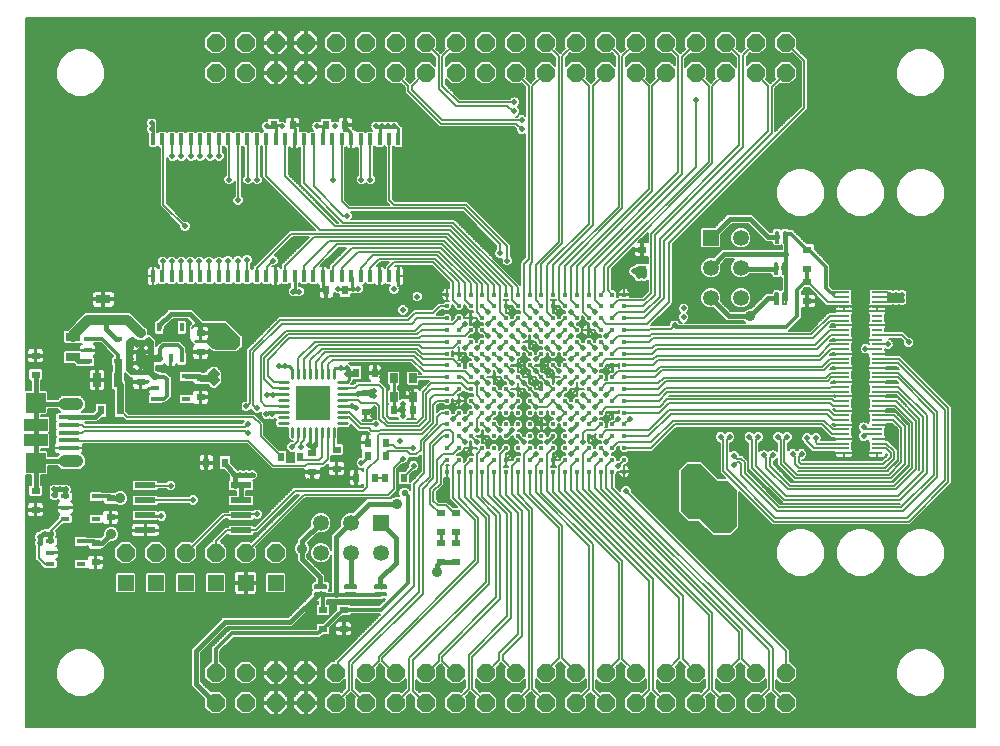
<source format=gtl>
G75*
G70*
%OFA0B0*%
%FSLAX24Y24*%
%IPPOS*%
%LPD*%
%AMOC8*
5,1,8,0,0,1.08239X$1,22.5*
%
%ADD10R,0.0709X0.0157*%
%ADD11O,0.0827X0.0413*%
%ADD12R,0.0787X0.0394*%
%ADD13R,0.0650X0.0650*%
%ADD14R,0.0315X0.0157*%
%ADD15C,0.0098*%
%ADD16R,0.1181X0.1181*%
%ADD17OC8,0.0591*%
%ADD18R,0.0354X0.0079*%
%ADD19R,0.0138X0.0394*%
%ADD20R,0.0700X0.0200*%
%ADD21C,0.0157*%
%ADD22R,0.0315X0.0236*%
%ADD23R,0.0236X0.0315*%
%ADD24R,0.0492X0.0295*%
%ADD25R,0.0295X0.0492*%
%ADD26R,0.0157X0.0315*%
%ADD27R,0.0256X0.0335*%
%ADD28R,0.0120X0.0060*%
%ADD29C,0.0080*%
%ADD30R,0.0060X0.0120*%
%ADD31R,0.0531X0.0531*%
%ADD32C,0.0531*%
%ADD33C,0.0060*%
%ADD34C,0.0240*%
%ADD35C,0.0120*%
%ADD36C,0.0200*%
%ADD37C,0.0100*%
%ADD38C,0.0160*%
%ADD39C,0.0320*%
%ADD40C,0.0354*%
%ADD41C,0.0230*%
D10*
X006815Y015608D03*
X006815Y015864D03*
X006815Y016120D03*
X006815Y016376D03*
X006815Y016631D03*
D11*
X006894Y017065D03*
X006894Y015175D03*
D12*
X005713Y015864D03*
X005713Y016376D03*
D13*
X005713Y017124D03*
X005713Y015116D03*
D14*
X006701Y013994D03*
X006701Y013620D03*
X006701Y013246D03*
X006201Y012494D03*
X006201Y012120D03*
X006201Y011746D03*
X007224Y011746D03*
X007224Y012494D03*
X007724Y013246D03*
X007724Y013994D03*
X009701Y017246D03*
X009701Y017620D03*
X009701Y017994D03*
X010724Y017994D03*
X010724Y017246D03*
X008474Y018496D03*
X008474Y019244D03*
X007451Y019244D03*
X007451Y018870D03*
X007451Y018496D03*
D15*
X013830Y017809D02*
X014126Y017809D01*
X014126Y017612D02*
X013830Y017612D01*
X013830Y017415D02*
X014126Y017415D01*
X014126Y017218D02*
X013830Y017218D01*
X013830Y017021D02*
X014126Y017021D01*
X014126Y016824D02*
X013830Y016824D01*
X013830Y016628D02*
X014126Y016628D01*
X014126Y016431D02*
X013830Y016431D01*
X014274Y016283D02*
X014274Y015987D01*
X014470Y015987D02*
X014470Y016283D01*
X014667Y016283D02*
X014667Y015987D01*
X014864Y015987D02*
X014864Y016283D01*
X015061Y016283D02*
X015061Y015987D01*
X015258Y015987D02*
X015258Y016283D01*
X015455Y016283D02*
X015455Y015987D01*
X015652Y015987D02*
X015652Y016283D01*
X015799Y016431D02*
X016095Y016431D01*
X016095Y016628D02*
X015799Y016628D01*
X015799Y016824D02*
X016095Y016824D01*
X016095Y017021D02*
X015799Y017021D01*
X015799Y017218D02*
X016095Y017218D01*
X016095Y017415D02*
X015799Y017415D01*
X015799Y017612D02*
X016095Y017612D01*
X016095Y017809D02*
X015799Y017809D01*
X015652Y017956D02*
X015652Y018252D01*
X015455Y018252D02*
X015455Y017956D01*
X015258Y017956D02*
X015258Y018252D01*
X015061Y018252D02*
X015061Y017956D01*
X014864Y017956D02*
X014864Y018252D01*
X014667Y018252D02*
X014667Y017956D01*
X014470Y017956D02*
X014470Y018252D01*
X014274Y018252D02*
X014274Y017956D01*
D16*
X014963Y017120D03*
D17*
X013713Y012120D03*
X012713Y012120D03*
X011713Y012120D03*
X010713Y012120D03*
X009713Y012120D03*
X008713Y012120D03*
X011713Y008120D03*
X012713Y008120D03*
X013713Y008120D03*
X014713Y008120D03*
X015713Y008120D03*
X016713Y008120D03*
X017713Y008120D03*
X018713Y008120D03*
X019713Y008120D03*
X020713Y008120D03*
X021713Y008120D03*
X022713Y008120D03*
X023713Y008120D03*
X024713Y008120D03*
X025713Y008120D03*
X026713Y008120D03*
X027713Y008120D03*
X028713Y008120D03*
X029713Y008120D03*
X030713Y008120D03*
X030713Y007120D03*
X029713Y007120D03*
X028713Y007120D03*
X027713Y007120D03*
X026713Y007120D03*
X025713Y007120D03*
X024713Y007120D03*
X023713Y007120D03*
X022713Y007120D03*
X021713Y007120D03*
X020713Y007120D03*
X019713Y007120D03*
X018713Y007120D03*
X017713Y007120D03*
X016713Y007120D03*
X015713Y007120D03*
X014713Y007120D03*
X013713Y007120D03*
X012713Y007120D03*
X011713Y007120D03*
X011713Y028120D03*
X012713Y028120D03*
X013713Y028120D03*
X014713Y028120D03*
X015713Y028120D03*
X016713Y028120D03*
X017713Y028120D03*
X018713Y028120D03*
X019713Y028120D03*
X020713Y028120D03*
X021713Y028120D03*
X022713Y028120D03*
X023713Y028120D03*
X024713Y028120D03*
X025713Y028120D03*
X026713Y028120D03*
X027713Y028120D03*
X028713Y028120D03*
X029713Y028120D03*
X030713Y028120D03*
X030713Y029120D03*
X029713Y029120D03*
X028713Y029120D03*
X027713Y029120D03*
X026713Y029120D03*
X025713Y029120D03*
X024713Y029120D03*
X023713Y029120D03*
X022713Y029120D03*
X021713Y029120D03*
X020713Y029120D03*
X019713Y029120D03*
X018713Y029120D03*
X017713Y029120D03*
X016713Y029120D03*
X015713Y029120D03*
X014713Y029120D03*
X013713Y029120D03*
X012713Y029120D03*
X011713Y029120D03*
D18*
X032661Y020797D03*
X032661Y020639D03*
X032661Y020482D03*
X032661Y020324D03*
X032661Y020167D03*
X032661Y020009D03*
X032661Y019852D03*
X032661Y019694D03*
X032661Y019537D03*
X032661Y019380D03*
X032661Y019222D03*
X032661Y019065D03*
X032661Y018907D03*
X032661Y018750D03*
X032661Y018592D03*
X032661Y018435D03*
X032661Y018277D03*
X032661Y018120D03*
X032661Y017962D03*
X032661Y017805D03*
X032661Y017647D03*
X032661Y017490D03*
X032661Y017332D03*
X032661Y017175D03*
X032661Y017017D03*
X032661Y016860D03*
X032661Y016702D03*
X032661Y016545D03*
X032661Y016387D03*
X032661Y016230D03*
X032661Y016072D03*
X032661Y015915D03*
X032661Y015757D03*
X032661Y015600D03*
X032661Y015443D03*
X033764Y015443D03*
X033764Y015600D03*
X033764Y015757D03*
X033764Y015915D03*
X033764Y016072D03*
X033764Y016230D03*
X033764Y016387D03*
X033764Y016545D03*
X033764Y016702D03*
X033764Y016860D03*
X033764Y017017D03*
X033764Y017175D03*
X033764Y017332D03*
X033764Y017490D03*
X033764Y017647D03*
X033764Y017805D03*
X033764Y017962D03*
X033764Y018120D03*
X033764Y018277D03*
X033764Y018435D03*
X033764Y018592D03*
X033764Y018750D03*
X033764Y018907D03*
X033764Y019065D03*
X033764Y019222D03*
X033764Y019380D03*
X033764Y019537D03*
X033764Y019694D03*
X033764Y019852D03*
X033764Y020009D03*
X033764Y020167D03*
X033764Y020324D03*
X033764Y020482D03*
X033764Y020639D03*
X033764Y020797D03*
D19*
X017807Y021336D03*
X017492Y021336D03*
X017177Y021336D03*
X016862Y021336D03*
X016547Y021336D03*
X016232Y021336D03*
X015917Y021336D03*
X015602Y021336D03*
X015287Y021336D03*
X014972Y021336D03*
X014657Y021336D03*
X014343Y021336D03*
X014028Y021336D03*
X013713Y021336D03*
X013398Y021336D03*
X013083Y021336D03*
X012768Y021336D03*
X012453Y021336D03*
X012138Y021336D03*
X011823Y021336D03*
X011508Y021336D03*
X011193Y021336D03*
X010878Y021336D03*
X010563Y021336D03*
X010248Y021336D03*
X009933Y021336D03*
X009618Y021336D03*
X009618Y025903D03*
X009933Y025903D03*
X010248Y025903D03*
X010563Y025903D03*
X010878Y025903D03*
X011193Y025903D03*
X011508Y025903D03*
X011823Y025903D03*
X012138Y025903D03*
X012453Y025903D03*
X012768Y025903D03*
X013083Y025903D03*
X013398Y025903D03*
X013713Y025903D03*
X014028Y025903D03*
X014343Y025903D03*
X014657Y025903D03*
X014972Y025903D03*
X015287Y025903D03*
X015602Y025903D03*
X015917Y025903D03*
X016232Y025903D03*
X016547Y025903D03*
X016862Y025903D03*
X017177Y025903D03*
X017492Y025903D03*
X017807Y025903D03*
D20*
X012563Y014370D03*
X012563Y013870D03*
X012563Y013370D03*
X012563Y012870D03*
X009363Y012870D03*
X009363Y013370D03*
X009363Y013870D03*
X009363Y014370D03*
D21*
X019425Y014820D03*
X019819Y014820D03*
X020213Y014820D03*
X020606Y014820D03*
X021000Y014820D03*
X021394Y014820D03*
X021787Y014820D03*
X022181Y014820D03*
X022575Y014820D03*
X022969Y014820D03*
X023362Y014820D03*
X023756Y014820D03*
X024150Y014820D03*
X024543Y014820D03*
X024937Y014820D03*
X025331Y014820D03*
X025331Y015214D03*
X025331Y015608D03*
X025331Y016002D03*
X025331Y016395D03*
X025331Y016789D03*
X025331Y017183D03*
X025331Y017576D03*
X024937Y017576D03*
X024937Y017183D03*
X024543Y017183D03*
X024543Y017576D03*
X024150Y017576D03*
X024150Y017183D03*
X024150Y016789D03*
X024543Y016789D03*
X024543Y016395D03*
X024150Y016395D03*
X024150Y016002D03*
X024543Y016002D03*
X024937Y016002D03*
X024937Y016395D03*
X024937Y016789D03*
X024937Y017970D03*
X024543Y017970D03*
X024150Y017970D03*
X024150Y018364D03*
X024543Y018364D03*
X024543Y018757D03*
X024150Y018757D03*
X023756Y018757D03*
X023756Y018364D03*
X023362Y018364D03*
X023362Y018757D03*
X022969Y018757D03*
X022969Y018364D03*
X022969Y017970D03*
X023362Y017970D03*
X023362Y017576D03*
X023362Y017183D03*
X022969Y017183D03*
X022969Y017576D03*
X022575Y017576D03*
X022575Y017183D03*
X022181Y017183D03*
X022181Y017576D03*
X021787Y017576D03*
X021394Y017576D03*
X021394Y017183D03*
X021787Y017183D03*
X021787Y016789D03*
X021394Y016789D03*
X021394Y016395D03*
X021787Y016395D03*
X021787Y016002D03*
X021394Y016002D03*
X021000Y016002D03*
X021000Y016395D03*
X020606Y016395D03*
X020213Y016395D03*
X020213Y016002D03*
X020606Y016002D03*
X020606Y015608D03*
X020213Y015608D03*
X020213Y015214D03*
X020606Y015214D03*
X021000Y015214D03*
X021394Y015214D03*
X021787Y015214D03*
X021787Y015608D03*
X021394Y015608D03*
X021000Y015608D03*
X022181Y015608D03*
X022181Y016002D03*
X022181Y016395D03*
X022575Y016395D03*
X022575Y016002D03*
X022969Y016002D03*
X023362Y016002D03*
X023362Y016395D03*
X022969Y016395D03*
X022969Y016789D03*
X023362Y016789D03*
X023756Y016789D03*
X023756Y017183D03*
X023756Y017576D03*
X023756Y017970D03*
X023756Y019151D03*
X024150Y019151D03*
X024543Y019151D03*
X024543Y019545D03*
X024150Y019545D03*
X023756Y019545D03*
X023362Y019545D03*
X022969Y019545D03*
X022969Y019151D03*
X023362Y019151D03*
X022575Y019151D03*
X022575Y018757D03*
X022575Y018364D03*
X022181Y018364D03*
X022181Y018757D03*
X021787Y018757D03*
X021787Y018364D03*
X021394Y018364D03*
X021394Y018757D03*
X021000Y018757D03*
X021000Y018364D03*
X020606Y018364D03*
X020213Y018364D03*
X020213Y018757D03*
X020606Y018757D03*
X020606Y019151D03*
X020213Y019151D03*
X020213Y019545D03*
X020606Y019545D03*
X021000Y019545D03*
X021394Y019545D03*
X021787Y019545D03*
X021787Y019151D03*
X021394Y019151D03*
X021000Y019151D03*
X022181Y019151D03*
X022181Y019545D03*
X022575Y019545D03*
X022575Y019939D03*
X022575Y020332D03*
X022969Y020332D03*
X023362Y020332D03*
X023362Y019939D03*
X022969Y019939D03*
X023756Y019939D03*
X023756Y020332D03*
X024150Y020332D03*
X024543Y020332D03*
X024543Y019939D03*
X024150Y019939D03*
X024150Y020726D03*
X024543Y020726D03*
X024937Y020726D03*
X024937Y020332D03*
X024937Y019939D03*
X025331Y019939D03*
X025331Y020332D03*
X025331Y020726D03*
X025331Y019545D03*
X025331Y019151D03*
X025331Y018757D03*
X025331Y018364D03*
X025331Y017970D03*
X024937Y018364D03*
X024937Y018757D03*
X024937Y019151D03*
X024937Y019545D03*
X023756Y020726D03*
X023362Y020726D03*
X022969Y020726D03*
X022575Y020726D03*
X022181Y020726D03*
X021787Y020726D03*
X021394Y020726D03*
X021394Y020332D03*
X021787Y020332D03*
X021787Y019939D03*
X021394Y019939D03*
X021000Y019939D03*
X021000Y020332D03*
X020606Y020332D03*
X020213Y020332D03*
X020213Y019939D03*
X020606Y019939D03*
X020606Y020726D03*
X020213Y020726D03*
X019819Y020726D03*
X019819Y020332D03*
X019819Y019939D03*
X019425Y019939D03*
X019425Y020332D03*
X019425Y020726D03*
X019425Y019545D03*
X019425Y019151D03*
X019425Y018757D03*
X019425Y018364D03*
X019819Y018364D03*
X019819Y018757D03*
X019819Y019151D03*
X019819Y019545D03*
X019819Y017970D03*
X020213Y017970D03*
X020606Y017970D03*
X020606Y017576D03*
X020606Y017183D03*
X020213Y017183D03*
X020213Y017576D03*
X019819Y017576D03*
X019819Y017183D03*
X019425Y017183D03*
X019425Y017576D03*
X019425Y017970D03*
X019425Y016789D03*
X019425Y016395D03*
X019425Y016002D03*
X019819Y016002D03*
X019819Y016395D03*
X019819Y016789D03*
X020213Y016789D03*
X020606Y016789D03*
X021000Y016789D03*
X021000Y017183D03*
X021000Y017576D03*
X021000Y017970D03*
X021394Y017970D03*
X021787Y017970D03*
X022181Y017970D03*
X022575Y017970D03*
X022575Y016789D03*
X022181Y016789D03*
X022575Y015608D03*
X022969Y015608D03*
X023362Y015608D03*
X023362Y015214D03*
X022969Y015214D03*
X022575Y015214D03*
X022181Y015214D03*
X023756Y015214D03*
X024150Y015214D03*
X024543Y015214D03*
X024543Y015608D03*
X024150Y015608D03*
X023756Y015608D03*
X023756Y016002D03*
X023756Y016395D03*
X024937Y015608D03*
X024937Y015214D03*
X019819Y015214D03*
X019425Y015214D03*
X019425Y015608D03*
X019819Y015608D03*
X022181Y019939D03*
X022181Y020332D03*
X021000Y020726D03*
D22*
X025933Y021585D03*
X025933Y022215D03*
X031433Y022222D03*
X031433Y021592D03*
X031433Y021139D03*
X031433Y020509D03*
X019713Y013435D03*
X019213Y013435D03*
X019213Y012805D03*
X019213Y012435D03*
X019713Y012435D03*
X019713Y012805D03*
X019713Y011805D03*
X019213Y011805D03*
X015980Y010214D03*
X015980Y009584D03*
X015291Y009584D03*
X015291Y010214D03*
X014933Y014805D03*
X014933Y015435D03*
X015743Y015555D03*
X015743Y014925D03*
X016713Y016805D03*
X016713Y017435D03*
X011213Y017305D03*
X011213Y017935D03*
X011213Y018805D03*
X011213Y019435D03*
X009213Y019435D03*
X009213Y018805D03*
X009213Y018435D03*
X009213Y017805D03*
X005713Y018055D03*
X005713Y018685D03*
X005713Y014185D03*
X005713Y013555D03*
X007713Y012435D03*
X007713Y011805D03*
X008213Y013305D03*
X008213Y013935D03*
D23*
X008528Y016870D03*
X007898Y016870D03*
X011398Y015120D03*
X012028Y015120D03*
X013888Y015310D03*
X014518Y015310D03*
X016398Y014620D03*
X017028Y014620D03*
X017358Y014610D03*
X017988Y014610D03*
X017408Y015360D03*
X017408Y015790D03*
X016778Y015790D03*
X016778Y015360D03*
X017648Y016870D03*
X018278Y016870D03*
X017028Y018120D03*
X016398Y018120D03*
X016028Y020870D03*
X015398Y020870D03*
X015398Y026370D03*
X016028Y026370D03*
X014278Y026370D03*
X013648Y026370D03*
D24*
X007967Y020570D03*
X007967Y019881D03*
X006967Y019320D03*
X006967Y018631D03*
D25*
X007762Y017874D03*
X008451Y017874D03*
D26*
X009839Y018608D03*
X010213Y018608D03*
X010587Y018608D03*
X010587Y019631D03*
X009839Y019631D03*
D27*
X017648Y017935D03*
X018278Y017935D03*
X018278Y017305D03*
X017648Y017305D03*
D28*
X017213Y010950D03*
X017213Y010790D03*
X016213Y010790D03*
X016213Y010950D03*
X015213Y010950D03*
X015213Y010790D03*
D29*
X015123Y010720D01*
X015133Y010700D02*
X015213Y010710D01*
X015213Y010790D01*
X015213Y010950D02*
X015213Y011010D01*
X015193Y011030D01*
X015033Y011040D02*
X015393Y011040D01*
X015393Y011020D01*
X015393Y010960D01*
X015033Y010960D01*
X015033Y011020D01*
X015033Y011040D01*
X015033Y011020D02*
X015393Y011020D01*
X015393Y010780D02*
X015033Y010780D01*
X015033Y010700D01*
X015393Y010700D01*
X015393Y010780D01*
X016033Y010780D02*
X016033Y010700D01*
X016393Y010700D01*
X016393Y010780D01*
X016033Y010780D01*
X016033Y010960D02*
X016033Y011020D01*
X016033Y011040D01*
X016393Y011040D01*
X016393Y011020D01*
X016393Y010960D01*
X016033Y010960D01*
X016033Y011020D02*
X016393Y011020D01*
X016213Y011030D02*
X016213Y010950D01*
X016213Y010790D02*
X016213Y010700D01*
X017033Y010700D02*
X017033Y010780D01*
X017393Y010780D01*
X017393Y010700D01*
X017033Y010700D01*
X017203Y010700D02*
X017213Y010710D01*
X017213Y010790D01*
X017033Y010960D02*
X017393Y010960D01*
X017393Y011020D01*
X017393Y011040D01*
X017033Y011040D01*
X017033Y011020D01*
X017033Y010960D01*
X017033Y011020D02*
X017393Y011020D01*
X015733Y015530D02*
X015652Y015611D01*
X015652Y016135D01*
X015743Y015555D02*
X015743Y015540D01*
X015733Y015530D01*
X021394Y017576D02*
X021591Y017380D01*
X021787Y017576D02*
X021984Y017380D01*
X022181Y017576D02*
X022378Y017380D01*
X022575Y017183D01*
X022772Y017380D01*
X022969Y017576D01*
X022772Y017773D01*
X022575Y017970D01*
X022378Y018167D01*
X022181Y018364D01*
X022378Y018167D01*
X022181Y017970D02*
X022378Y017773D01*
X022575Y017576D01*
X022181Y017576D02*
X021984Y017773D01*
X021787Y017970D01*
X022181Y017970D02*
X021787Y018364D01*
X021984Y018561D01*
X021591Y018561D02*
X021394Y018757D01*
X022378Y018561D02*
X022575Y018757D01*
X022969Y018364D02*
X023165Y018167D01*
X023362Y017970D02*
X023165Y017773D01*
X023559Y017380D02*
X023756Y017576D01*
X024346Y017773D02*
X024543Y017970D01*
X023362Y016789D02*
X023165Y016986D01*
X022969Y017183D01*
X022772Y016986D01*
X022378Y016986D02*
X022181Y017183D01*
X021787Y017183D02*
X021591Y016986D01*
X023165Y016592D02*
X023362Y016789D01*
X025331Y019545D02*
X026168Y019545D01*
X026203Y019580D01*
X026893Y019580D01*
X027013Y019700D01*
X030373Y020410D02*
X030373Y020770D01*
X030393Y020770D01*
X030453Y020770D01*
X030453Y020410D01*
X030393Y020410D01*
X030373Y020410D01*
X030393Y020410D02*
X030393Y020770D01*
X030373Y020600D02*
X030383Y020590D01*
X030463Y020590D01*
X030623Y020590D02*
X030683Y020590D01*
X030733Y020540D01*
X030713Y020410D02*
X030633Y020410D01*
X030633Y020770D01*
X030713Y020770D01*
X030713Y020410D01*
X031433Y021139D02*
X031452Y021139D01*
X031453Y021140D01*
X032110Y020482D01*
X032661Y020482D01*
X032653Y020330D02*
X034123Y020330D01*
X034128Y020324D01*
X034153Y020300D01*
X034128Y020324D02*
X033764Y020324D01*
X033764Y020482D02*
X034125Y020482D01*
X034183Y020540D01*
X034189Y020533D01*
X034189Y020529D01*
X034102Y020639D02*
X034183Y020720D01*
X034189Y020726D01*
X034189Y020726D01*
X034183Y020720D02*
X034105Y020797D01*
X033764Y020797D01*
X033764Y020639D02*
X034102Y020639D01*
X034213Y020180D02*
X034200Y020167D01*
X032325Y020167D01*
X032173Y020167D01*
X032173Y020180D01*
X032325Y020167D02*
X032661Y020167D01*
X032653Y020167D01*
X032653Y020330D01*
X032203Y020330D01*
X032373Y020639D02*
X032293Y020720D01*
X032343Y020771D01*
X032343Y020797D01*
X032661Y020797D01*
X032661Y020639D02*
X032373Y020639D01*
X032293Y020720D02*
X032203Y020810D01*
X032215Y020797D01*
X032343Y020797D01*
X031453Y022190D02*
X031433Y022209D01*
X031433Y022222D01*
X031433Y022230D01*
X031453Y022250D01*
X030733Y022460D02*
X030733Y022820D01*
X030653Y022820D01*
X030653Y022460D01*
X030733Y022460D01*
X030643Y022640D02*
X030643Y022670D01*
X030733Y022760D01*
X030473Y022820D02*
X030413Y022820D01*
X030393Y022820D01*
X030393Y022460D01*
X030413Y022460D01*
X030473Y022460D01*
X030473Y022820D01*
X030413Y022820D02*
X030413Y022460D01*
X030403Y022640D02*
X030483Y022640D01*
X030433Y021780D02*
X030373Y021780D01*
X030353Y021780D01*
X030353Y021420D01*
X030373Y021420D01*
X030433Y021420D01*
X030433Y021780D01*
X030373Y021780D02*
X030373Y021420D01*
X030343Y021590D02*
X030353Y021600D01*
X030443Y021600D01*
X030603Y021600D02*
X030723Y021600D01*
X030733Y021590D01*
X030693Y021420D02*
X030613Y021420D01*
X030613Y021780D01*
X030693Y021780D01*
X030693Y021420D01*
X006701Y013246D02*
X006609Y013246D01*
X006223Y012860D01*
X006236Y012846D01*
X006236Y012754D01*
X005893Y012500D02*
X005851Y012458D01*
X005833Y012440D01*
X005833Y011930D01*
X006017Y011746D01*
X006201Y011746D01*
X005851Y012458D02*
X005843Y012458D01*
D30*
X030463Y020590D03*
X030623Y020590D03*
X030603Y021600D03*
X030443Y021600D03*
X030483Y022640D03*
X030643Y022640D03*
D31*
X028213Y022620D03*
X017213Y013120D03*
X013713Y011120D03*
X012713Y011120D03*
X011713Y011120D03*
X010713Y011120D03*
X009713Y011120D03*
X008713Y011120D03*
D32*
X015213Y012120D03*
X016213Y012120D03*
X017213Y012120D03*
X016213Y013120D03*
X015213Y013120D03*
X028213Y020620D03*
X029213Y020620D03*
X029213Y021620D03*
X028213Y021620D03*
X029213Y022620D03*
D33*
X005393Y014701D02*
X005393Y006300D01*
X037033Y006300D01*
X037033Y029940D01*
X005393Y029940D01*
X005393Y017538D01*
X005543Y017538D01*
X005543Y017847D01*
X005518Y017847D01*
X005465Y017899D01*
X005465Y018210D01*
X005518Y018263D01*
X005907Y018263D01*
X005960Y018210D01*
X005960Y017899D01*
X005907Y017847D01*
X005883Y017847D01*
X005883Y017538D01*
X006075Y017538D01*
X006127Y017486D01*
X006127Y017235D01*
X006437Y017235D01*
X006564Y017361D01*
X007223Y017361D01*
X007397Y017187D01*
X007397Y016942D01*
X007257Y016801D01*
X007614Y016801D01*
X007690Y016877D01*
X007690Y017064D01*
X007742Y017117D01*
X008053Y017117D01*
X008106Y017064D01*
X008106Y016675D01*
X008053Y016622D01*
X007916Y016622D01*
X007755Y016461D01*
X007614Y016461D01*
X007350Y016461D01*
X007382Y016430D01*
X012603Y016430D01*
X012603Y016437D01*
X012632Y016507D01*
X012644Y016520D01*
X008723Y016520D01*
X008653Y016590D01*
X008620Y016622D01*
X008372Y016622D01*
X008319Y016675D01*
X008319Y016781D01*
X008318Y016783D01*
X008318Y017538D01*
X008266Y017538D01*
X008213Y017590D01*
X008213Y018157D01*
X008264Y018208D01*
X008264Y018342D01*
X008227Y018380D01*
X008227Y018612D01*
X008280Y018664D01*
X008306Y018664D01*
X007876Y019094D01*
X007664Y019094D01*
X007649Y019078D01*
X007662Y019078D01*
X007738Y019002D01*
X007738Y018879D01*
X007460Y018879D01*
X007460Y018860D01*
X007738Y018860D01*
X007738Y018737D01*
X007662Y018661D01*
X007649Y018661D01*
X007698Y018612D01*
X007698Y018380D01*
X007646Y018327D01*
X007522Y018327D01*
X007521Y018326D01*
X007197Y018326D01*
X007056Y018326D01*
X006988Y018394D01*
X006683Y018394D01*
X006630Y018447D01*
X006630Y018816D01*
X006683Y018869D01*
X007250Y018869D01*
X007259Y018860D01*
X007441Y018860D01*
X007441Y018879D01*
X007163Y018879D01*
X007163Y019002D01*
X007239Y019078D01*
X007253Y019078D01*
X007248Y019083D01*
X007082Y019083D01*
X007070Y019070D01*
X006863Y019070D01*
X006851Y019083D01*
X006683Y019083D01*
X006630Y019136D01*
X006630Y019505D01*
X006683Y019558D01*
X006777Y019558D01*
X007351Y020131D01*
X007558Y020131D01*
X007863Y020131D01*
X008667Y020131D01*
X008874Y020131D01*
X009363Y019643D01*
X009407Y019643D01*
X009460Y019590D01*
X009460Y019546D01*
X009468Y019538D01*
X009473Y019533D01*
X009473Y019400D01*
X009542Y019400D01*
X009662Y019280D01*
X009733Y019209D01*
X009733Y019012D01*
X009790Y019070D01*
X009791Y019070D01*
X009910Y019190D01*
X010035Y019190D01*
X010515Y019190D01*
X010603Y019102D01*
X010603Y019102D01*
X010737Y018968D01*
X010737Y018844D01*
X010737Y018821D01*
X010755Y018803D01*
X010755Y018413D01*
X010703Y018360D01*
X010471Y018360D01*
X010421Y018410D01*
X010421Y018397D01*
X010345Y018320D01*
X010222Y018320D01*
X010222Y018598D01*
X010203Y018598D01*
X010203Y018320D01*
X010080Y018320D01*
X010004Y018397D01*
X010004Y018410D01*
X009955Y018360D01*
X009733Y018360D01*
X009733Y018227D01*
X009756Y018204D01*
X009788Y018204D01*
X009829Y018162D01*
X009896Y018162D01*
X009918Y018140D01*
X010065Y018140D01*
X010153Y018052D01*
X010243Y017962D01*
X010243Y017838D01*
X010243Y017298D01*
X010155Y017210D01*
X010041Y017096D01*
X009916Y017096D01*
X009914Y017096D01*
X009896Y017077D01*
X009506Y017077D01*
X009453Y017130D01*
X009453Y017362D01*
X009503Y017411D01*
X009489Y017411D01*
X009413Y017487D01*
X009413Y017557D01*
X009242Y017557D01*
X009242Y017775D01*
X009183Y017775D01*
X009183Y017557D01*
X009001Y017557D01*
X008925Y017633D01*
X008925Y017776D01*
X009183Y017776D01*
X009183Y017834D01*
X008925Y017834D01*
X008925Y017960D01*
X008843Y017960D01*
X008723Y018080D01*
X008688Y018114D01*
X008688Y017861D01*
X008738Y017812D01*
X008738Y017638D01*
X008738Y016844D01*
X012620Y016844D01*
X012625Y016839D02*
X012695Y016810D01*
X012770Y016810D01*
X012840Y016839D01*
X012894Y016892D01*
X012903Y016914D01*
X012903Y016902D01*
X012932Y016832D01*
X012985Y016779D01*
X013055Y016750D01*
X013130Y016750D01*
X013200Y016779D01*
X013225Y016803D01*
X013218Y016787D01*
X013218Y016712D01*
X013247Y016642D01*
X013300Y016588D01*
X013370Y016560D01*
X013446Y016560D01*
X013498Y016581D01*
X013550Y016560D01*
X013626Y016560D01*
X013691Y016587D01*
X013691Y016570D01*
X013732Y016529D01*
X013691Y016488D01*
X013691Y016373D01*
X013773Y016291D01*
X014134Y016291D01*
X014134Y015930D01*
X014216Y015849D01*
X013543Y015849D01*
X013485Y015907D02*
X014157Y015907D01*
X014134Y015966D02*
X013426Y015966D01*
X013368Y016024D02*
X014134Y016024D01*
X014134Y016083D02*
X013333Y016083D01*
X013333Y016059D02*
X013333Y016449D01*
X013262Y016520D01*
X013022Y016760D01*
X012923Y016760D01*
X008822Y016760D01*
X008738Y016844D01*
X008738Y016903D02*
X012567Y016903D01*
X012572Y016892D02*
X012625Y016839D01*
X012572Y016892D02*
X012543Y016962D01*
X012543Y017037D01*
X012572Y017107D01*
X012625Y017161D01*
X012695Y017190D01*
X012733Y017190D01*
X012733Y018909D01*
X012803Y018980D01*
X013823Y020000D01*
X013922Y020000D01*
X018083Y020000D01*
X018323Y020240D01*
X018422Y020240D01*
X018923Y020240D01*
X019135Y020452D01*
X019235Y020452D01*
X019307Y020452D01*
X019355Y020501D01*
X019495Y020501D01*
X019502Y020494D01*
X019502Y020517D01*
X019435Y020517D01*
X019435Y020716D01*
X019416Y020716D01*
X019416Y020517D01*
X019339Y020517D01*
X019216Y020639D01*
X019216Y020717D01*
X019416Y020717D01*
X019416Y020735D01*
X019216Y020735D01*
X019216Y020812D01*
X019339Y020935D01*
X019416Y020935D01*
X019416Y020736D01*
X019435Y020736D01*
X019435Y020935D01*
X019502Y020935D01*
X019502Y021101D01*
X018923Y021680D01*
X017702Y021680D01*
X017686Y021663D01*
X017803Y021663D01*
X017803Y021341D01*
X017812Y021341D01*
X018006Y021341D01*
X018006Y021587D01*
X017930Y021663D01*
X017812Y021663D01*
X017812Y021341D01*
X017812Y021332D01*
X018006Y021332D01*
X018006Y021086D01*
X017930Y021009D01*
X017812Y021009D01*
X017812Y021331D01*
X017803Y021331D01*
X017803Y021018D01*
X017814Y021007D01*
X017843Y020937D01*
X017843Y020862D01*
X017814Y020792D01*
X017760Y020739D01*
X017690Y020710D01*
X017615Y020710D01*
X017545Y020739D01*
X017492Y020792D01*
X017463Y020862D01*
X017463Y020937D01*
X017492Y021007D01*
X017534Y021049D01*
X017386Y021049D01*
X017363Y021072D01*
X017300Y021009D01*
X017182Y021009D01*
X017182Y021331D01*
X017173Y021331D01*
X017173Y021009D01*
X017054Y021009D01*
X016991Y021072D01*
X016968Y021049D01*
X016756Y021049D01*
X016705Y021101D01*
X016653Y021049D01*
X016614Y021049D01*
X016633Y021030D01*
X016662Y020961D01*
X016662Y020885D01*
X016633Y020815D01*
X016580Y020762D01*
X016510Y020733D01*
X016435Y020733D01*
X016374Y020758D01*
X016313Y020733D01*
X016238Y020733D01*
X016236Y020734D01*
X016236Y020675D01*
X016183Y020622D01*
X015872Y020622D01*
X015819Y020675D01*
X015819Y020733D01*
X015746Y020733D01*
X015676Y020762D01*
X015646Y020792D01*
X015646Y020658D01*
X015570Y020582D01*
X015427Y020582D01*
X015427Y020840D01*
X015369Y020840D01*
X015369Y020582D01*
X015226Y020582D01*
X015150Y020658D01*
X015150Y020841D01*
X015368Y020841D01*
X015368Y020899D01*
X015150Y020899D01*
X015150Y021024D01*
X015102Y021072D01*
X015079Y021049D01*
X014866Y021049D01*
X014815Y021101D01*
X014764Y021049D01*
X014551Y021049D01*
X014500Y021101D01*
X014482Y021083D01*
X014482Y021014D01*
X014542Y021014D01*
X014612Y020985D01*
X014665Y020932D01*
X014694Y020862D01*
X014694Y020787D01*
X014665Y020717D01*
X014612Y020663D01*
X014542Y020634D01*
X014466Y020634D01*
X014406Y020660D01*
X014345Y020634D01*
X014269Y020634D01*
X014199Y020663D01*
X014146Y020717D01*
X014117Y020787D01*
X014117Y020862D01*
X014146Y020932D01*
X014199Y020985D01*
X014203Y020987D01*
X014203Y021083D01*
X014185Y021101D01*
X014134Y021049D01*
X013921Y021049D01*
X013898Y021072D01*
X013835Y021009D01*
X013717Y021009D01*
X013717Y021331D01*
X013708Y021331D01*
X013708Y021009D01*
X013590Y021009D01*
X013527Y021072D01*
X013504Y021049D01*
X013291Y021049D01*
X013240Y021101D01*
X013189Y021049D01*
X012976Y021049D01*
X012925Y021101D01*
X012874Y021049D01*
X012662Y021049D01*
X012610Y021101D01*
X012559Y021049D01*
X012347Y021049D01*
X012295Y021101D01*
X012244Y021049D01*
X012032Y021049D01*
X011980Y021101D01*
X011929Y021049D01*
X011717Y021049D01*
X011665Y021101D01*
X011614Y021049D01*
X011402Y021049D01*
X011350Y021101D01*
X011299Y021049D01*
X011087Y021049D01*
X011035Y021101D01*
X010984Y021049D01*
X010772Y021049D01*
X010720Y021101D01*
X010669Y021049D01*
X010457Y021049D01*
X010405Y021101D01*
X010354Y021049D01*
X010142Y021049D01*
X010091Y021101D01*
X010039Y021049D01*
X009827Y021049D01*
X009804Y021072D01*
X009741Y021009D01*
X009623Y021009D01*
X009623Y021331D01*
X009614Y021331D01*
X009614Y021009D01*
X009495Y021009D01*
X009419Y021086D01*
X009419Y021332D01*
X009613Y021332D01*
X009613Y021341D01*
X009419Y021341D01*
X009419Y021587D01*
X009495Y021663D01*
X009614Y021663D01*
X009614Y021341D01*
X009623Y021341D01*
X009623Y021663D01*
X009741Y021663D01*
X009804Y021600D01*
X009823Y021619D01*
X009823Y021681D01*
X009782Y021722D01*
X009753Y021792D01*
X009753Y021867D01*
X009782Y021937D01*
X005393Y021937D01*
X005393Y021879D02*
X009757Y021879D01*
X009753Y021820D02*
X005393Y021820D01*
X005393Y021762D02*
X009765Y021762D01*
X009800Y021703D02*
X005393Y021703D01*
X005393Y021645D02*
X009477Y021645D01*
X009419Y021586D02*
X005393Y021586D01*
X005393Y021527D02*
X009419Y021527D01*
X009419Y021469D02*
X005393Y021469D01*
X005393Y021410D02*
X009419Y021410D01*
X009419Y021352D02*
X005393Y021352D01*
X005393Y021293D02*
X009419Y021293D01*
X009419Y021235D02*
X005393Y021235D01*
X005393Y021176D02*
X009419Y021176D01*
X009419Y021118D02*
X005393Y021118D01*
X005393Y021059D02*
X009446Y021059D01*
X009614Y021059D02*
X009623Y021059D01*
X009614Y021118D02*
X009623Y021118D01*
X009614Y021176D02*
X009623Y021176D01*
X009614Y021235D02*
X009623Y021235D01*
X009614Y021293D02*
X009623Y021293D01*
X009614Y021352D02*
X009623Y021352D01*
X009614Y021410D02*
X009623Y021410D01*
X009614Y021469D02*
X009623Y021469D01*
X009614Y021527D02*
X009623Y021527D01*
X009614Y021586D02*
X009623Y021586D01*
X009614Y021645D02*
X009623Y021645D01*
X009759Y021645D02*
X009823Y021645D01*
X009943Y021830D02*
X009943Y021350D01*
X009929Y021336D01*
X009933Y021336D01*
X009929Y021336D02*
X009913Y021320D01*
X009817Y021059D02*
X009791Y021059D01*
X010049Y021059D02*
X010132Y021059D01*
X010364Y021059D02*
X010447Y021059D01*
X010679Y021059D02*
X010762Y021059D01*
X010994Y021059D02*
X011077Y021059D01*
X011309Y021059D02*
X011392Y021059D01*
X011624Y021059D02*
X011707Y021059D01*
X011939Y021059D02*
X012022Y021059D01*
X012254Y021059D02*
X012337Y021059D01*
X012569Y021059D02*
X012652Y021059D01*
X012884Y021059D02*
X012967Y021059D01*
X013063Y021260D02*
X013083Y021280D01*
X013093Y021290D01*
X013093Y021620D01*
X014233Y022760D01*
X019453Y022760D01*
X021197Y021015D01*
X021197Y020135D01*
X021394Y019939D01*
X021395Y020107D02*
X021378Y020124D01*
X021384Y020124D01*
X021384Y020323D01*
X021403Y020323D01*
X021403Y020342D01*
X021384Y020342D01*
X021384Y020541D01*
X021317Y020541D01*
X021317Y020564D01*
X021324Y020557D01*
X021464Y020557D01*
X021471Y020564D01*
X021471Y020541D01*
X021403Y020541D01*
X021403Y020342D01*
X021602Y020342D01*
X021602Y020348D01*
X021619Y020331D01*
X021619Y020262D01*
X021717Y020164D01*
X021857Y020164D01*
X021864Y020171D01*
X021864Y020100D01*
X021857Y020107D01*
X021717Y020107D01*
X021619Y020008D01*
X021619Y019940D01*
X021611Y019932D01*
X021562Y019932D01*
X021562Y020008D01*
X021464Y020107D01*
X021395Y020107D01*
X021403Y020124D02*
X021480Y020124D01*
X021602Y020246D01*
X021602Y020323D01*
X021403Y020323D01*
X021403Y020124D01*
X021379Y020122D02*
X021864Y020122D01*
X021984Y020135D02*
X021984Y021751D01*
X022153Y021920D01*
X022153Y027680D01*
X021713Y028120D01*
X021703Y028130D01*
X021425Y028377D02*
X021000Y028377D01*
X021059Y028319D02*
X021367Y028319D01*
X021327Y028279D02*
X021327Y027960D01*
X021553Y027734D01*
X021872Y027734D01*
X021900Y027762D01*
X022033Y027630D01*
X022033Y026688D01*
X022020Y026701D01*
X021950Y026730D01*
X021875Y026730D01*
X021805Y026701D01*
X021764Y026660D01*
X021734Y026660D01*
X021780Y026679D01*
X021834Y026732D01*
X021863Y026802D01*
X021863Y026877D01*
X021834Y026947D01*
X021791Y026990D01*
X021834Y027032D01*
X021863Y027102D01*
X021863Y027177D01*
X021834Y027247D01*
X021780Y027301D01*
X021710Y027330D01*
X021635Y027330D01*
X021565Y027301D01*
X021524Y027260D01*
X019862Y027260D01*
X019393Y027729D01*
X019393Y027895D01*
X019553Y027734D01*
X019872Y027734D01*
X020098Y027960D01*
X020098Y028279D01*
X019872Y028505D01*
X019553Y028505D01*
X019393Y028344D01*
X019393Y028620D01*
X019530Y028757D01*
X019553Y028734D01*
X019872Y028734D01*
X020098Y028960D01*
X020098Y029279D01*
X019872Y029505D01*
X019553Y029505D01*
X019327Y029279D01*
X019327Y028960D01*
X019360Y028927D01*
X019223Y028790D01*
X019213Y028779D01*
X019065Y028927D01*
X019098Y028960D01*
X019098Y029279D01*
X018872Y029505D01*
X018553Y029505D01*
X018327Y029279D01*
X018327Y028960D01*
X018553Y028734D01*
X018872Y028734D01*
X018895Y028757D01*
X019033Y028620D01*
X019033Y028344D01*
X018872Y028505D01*
X018553Y028505D01*
X018327Y028279D01*
X018327Y027960D01*
X018345Y027942D01*
X018193Y027789D01*
X018060Y027922D01*
X018098Y027960D01*
X018098Y028279D01*
X017872Y028505D01*
X017553Y028505D01*
X017327Y028279D01*
X017327Y027960D01*
X017553Y027734D01*
X017872Y027734D01*
X017890Y027752D01*
X018013Y027630D01*
X018013Y027450D01*
X018083Y027380D01*
X019163Y026300D01*
X019262Y026300D01*
X021683Y026300D01*
X021723Y026260D01*
X021723Y026202D01*
X021752Y026132D01*
X021805Y026079D01*
X021875Y026050D01*
X021950Y026050D01*
X022020Y026079D01*
X022033Y026091D01*
X022033Y021969D01*
X021864Y021801D01*
X021864Y021702D01*
X021864Y021058D01*
X019682Y023240D01*
X019583Y023240D01*
X016241Y023240D01*
X016254Y023252D01*
X016283Y023322D01*
X016283Y023397D01*
X016254Y023467D01*
X016241Y023480D01*
X019943Y023480D01*
X021073Y022350D01*
X021073Y022248D01*
X021032Y022207D01*
X021003Y022137D01*
X021003Y022062D01*
X021032Y021992D01*
X021085Y021939D01*
X021155Y021910D01*
X021230Y021910D01*
X021251Y021918D01*
X021243Y021897D01*
X021243Y021822D01*
X021272Y021752D01*
X021325Y021699D01*
X021395Y021670D01*
X021470Y021670D01*
X021540Y021699D01*
X021594Y021752D01*
X021623Y021822D01*
X021623Y021897D01*
X021594Y021967D01*
X021553Y022008D01*
X021553Y022290D01*
X021553Y022389D01*
X020173Y023769D01*
X020102Y023840D01*
X017702Y023840D01*
X017623Y023919D01*
X017623Y025641D01*
X017650Y025668D01*
X017701Y025616D01*
X017913Y025616D01*
X017966Y025669D01*
X017966Y026137D01*
X017943Y026161D01*
X017943Y026298D01*
X017861Y026380D01*
X017827Y026413D01*
X017815Y026444D01*
X017761Y026497D01*
X017691Y026526D01*
X017616Y026526D01*
X017555Y026501D01*
X017494Y026526D01*
X017419Y026526D01*
X017358Y026501D01*
X017298Y026526D01*
X017222Y026526D01*
X017161Y026501D01*
X017101Y026526D01*
X017025Y026526D01*
X016955Y026497D01*
X016902Y026444D01*
X016873Y026374D01*
X016873Y026298D01*
X016902Y026229D01*
X016941Y026190D01*
X016756Y026190D01*
X016705Y026139D01*
X016653Y026190D01*
X016441Y026190D01*
X016418Y026167D01*
X016355Y026230D01*
X016276Y026230D01*
X016276Y026341D01*
X016057Y026341D01*
X016057Y026399D01*
X016276Y026399D01*
X016276Y026581D01*
X016199Y026657D01*
X016057Y026657D01*
X016057Y026399D01*
X015998Y026399D01*
X015998Y026657D01*
X015856Y026657D01*
X015779Y026581D01*
X015779Y026503D01*
X015723Y026526D01*
X015647Y026526D01*
X015606Y026509D01*
X015606Y026564D01*
X015553Y026617D01*
X015242Y026617D01*
X015190Y026564D01*
X015190Y026502D01*
X015132Y026526D01*
X015057Y026526D01*
X014987Y026497D01*
X014933Y026444D01*
X014904Y026374D01*
X014904Y026298D01*
X014933Y026229D01*
X014972Y026190D01*
X014866Y026190D01*
X014815Y026139D01*
X014764Y026190D01*
X014551Y026190D01*
X014528Y026167D01*
X014526Y026170D01*
X014526Y026341D01*
X014307Y026341D01*
X014307Y026399D01*
X014526Y026399D01*
X014526Y026581D01*
X014449Y026657D01*
X014307Y026657D01*
X014307Y026399D01*
X014248Y026399D01*
X014248Y026657D01*
X014106Y026657D01*
X014029Y026581D01*
X014029Y026489D01*
X014021Y026497D01*
X013951Y026526D01*
X013876Y026526D01*
X013856Y026518D01*
X013856Y026564D01*
X013803Y026617D01*
X013492Y026617D01*
X013440Y026564D01*
X013440Y026526D01*
X013383Y026526D01*
X013314Y026497D01*
X013260Y026444D01*
X013231Y026374D01*
X013231Y026298D01*
X013260Y026229D01*
X013299Y026190D01*
X013291Y026190D01*
X013240Y026139D01*
X013189Y026190D01*
X012976Y026190D01*
X012925Y026139D01*
X012874Y026190D01*
X012662Y026190D01*
X012610Y026139D01*
X012559Y026190D01*
X012347Y026190D01*
X012295Y026139D01*
X012244Y026190D01*
X012032Y026190D01*
X011980Y026139D01*
X011929Y026190D01*
X011717Y026190D01*
X011665Y026139D01*
X011614Y026190D01*
X011402Y026190D01*
X011350Y026139D01*
X011299Y026190D01*
X011087Y026190D01*
X011035Y026139D01*
X010984Y026190D01*
X010772Y026190D01*
X010720Y026139D01*
X010669Y026190D01*
X010457Y026190D01*
X010406Y026139D01*
X010354Y026190D01*
X010142Y026190D01*
X010091Y026139D01*
X010039Y026190D01*
X009827Y026190D01*
X009776Y026139D01*
X009758Y026156D01*
X009758Y026165D01*
X009773Y026200D01*
X009773Y026276D01*
X009758Y026311D01*
X009758Y026356D01*
X009758Y026362D01*
X009773Y026397D01*
X009773Y026472D01*
X009744Y026542D01*
X009690Y026596D01*
X009620Y026625D01*
X009545Y026625D01*
X009475Y026596D01*
X009422Y026542D01*
X009393Y026472D01*
X009393Y026397D01*
X009418Y026336D01*
X009393Y026276D01*
X009393Y026200D01*
X009422Y026130D01*
X009459Y026093D01*
X009459Y025669D01*
X009512Y025616D01*
X009724Y025616D01*
X009776Y025668D01*
X009827Y025616D01*
X009853Y025616D01*
X009853Y023670D01*
X009923Y023600D01*
X010503Y023020D01*
X010503Y022962D01*
X010532Y022892D01*
X010585Y022839D01*
X010655Y022810D01*
X010730Y022810D01*
X010800Y022839D01*
X010854Y022892D01*
X010883Y022962D01*
X010883Y023037D01*
X010854Y023107D01*
X010800Y023161D01*
X010730Y023190D01*
X010672Y023190D01*
X010093Y023769D01*
X010093Y025278D01*
X010112Y025232D01*
X010165Y025179D01*
X010235Y025150D01*
X010310Y025150D01*
X010380Y025179D01*
X010423Y025221D01*
X010465Y025179D01*
X010535Y025150D01*
X010610Y025150D01*
X010680Y025179D01*
X010734Y025232D01*
X010738Y025242D01*
X010742Y025232D01*
X010795Y025179D01*
X010865Y025150D01*
X010940Y025150D01*
X011010Y025179D01*
X011053Y025221D01*
X011095Y025179D01*
X011165Y025150D01*
X011240Y025150D01*
X011310Y025179D01*
X011364Y025232D01*
X011368Y025242D01*
X011372Y025232D01*
X011425Y025179D01*
X011495Y025150D01*
X011570Y025150D01*
X011640Y025179D01*
X011683Y025221D01*
X011725Y025179D01*
X011795Y025150D01*
X011870Y025150D01*
X011940Y025179D01*
X011994Y025232D01*
X012023Y025302D01*
X012023Y025377D01*
X011994Y025447D01*
X011953Y025488D01*
X011953Y025640D01*
X011980Y025668D01*
X012032Y025616D01*
X012043Y025616D01*
X012043Y024708D01*
X012002Y024667D01*
X011973Y024597D01*
X011973Y024522D01*
X012002Y024452D01*
X012055Y024399D01*
X012125Y024370D01*
X012200Y024370D01*
X012270Y024399D01*
X012324Y024452D01*
X012343Y024498D01*
X012343Y024018D01*
X012302Y023977D01*
X012273Y023907D01*
X012273Y023832D01*
X012302Y023762D01*
X012355Y023709D01*
X012425Y023680D01*
X012500Y023680D01*
X012570Y023709D01*
X012624Y023762D01*
X012653Y023832D01*
X012653Y023907D01*
X012624Y023977D01*
X012583Y024018D01*
X012583Y025640D01*
X012610Y025668D01*
X012662Y025616D01*
X012673Y025616D01*
X012673Y024708D01*
X012632Y024667D01*
X012603Y024597D01*
X012603Y024522D01*
X012632Y024452D01*
X012685Y024399D01*
X012755Y024370D01*
X012830Y024370D01*
X012900Y024399D01*
X012943Y024441D01*
X012985Y024399D01*
X013055Y024370D01*
X013130Y024370D01*
X013200Y024399D01*
X013254Y024452D01*
X013283Y024522D01*
X013283Y024597D01*
X013254Y024667D01*
X013213Y024708D01*
X013213Y025640D01*
X013240Y025668D01*
X013273Y025635D01*
X013273Y024630D01*
X013343Y024560D01*
X015023Y022880D01*
X014282Y022880D01*
X014183Y022880D01*
X013043Y021740D01*
X012973Y021669D01*
X012973Y021619D01*
X012925Y021572D01*
X012883Y021614D01*
X012883Y021741D01*
X012924Y021782D01*
X012953Y021852D01*
X012953Y021927D01*
X012924Y021997D01*
X012870Y022051D01*
X012800Y022080D01*
X012725Y022080D01*
X012655Y022051D01*
X012602Y021997D01*
X012599Y021992D01*
X012570Y022021D01*
X012500Y022050D01*
X012425Y022050D01*
X012355Y022021D01*
X012302Y021967D01*
X012298Y021958D01*
X012294Y021967D01*
X012240Y022021D01*
X012170Y022050D01*
X012095Y022050D01*
X012025Y022021D01*
X011972Y021967D01*
X011969Y021962D01*
X011940Y021991D01*
X011870Y022020D01*
X011795Y022020D01*
X011725Y021991D01*
X011672Y021937D01*
X011664Y021937D01*
X011610Y021991D01*
X011540Y022020D01*
X011465Y022020D01*
X011395Y021991D01*
X011342Y021937D01*
X011334Y021937D01*
X011280Y021991D01*
X011210Y022020D01*
X011135Y022020D01*
X011065Y021991D01*
X011023Y021948D01*
X010980Y021991D01*
X010910Y022020D01*
X010835Y022020D01*
X010765Y021991D01*
X010723Y021948D01*
X010680Y021991D01*
X010610Y022020D01*
X010535Y022020D01*
X010465Y021991D01*
X010412Y021937D01*
X010404Y021937D01*
X010350Y021991D01*
X010280Y022020D01*
X010205Y022020D01*
X010135Y021991D01*
X010093Y021948D01*
X010050Y021991D01*
X009980Y022020D01*
X009905Y022020D01*
X009835Y021991D01*
X009782Y021937D01*
X009847Y021996D02*
X005393Y021996D01*
X005393Y022054D02*
X012664Y022054D01*
X012601Y021996D02*
X012595Y021996D01*
X012463Y021860D02*
X012463Y021320D01*
X012453Y021310D01*
X012453Y021336D01*
X012453Y021310D02*
X012433Y021290D01*
X012163Y021350D02*
X012133Y021380D01*
X012133Y021860D01*
X012265Y021996D02*
X012330Y021996D01*
X012000Y021996D02*
X011928Y021996D01*
X011737Y021996D02*
X011598Y021996D01*
X011664Y021937D02*
X011668Y021928D01*
X011672Y021937D01*
X011833Y021830D02*
X011833Y021350D01*
X011823Y021340D01*
X011823Y021336D01*
X012138Y021336D02*
X012149Y021336D01*
X012163Y021350D01*
X012763Y021320D02*
X012763Y021890D01*
X012939Y021820D02*
X013123Y021820D01*
X013065Y021762D02*
X012903Y021762D01*
X012883Y021703D02*
X013006Y021703D01*
X012973Y021645D02*
X012883Y021645D01*
X012911Y021586D02*
X012940Y021586D01*
X013083Y021336D02*
X013083Y021280D01*
X013199Y021059D02*
X013282Y021059D01*
X013514Y021059D02*
X013540Y021059D01*
X013708Y021059D02*
X013717Y021059D01*
X013708Y021118D02*
X013717Y021118D01*
X013708Y021176D02*
X013717Y021176D01*
X013708Y021235D02*
X013717Y021235D01*
X013708Y021293D02*
X013717Y021293D01*
X013717Y021341D02*
X013708Y021341D01*
X013708Y021663D01*
X013606Y021663D01*
X013612Y021670D01*
X013670Y021670D01*
X013740Y021699D01*
X013794Y021752D01*
X013823Y021822D01*
X013823Y021897D01*
X013794Y021967D01*
X013740Y022021D01*
X013686Y022043D01*
X014282Y022640D01*
X014813Y022640D01*
X013973Y021800D01*
X013903Y021729D01*
X013903Y021604D01*
X013898Y021600D01*
X013835Y021663D01*
X013717Y021663D01*
X013717Y021341D01*
X013717Y021352D02*
X013708Y021352D01*
X013708Y021410D02*
X013717Y021410D01*
X013708Y021469D02*
X013717Y021469D01*
X013708Y021527D02*
X013717Y021527D01*
X013708Y021586D02*
X013717Y021586D01*
X013708Y021645D02*
X013717Y021645D01*
X013745Y021703D02*
X013903Y021703D01*
X013903Y021645D02*
X013854Y021645D01*
X013798Y021762D02*
X013935Y021762D01*
X013993Y021820D02*
X013822Y021820D01*
X013823Y021879D02*
X014052Y021879D01*
X014111Y021937D02*
X013806Y021937D01*
X013765Y021996D02*
X014169Y021996D01*
X014228Y022054D02*
X013697Y022054D01*
X013756Y022113D02*
X014286Y022113D01*
X014345Y022171D02*
X013814Y022171D01*
X013873Y022230D02*
X014403Y022230D01*
X014462Y022289D02*
X013931Y022289D01*
X013990Y022347D02*
X014520Y022347D01*
X014579Y022406D02*
X014048Y022406D01*
X014107Y022464D02*
X014637Y022464D01*
X014696Y022523D02*
X014165Y022523D01*
X014224Y022581D02*
X014755Y022581D01*
X014983Y022640D02*
X014023Y021680D01*
X014023Y021350D01*
X014009Y021336D01*
X014028Y021336D01*
X014009Y021336D02*
X013993Y021320D01*
X013912Y021059D02*
X013885Y021059D01*
X014143Y021059D02*
X014203Y021059D01*
X014203Y021001D02*
X005393Y021001D01*
X005393Y020942D02*
X014156Y020942D01*
X014126Y020884D02*
X005393Y020884D01*
X005393Y020825D02*
X007644Y020825D01*
X007667Y020848D02*
X007590Y020772D01*
X007590Y020600D01*
X007936Y020600D01*
X007936Y020541D01*
X007590Y020541D01*
X007590Y020369D01*
X007667Y020293D01*
X007937Y020293D01*
X007937Y020540D01*
X007996Y020540D01*
X007996Y020293D01*
X008266Y020293D01*
X008343Y020369D01*
X008343Y020541D01*
X007997Y020541D01*
X007997Y020600D01*
X008343Y020600D01*
X008343Y020772D01*
X008266Y020848D01*
X007996Y020848D01*
X007996Y020601D01*
X007937Y020601D01*
X007937Y020848D01*
X007667Y020848D01*
X007590Y020766D02*
X005393Y020766D01*
X005393Y020708D02*
X007590Y020708D01*
X007590Y020649D02*
X005393Y020649D01*
X005393Y020591D02*
X007936Y020591D01*
X007937Y020649D02*
X007996Y020649D01*
X007997Y020591D02*
X015217Y020591D01*
X015159Y020649D02*
X014578Y020649D01*
X014656Y020708D02*
X015150Y020708D01*
X015150Y020766D02*
X014686Y020766D01*
X014694Y020825D02*
X015150Y020825D01*
X015150Y020942D02*
X014655Y020942D01*
X014685Y020884D02*
X015368Y020884D01*
X015369Y020825D02*
X015427Y020825D01*
X015427Y020766D02*
X015369Y020766D01*
X015369Y020708D02*
X015427Y020708D01*
X015427Y020649D02*
X015369Y020649D01*
X015369Y020591D02*
X015427Y020591D01*
X015578Y020591D02*
X018255Y020591D01*
X018243Y020622D02*
X018272Y020552D01*
X018325Y020499D01*
X018395Y020470D01*
X018470Y020470D01*
X018540Y020499D01*
X018594Y020552D01*
X018623Y020622D01*
X018623Y020697D01*
X018594Y020767D01*
X018540Y020821D01*
X018470Y020850D01*
X018395Y020850D01*
X018325Y020821D01*
X018272Y020767D01*
X018243Y020697D01*
X018243Y020622D01*
X018243Y020649D02*
X016210Y020649D01*
X016236Y020708D02*
X018247Y020708D01*
X018271Y020766D02*
X017788Y020766D01*
X017827Y020825D02*
X018335Y020825D01*
X018530Y020825D02*
X019229Y020825D01*
X019216Y020766D02*
X018594Y020766D01*
X018618Y020708D02*
X019216Y020708D01*
X019216Y020649D02*
X018623Y020649D01*
X018610Y020591D02*
X019265Y020591D01*
X019324Y020532D02*
X018574Y020532D01*
X018480Y020474D02*
X019328Y020474D01*
X019416Y020532D02*
X019435Y020532D01*
X019435Y020591D02*
X019416Y020591D01*
X019416Y020649D02*
X019435Y020649D01*
X019435Y020708D02*
X019416Y020708D01*
X019416Y020766D02*
X019435Y020766D01*
X019435Y020825D02*
X019416Y020825D01*
X019416Y020884D02*
X019435Y020884D01*
X019502Y020942D02*
X017841Y020942D01*
X017843Y020884D02*
X019288Y020884D01*
X019502Y021001D02*
X017816Y021001D01*
X017812Y021059D02*
X017803Y021059D01*
X017803Y021118D02*
X017812Y021118D01*
X017803Y021176D02*
X017812Y021176D01*
X017803Y021235D02*
X017812Y021235D01*
X017803Y021293D02*
X017812Y021293D01*
X017803Y021352D02*
X017812Y021352D01*
X017803Y021410D02*
X017812Y021410D01*
X017803Y021469D02*
X017812Y021469D01*
X017803Y021527D02*
X017812Y021527D01*
X017803Y021586D02*
X017812Y021586D01*
X017803Y021645D02*
X017812Y021645D01*
X017948Y021645D02*
X018958Y021645D01*
X019017Y021586D02*
X018006Y021586D01*
X018006Y021527D02*
X019075Y021527D01*
X019134Y021469D02*
X018006Y021469D01*
X018006Y021410D02*
X019192Y021410D01*
X019251Y021352D02*
X018006Y021352D01*
X018006Y021293D02*
X019309Y021293D01*
X019368Y021235D02*
X018006Y021235D01*
X018006Y021176D02*
X019426Y021176D01*
X019485Y021118D02*
X018006Y021118D01*
X017980Y021059D02*
X019502Y021059D01*
X019622Y021150D02*
X018973Y021800D01*
X017653Y021800D01*
X017473Y021620D01*
X017473Y021260D01*
X017492Y021279D01*
X017492Y021336D01*
X017376Y021059D02*
X017350Y021059D01*
X017489Y021001D02*
X016646Y021001D01*
X016663Y021059D02*
X016746Y021059D01*
X016662Y020942D02*
X017465Y020942D01*
X017463Y020884D02*
X016662Y020884D01*
X016637Y020825D02*
X017478Y020825D01*
X017517Y020766D02*
X016585Y020766D01*
X016513Y021230D02*
X016543Y021260D01*
X016543Y021620D01*
X016963Y022040D01*
X019093Y022040D01*
X020016Y021117D01*
X020016Y020529D01*
X020213Y020332D01*
X020044Y020331D02*
X020044Y020262D01*
X020143Y020164D01*
X020282Y020164D01*
X020289Y020171D01*
X020289Y020147D01*
X020222Y020147D01*
X020222Y019948D01*
X020421Y019948D01*
X020421Y019954D01*
X020438Y019938D01*
X020438Y019869D01*
X020536Y019770D01*
X020613Y019770D01*
X020613Y019714D01*
X020536Y019714D01*
X020438Y019615D01*
X020438Y019475D01*
X020536Y019376D01*
X020605Y019376D01*
X020613Y019368D01*
X020613Y019320D01*
X020536Y019320D01*
X020438Y019221D01*
X020438Y019152D01*
X020430Y019144D01*
X020381Y019144D01*
X020381Y019221D01*
X020282Y019320D01*
X020157Y019320D01*
X020214Y019376D01*
X020282Y019376D01*
X020381Y019475D01*
X020381Y019615D01*
X020282Y019714D01*
X020206Y019714D01*
X020206Y019780D01*
X020203Y019786D01*
X020203Y019929D01*
X020060Y019929D01*
X020054Y019932D01*
X019988Y019932D01*
X019988Y020008D01*
X019889Y020107D01*
X019749Y020107D01*
X019650Y020008D01*
X019650Y019939D01*
X019594Y019883D01*
X019594Y020008D01*
X019495Y020107D01*
X019355Y020107D01*
X019307Y020059D01*
X019081Y020059D01*
X019093Y020070D01*
X019235Y020212D01*
X019307Y020212D01*
X019355Y020164D01*
X019495Y020164D01*
X019594Y020262D01*
X019594Y020388D01*
X019650Y020331D01*
X019650Y020262D01*
X019749Y020164D01*
X019889Y020164D01*
X019988Y020262D01*
X019988Y020388D01*
X020044Y020331D01*
X020044Y020298D02*
X019988Y020298D01*
X019988Y020357D02*
X020019Y020357D01*
X020067Y020240D02*
X019965Y020240D01*
X019906Y020181D02*
X020125Y020181D01*
X020126Y020147D02*
X020004Y020025D01*
X020004Y019948D01*
X020203Y019948D01*
X020203Y019929D01*
X020222Y019929D01*
X020222Y019730D01*
X020299Y019730D01*
X020421Y019852D01*
X020421Y019929D01*
X020222Y019929D01*
X020222Y019948D01*
X020203Y019948D01*
X020203Y020147D01*
X020126Y020147D01*
X020101Y020122D02*
X019145Y020122D01*
X019086Y020064D02*
X019312Y020064D01*
X019338Y020181D02*
X019204Y020181D01*
X019185Y020332D02*
X018973Y020120D01*
X018373Y020120D01*
X018133Y019880D01*
X013873Y019880D01*
X012853Y018860D01*
X012853Y017120D01*
X012733Y017000D01*
X012601Y017137D02*
X011500Y017137D01*
X011500Y017133D02*
X011500Y017276D01*
X011242Y017276D01*
X011242Y017334D01*
X011500Y017334D01*
X011500Y017477D01*
X011424Y017553D01*
X011242Y017553D01*
X011242Y017334D01*
X011183Y017334D01*
X011183Y017553D01*
X011001Y017553D01*
X010925Y017477D01*
X010925Y017408D01*
X010919Y017414D01*
X010530Y017414D01*
X010477Y017362D01*
X010477Y017130D01*
X010530Y017077D01*
X010919Y017077D01*
X010950Y017108D01*
X011001Y017057D01*
X011183Y017057D01*
X011183Y017275D01*
X011242Y017275D01*
X011242Y017057D01*
X011424Y017057D01*
X011500Y017133D01*
X011500Y017195D02*
X012733Y017195D01*
X012733Y017254D02*
X011500Y017254D01*
X011500Y017371D02*
X012733Y017371D01*
X012733Y017429D02*
X011500Y017429D01*
X011489Y017488D02*
X012733Y017488D01*
X012733Y017547D02*
X011430Y017547D01*
X011542Y017612D02*
X011612Y017583D01*
X011687Y017583D01*
X011757Y017612D01*
X011811Y017666D01*
X011824Y017697D01*
X011856Y017711D01*
X011909Y017764D01*
X011938Y017834D01*
X011938Y017909D01*
X011913Y017970D01*
X011938Y018031D01*
X011938Y018106D01*
X011909Y018176D01*
X011856Y018230D01*
X011824Y018243D01*
X011811Y018275D01*
X011757Y018328D01*
X011687Y018357D01*
X011612Y018357D01*
X011542Y018328D01*
X011493Y018278D01*
X011464Y018278D01*
X011341Y018155D01*
X011341Y018143D01*
X011260Y018143D01*
X011239Y018164D01*
X011098Y018164D01*
X010654Y018164D01*
X010653Y018162D01*
X010530Y018162D01*
X010477Y018110D01*
X010477Y017878D01*
X010530Y017825D01*
X010653Y017825D01*
X010654Y017824D01*
X010965Y017824D01*
X010965Y017779D01*
X011018Y017727D01*
X011139Y017727D01*
X011146Y017720D01*
X011416Y017720D01*
X011434Y017720D01*
X011444Y017711D01*
X011475Y017697D01*
X011489Y017666D01*
X011542Y017612D01*
X011559Y017605D02*
X010243Y017605D01*
X010243Y017547D02*
X010995Y017547D01*
X010936Y017488D02*
X010243Y017488D01*
X010243Y017429D02*
X010925Y017429D01*
X011183Y017429D02*
X011242Y017429D01*
X011242Y017371D02*
X011183Y017371D01*
X011242Y017312D02*
X012733Y017312D01*
X012559Y017078D02*
X011445Y017078D01*
X011242Y017078D02*
X011183Y017078D01*
X011183Y017137D02*
X011242Y017137D01*
X011242Y017195D02*
X011183Y017195D01*
X011183Y017254D02*
X011242Y017254D01*
X011242Y017488D02*
X011183Y017488D01*
X011183Y017547D02*
X011242Y017547D01*
X011143Y017722D02*
X010243Y017722D01*
X010243Y017664D02*
X011491Y017664D01*
X011740Y017605D02*
X012733Y017605D01*
X012733Y017664D02*
X011809Y017664D01*
X011867Y017722D02*
X012733Y017722D01*
X012733Y017781D02*
X011916Y017781D01*
X011938Y017839D02*
X012733Y017839D01*
X012733Y017898D02*
X011938Y017898D01*
X011919Y017956D02*
X012733Y017956D01*
X012733Y018015D02*
X011931Y018015D01*
X011938Y018073D02*
X012733Y018073D01*
X012733Y018132D02*
X011927Y018132D01*
X011895Y018191D02*
X012733Y018191D01*
X012733Y018249D02*
X011821Y018249D01*
X011778Y018308D02*
X012733Y018308D01*
X012733Y018366D02*
X010708Y018366D01*
X010755Y018425D02*
X012733Y018425D01*
X012733Y018483D02*
X010755Y018483D01*
X010755Y018542D02*
X012733Y018542D01*
X012733Y018600D02*
X011468Y018600D01*
X011500Y018633D02*
X011500Y018776D01*
X011242Y018776D01*
X012733Y018776D01*
X012733Y018834D02*
X012457Y018834D01*
X012422Y018800D02*
X012493Y018870D01*
X012613Y018990D01*
X012613Y019089D01*
X012613Y019329D01*
X012542Y019400D01*
X012062Y019880D01*
X011963Y019880D01*
X011293Y019880D01*
X011273Y019900D01*
X010913Y020260D01*
X010772Y020260D01*
X010142Y020260D01*
X010043Y020160D01*
X009761Y019879D01*
X009723Y019879D01*
X009670Y019826D01*
X009670Y019787D01*
X009669Y019786D01*
X009669Y019645D01*
X009669Y019561D01*
X009670Y019560D01*
X009670Y019437D01*
X009723Y019384D01*
X009955Y019384D01*
X010007Y019437D01*
X010007Y019560D01*
X010009Y019561D01*
X010009Y019645D01*
X010283Y019920D01*
X010772Y019920D01*
X010908Y019784D01*
X010883Y019760D01*
X010813Y019689D01*
X010813Y019230D01*
X010883Y019160D01*
X010996Y019047D01*
X010925Y018977D01*
X010925Y018834D01*
X011183Y018834D01*
X011183Y018776D01*
X010755Y018776D01*
X010755Y018717D02*
X010925Y018717D01*
X010925Y018659D02*
X010755Y018659D01*
X010755Y018600D02*
X010958Y018600D01*
X010925Y018633D02*
X011001Y018557D01*
X011183Y018557D01*
X011183Y018775D01*
X011242Y018775D01*
X011242Y018557D01*
X011424Y018557D01*
X011500Y018633D01*
X011500Y018659D02*
X012733Y018659D01*
X012733Y018717D02*
X011500Y018717D01*
X011500Y018834D02*
X011242Y018834D01*
X011242Y018776D01*
X011242Y018717D02*
X011183Y018717D01*
X011183Y018659D02*
X011242Y018659D01*
X011242Y018600D02*
X011183Y018600D01*
X011183Y018776D02*
X010925Y018776D01*
X010925Y018633D01*
X010925Y018834D02*
X010737Y018834D01*
X010737Y018893D02*
X010925Y018893D01*
X010925Y018952D02*
X010737Y018952D01*
X010694Y019010D02*
X010959Y019010D01*
X010974Y019069D02*
X010636Y019069D01*
X010577Y019127D02*
X010915Y019127D01*
X010857Y019186D02*
X010519Y019186D01*
X010471Y019384D02*
X010703Y019384D01*
X010755Y019437D01*
X010755Y019826D01*
X010703Y019879D01*
X010471Y019879D01*
X010418Y019826D01*
X010418Y019437D01*
X010471Y019384D01*
X010435Y019420D02*
X009990Y019420D01*
X010007Y019478D02*
X010418Y019478D01*
X010418Y019537D02*
X010007Y019537D01*
X010009Y019596D02*
X010418Y019596D01*
X010418Y019654D02*
X010017Y019654D01*
X010076Y019713D02*
X010418Y019713D01*
X010418Y019771D02*
X010134Y019771D01*
X010193Y019830D02*
X010421Y019830D01*
X010252Y019888D02*
X010804Y019888D01*
X010752Y019830D02*
X010862Y019830D01*
X010894Y019771D02*
X010755Y019771D01*
X010755Y019713D02*
X010836Y019713D01*
X010813Y019654D02*
X010755Y019654D01*
X010755Y019596D02*
X010813Y019596D01*
X010813Y019537D02*
X010755Y019537D01*
X010755Y019478D02*
X010813Y019478D01*
X010813Y019420D02*
X010739Y019420D01*
X010813Y019361D02*
X009581Y019361D01*
X009639Y019303D02*
X010813Y019303D01*
X010813Y019244D02*
X009698Y019244D01*
X009733Y019186D02*
X009907Y019186D01*
X009848Y019127D02*
X009733Y019127D01*
X009733Y019069D02*
X009790Y019069D01*
X009613Y019069D02*
X008773Y019069D01*
X008773Y019127D02*
X009613Y019127D01*
X009613Y019160D02*
X009613Y018202D01*
X009489Y018202D01*
X009413Y018126D01*
X009413Y018080D01*
X008893Y018080D01*
X008773Y018200D01*
X008773Y019160D01*
X008893Y019280D01*
X008965Y019280D01*
X008965Y019279D01*
X009018Y019227D01*
X009067Y019227D01*
X009109Y019185D01*
X009114Y019185D01*
X009119Y019180D01*
X009326Y019180D01*
X009373Y019227D01*
X009407Y019227D01*
X009460Y019279D01*
X009460Y019280D01*
X009493Y019280D01*
X009613Y019160D01*
X009587Y019186D02*
X009332Y019186D01*
X009425Y019244D02*
X009528Y019244D01*
X009473Y019420D02*
X009687Y019420D01*
X009670Y019478D02*
X009473Y019478D01*
X009469Y019537D02*
X009670Y019537D01*
X009669Y019596D02*
X009454Y019596D01*
X009352Y019654D02*
X009669Y019654D01*
X009669Y019713D02*
X009293Y019713D01*
X009235Y019771D02*
X009669Y019771D01*
X009673Y019830D02*
X009176Y019830D01*
X009117Y019888D02*
X009771Y019888D01*
X009829Y019947D02*
X009059Y019947D01*
X009000Y020005D02*
X009888Y020005D01*
X009946Y020064D02*
X008942Y020064D01*
X008883Y020122D02*
X010005Y020122D01*
X010064Y020181D02*
X005393Y020181D01*
X005393Y020240D02*
X010122Y020240D01*
X010883Y019760D02*
X010883Y019760D01*
X010947Y019654D02*
X010973Y019654D01*
X011001Y019683D02*
X010933Y019614D01*
X010933Y019640D01*
X011053Y019760D01*
X012013Y019760D01*
X012493Y019280D01*
X012493Y019040D01*
X012373Y018920D01*
X011711Y018920D01*
X011700Y018931D01*
X011630Y018960D01*
X011613Y018960D01*
X011413Y019160D01*
X011053Y019160D01*
X011026Y019187D01*
X011183Y019187D01*
X011183Y019405D01*
X011242Y019405D01*
X011242Y019187D01*
X011424Y019187D01*
X011500Y019263D01*
X011500Y019406D01*
X011242Y019406D01*
X011242Y019464D01*
X011500Y019464D01*
X011500Y019607D01*
X011424Y019683D01*
X011242Y019683D01*
X011242Y019464D01*
X011183Y019464D01*
X011183Y019683D01*
X011001Y019683D01*
X011006Y019713D02*
X012060Y019713D01*
X012118Y019654D02*
X011453Y019654D01*
X011500Y019596D02*
X012177Y019596D01*
X012235Y019537D02*
X011500Y019537D01*
X011500Y019478D02*
X012294Y019478D01*
X012352Y019420D02*
X011242Y019420D01*
X011242Y019478D02*
X011183Y019478D01*
X011183Y019537D02*
X011242Y019537D01*
X011242Y019596D02*
X011183Y019596D01*
X011183Y019654D02*
X011242Y019654D01*
X011284Y019888D02*
X013711Y019888D01*
X013653Y019830D02*
X012112Y019830D01*
X012171Y019771D02*
X013594Y019771D01*
X013536Y019713D02*
X012229Y019713D01*
X012288Y019654D02*
X013477Y019654D01*
X013419Y019596D02*
X012346Y019596D01*
X012405Y019537D02*
X013360Y019537D01*
X013302Y019478D02*
X012463Y019478D01*
X012522Y019420D02*
X013243Y019420D01*
X013185Y019361D02*
X012581Y019361D01*
X012613Y019303D02*
X013126Y019303D01*
X013068Y019244D02*
X012613Y019244D01*
X012613Y019186D02*
X013009Y019186D01*
X012950Y019127D02*
X012613Y019127D01*
X012613Y019069D02*
X012892Y019069D01*
X012833Y019010D02*
X012613Y019010D01*
X012574Y018952D02*
X012775Y018952D01*
X012733Y018893D02*
X012516Y018893D01*
X012404Y018952D02*
X011650Y018952D01*
X011562Y019010D02*
X012463Y019010D01*
X012493Y019069D02*
X011504Y019069D01*
X011445Y019127D02*
X012493Y019127D01*
X012493Y019186D02*
X011027Y019186D01*
X011183Y019244D02*
X011242Y019244D01*
X011242Y019303D02*
X011183Y019303D01*
X011183Y019361D02*
X011242Y019361D01*
X011500Y019361D02*
X012411Y019361D01*
X012469Y019303D02*
X011500Y019303D01*
X011482Y019244D02*
X012493Y019244D01*
X012422Y018800D02*
X011702Y018800D01*
X011603Y018800D01*
X011500Y018903D01*
X011500Y018834D01*
X011568Y018834D01*
X011510Y018893D02*
X011500Y018893D01*
X011522Y018308D02*
X009733Y018308D01*
X009733Y018249D02*
X011435Y018249D01*
X011376Y018191D02*
X009801Y018191D01*
X009613Y018249D02*
X009486Y018249D01*
X009500Y018263D02*
X009500Y018406D01*
X009242Y018406D01*
X009242Y018464D01*
X009500Y018464D01*
X009500Y018607D01*
X009487Y018620D01*
X009500Y018633D01*
X009500Y018776D01*
X009242Y018776D01*
X009613Y018776D01*
X009613Y018834D02*
X009500Y018834D01*
X009500Y018977D01*
X009424Y019053D01*
X009242Y019053D01*
X009242Y018834D01*
X009500Y018834D01*
X009500Y018893D02*
X009613Y018893D01*
X009613Y018952D02*
X009500Y018952D01*
X009467Y019010D02*
X009613Y019010D01*
X009613Y018717D02*
X009500Y018717D01*
X009500Y018659D02*
X009613Y018659D01*
X009613Y018600D02*
X009500Y018600D01*
X009500Y018542D02*
X009613Y018542D01*
X009613Y018483D02*
X009500Y018483D01*
X009500Y018366D02*
X009613Y018366D01*
X009613Y018308D02*
X009500Y018308D01*
X009500Y018263D02*
X009424Y018187D01*
X009242Y018187D01*
X009242Y018405D01*
X009183Y018405D01*
X009183Y018406D02*
X008925Y018406D01*
X008925Y018263D01*
X009001Y018187D01*
X009183Y018187D01*
X009183Y018405D01*
X009183Y018406D02*
X009183Y018464D01*
X008925Y018464D01*
X008925Y018607D01*
X008938Y018620D01*
X008925Y018633D01*
X008925Y018776D01*
X009183Y018776D01*
X008773Y018776D01*
X008773Y018834D02*
X008925Y018834D01*
X009183Y018834D01*
X009183Y018776D01*
X009183Y018775D02*
X009242Y018775D01*
X009242Y018557D01*
X009242Y018464D01*
X009183Y018464D01*
X009183Y018557D01*
X009183Y018775D01*
X009183Y018717D02*
X009242Y018717D01*
X009242Y018659D02*
X009183Y018659D01*
X009183Y018600D02*
X009242Y018600D01*
X009242Y018542D02*
X009183Y018542D01*
X009183Y018483D02*
X009242Y018483D01*
X009242Y018425D02*
X009613Y018425D01*
X009478Y018191D02*
X009428Y018191D01*
X009419Y018132D02*
X008840Y018132D01*
X008782Y018191D02*
X008997Y018191D01*
X008939Y018249D02*
X008773Y018249D01*
X008773Y018308D02*
X008925Y018308D01*
X008925Y018366D02*
X008773Y018366D01*
X008773Y018425D02*
X009183Y018425D01*
X009183Y018366D02*
X009242Y018366D01*
X009242Y018308D02*
X009183Y018308D01*
X009183Y018249D02*
X009242Y018249D01*
X009242Y018191D02*
X009183Y018191D01*
X008925Y017956D02*
X008688Y017956D01*
X008688Y017898D02*
X008925Y017898D01*
X008925Y017839D02*
X008710Y017839D01*
X008738Y017781D02*
X009183Y017781D01*
X009183Y017722D02*
X009242Y017722D01*
X009242Y017776D02*
X009437Y017776D01*
X009489Y017828D01*
X009503Y017828D01*
X009497Y017834D01*
X009242Y017834D01*
X009242Y017776D01*
X009242Y017781D02*
X009442Y017781D01*
X009242Y017664D02*
X009183Y017664D01*
X009183Y017605D02*
X009242Y017605D01*
X009413Y017547D02*
X008738Y017547D01*
X008738Y017605D02*
X008953Y017605D01*
X008925Y017664D02*
X008738Y017664D01*
X008738Y017722D02*
X008925Y017722D01*
X008738Y017488D02*
X009413Y017488D01*
X009471Y017429D02*
X008738Y017429D01*
X008738Y017371D02*
X009463Y017371D01*
X009453Y017312D02*
X008738Y017312D01*
X008738Y017254D02*
X009453Y017254D01*
X009453Y017195D02*
X008738Y017195D01*
X008738Y017137D02*
X009453Y017137D01*
X009505Y017078D02*
X008738Y017078D01*
X008738Y017020D02*
X012543Y017020D01*
X012543Y016961D02*
X008738Y016961D01*
X008796Y016785D02*
X012978Y016785D01*
X012927Y016844D02*
X012846Y016844D01*
X012898Y016903D02*
X012903Y016903D01*
X012973Y017060D02*
X013093Y016940D01*
X012973Y017060D02*
X012973Y018800D01*
X013933Y019760D01*
X018253Y019760D01*
X018431Y019939D01*
X019425Y019939D01*
X019538Y020064D02*
X019706Y020064D01*
X019650Y020005D02*
X019594Y020005D01*
X019594Y019947D02*
X019650Y019947D01*
X019599Y019888D02*
X019594Y019888D01*
X019622Y019742D02*
X018595Y019742D01*
X018373Y019520D01*
X014053Y019520D01*
X013213Y018680D01*
X013213Y017180D01*
X013371Y017021D01*
X013978Y017021D01*
X013978Y017612D02*
X013620Y017612D01*
X013333Y017900D01*
X013333Y018620D01*
X014113Y019400D01*
X018433Y019400D01*
X018578Y019545D01*
X019425Y019545D01*
X019622Y019742D02*
X019819Y019939D01*
X019932Y020064D02*
X020043Y020064D01*
X020004Y020005D02*
X019988Y020005D01*
X019988Y019947D02*
X020203Y019947D01*
X020222Y019947D02*
X020428Y019947D01*
X020421Y019888D02*
X020438Y019888D01*
X020399Y019830D02*
X020476Y019830D01*
X020535Y019771D02*
X020340Y019771D01*
X020283Y019713D02*
X020535Y019713D01*
X020477Y019654D02*
X020342Y019654D01*
X020381Y019596D02*
X020438Y019596D01*
X020438Y019537D02*
X020381Y019537D01*
X020381Y019478D02*
X020438Y019478D01*
X020493Y019420D02*
X020326Y019420D01*
X020300Y019303D02*
X020519Y019303D01*
X020461Y019244D02*
X020358Y019244D01*
X020381Y019186D02*
X020438Y019186D01*
X020606Y019151D02*
X020409Y018954D01*
X020213Y018757D02*
X020409Y018561D01*
X020219Y018542D02*
X019811Y018542D01*
X019809Y018549D02*
X019809Y018748D01*
X019610Y018748D01*
X019610Y018681D01*
X019587Y018681D01*
X019594Y018688D01*
X019594Y018827D01*
X019587Y018834D01*
X019610Y018834D01*
X019610Y018767D01*
X019809Y018767D01*
X019809Y018748D01*
X019828Y018748D01*
X019828Y018549D01*
X019905Y018549D01*
X020028Y018671D01*
X020028Y018748D01*
X019829Y018748D01*
X019829Y018767D01*
X019972Y018767D01*
X019978Y018764D01*
X020044Y018764D01*
X020044Y018688D01*
X020143Y018589D01*
X020212Y018589D01*
X020219Y018581D01*
X020219Y018532D01*
X020143Y018532D01*
X020044Y018434D01*
X020044Y018294D01*
X020051Y018287D01*
X019981Y018287D01*
X019988Y018294D01*
X019988Y018434D01*
X019889Y018532D01*
X019820Y018532D01*
X019804Y018549D01*
X019809Y018549D01*
X019809Y018600D02*
X019828Y018600D01*
X019828Y018659D02*
X019809Y018659D01*
X019809Y018717D02*
X019828Y018717D01*
X019819Y018757D02*
X020016Y018561D01*
X019957Y018600D02*
X020131Y018600D01*
X020073Y018659D02*
X020015Y018659D01*
X020028Y018717D02*
X020044Y018717D01*
X019828Y018767D02*
X019828Y018910D01*
X019826Y018916D01*
X019826Y018982D01*
X019820Y018982D01*
X019804Y018966D01*
X019809Y018966D01*
X019809Y018767D01*
X019828Y018767D01*
X019828Y018776D02*
X019809Y018776D01*
X019809Y018834D02*
X019828Y018834D01*
X019828Y018893D02*
X019809Y018893D01*
X019809Y018952D02*
X019826Y018952D01*
X020016Y018954D02*
X020213Y019151D01*
X020199Y019361D02*
X020613Y019361D01*
X020606Y019545D02*
X020803Y019348D01*
X021000Y019151D02*
X020803Y018954D01*
X020606Y018757D02*
X020803Y018561D01*
X021000Y018757D02*
X021197Y018561D01*
X021394Y018364D02*
X021591Y018167D01*
X021781Y018191D02*
X021797Y018191D01*
X021781Y018205D02*
X021778Y018211D01*
X021778Y018354D01*
X021797Y018354D01*
X021797Y018155D01*
X021874Y018155D01*
X021996Y018277D01*
X021996Y018354D01*
X021797Y018354D01*
X021797Y018373D01*
X021996Y018373D01*
X021996Y018450D01*
X021874Y018572D01*
X021797Y018572D01*
X021797Y018373D01*
X021778Y018373D01*
X021778Y018354D01*
X021635Y018354D01*
X021628Y018357D01*
X021570Y018357D01*
X021562Y018365D01*
X021562Y018371D01*
X021628Y018371D01*
X021634Y018373D01*
X021778Y018373D01*
X021778Y018517D01*
X021781Y018523D01*
X021781Y018589D01*
X021857Y018589D01*
X021956Y018688D01*
X021956Y018764D01*
X022005Y018764D01*
X022012Y018757D01*
X022012Y018688D01*
X022111Y018589D01*
X022188Y018589D01*
X022188Y018532D01*
X022111Y018532D01*
X022012Y018434D01*
X022012Y018294D01*
X022111Y018195D01*
X022166Y018195D01*
X022188Y018173D01*
X022188Y018129D01*
X022190Y018123D01*
X022190Y017980D01*
X022172Y017980D01*
X022172Y018179D01*
X022095Y018179D01*
X021972Y018057D01*
X021972Y017979D01*
X022171Y017979D01*
X022171Y017961D01*
X022028Y017961D01*
X022022Y017963D01*
X021978Y017963D01*
X021956Y017985D01*
X021956Y018040D01*
X021857Y018139D01*
X021781Y018139D01*
X021781Y018205D01*
X021778Y018249D02*
X021797Y018249D01*
X021797Y018308D02*
X021778Y018308D01*
X021778Y018366D02*
X021562Y018366D01*
X021778Y018425D02*
X021797Y018425D01*
X021797Y018483D02*
X021778Y018483D01*
X021781Y018542D02*
X021797Y018542D01*
X021869Y018600D02*
X022100Y018600D01*
X022041Y018659D02*
X021927Y018659D01*
X021956Y018717D02*
X022012Y018717D01*
X022181Y018757D02*
X021984Y018954D01*
X022174Y018952D02*
X022190Y018952D01*
X022190Y018942D02*
X022268Y018942D01*
X022390Y019065D01*
X022390Y019142D01*
X022191Y019142D01*
X022191Y019161D01*
X022334Y019161D01*
X022340Y019158D01*
X022398Y019158D01*
X022406Y019150D01*
X022406Y019081D01*
X022505Y018982D01*
X022582Y018982D01*
X022582Y018926D01*
X022505Y018926D01*
X022406Y018827D01*
X022406Y018773D01*
X022384Y018751D01*
X022350Y018751D01*
X022350Y018827D01*
X022251Y018926D01*
X022182Y018926D01*
X022174Y018934D01*
X022174Y018992D01*
X022172Y018998D01*
X022172Y019142D01*
X022190Y019142D01*
X022190Y018942D01*
X022190Y019010D02*
X022172Y019010D01*
X022172Y019069D02*
X022190Y019069D01*
X022190Y019127D02*
X022172Y019127D01*
X022171Y019142D02*
X022028Y019142D01*
X022022Y019144D01*
X021956Y019144D01*
X021956Y019158D01*
X022022Y019158D01*
X022028Y019161D01*
X022171Y019161D01*
X022171Y019142D01*
X022181Y019151D02*
X022378Y018954D01*
X022335Y019010D02*
X022477Y019010D01*
X022419Y019069D02*
X022390Y019069D01*
X022390Y019127D02*
X022406Y019127D01*
X022575Y019151D02*
X022378Y019348D01*
X022188Y019361D02*
X022174Y019361D01*
X022174Y019376D02*
X022188Y019376D01*
X022188Y019310D01*
X022190Y019304D01*
X022190Y019161D01*
X022172Y019161D01*
X022172Y019304D01*
X022174Y019310D01*
X022174Y019376D01*
X022172Y019303D02*
X022190Y019303D01*
X022190Y019244D02*
X022172Y019244D01*
X022172Y019186D02*
X022190Y019186D01*
X022277Y018952D02*
X022582Y018952D01*
X022472Y018893D02*
X022284Y018893D01*
X022343Y018834D02*
X022413Y018834D01*
X022406Y018776D02*
X022350Y018776D01*
X022188Y018542D02*
X021905Y018542D01*
X021963Y018483D02*
X022062Y018483D01*
X022012Y018425D02*
X021996Y018425D01*
X022012Y018366D02*
X021797Y018366D01*
X021968Y018249D02*
X022057Y018249D01*
X022012Y018308D02*
X021996Y018308D01*
X021909Y018191D02*
X022171Y018191D01*
X022172Y018132D02*
X022188Y018132D01*
X022190Y018073D02*
X022172Y018073D01*
X022172Y018015D02*
X022190Y018015D01*
X022191Y017979D02*
X022334Y017979D01*
X022340Y017977D01*
X022384Y017977D01*
X022406Y017955D01*
X022406Y017900D01*
X022505Y017801D01*
X022560Y017801D01*
X022582Y017779D01*
X022582Y017735D01*
X022584Y017729D01*
X022584Y017586D01*
X022565Y017586D01*
X022565Y017567D01*
X022422Y017567D01*
X022416Y017569D01*
X022372Y017569D01*
X022350Y017591D01*
X022350Y017646D01*
X022251Y017745D01*
X022196Y017745D01*
X022174Y017767D01*
X022174Y017811D01*
X022172Y017817D01*
X022172Y017960D01*
X022190Y017960D01*
X022190Y017761D01*
X022268Y017761D01*
X022390Y017884D01*
X022390Y017961D01*
X022191Y017961D01*
X022191Y017979D01*
X022190Y017956D02*
X022172Y017956D01*
X022172Y017898D02*
X022190Y017898D01*
X022190Y017839D02*
X022172Y017839D01*
X022174Y017781D02*
X022190Y017781D01*
X022287Y017781D02*
X022484Y017781D01*
X022488Y017785D02*
X022366Y017663D01*
X022366Y017586D01*
X022565Y017586D01*
X022565Y017785D01*
X022488Y017785D01*
X022467Y017839D02*
X022345Y017839D01*
X022390Y017898D02*
X022408Y017898D01*
X022405Y017956D02*
X022390Y017956D01*
X022425Y017722D02*
X022274Y017722D01*
X022332Y017664D02*
X022367Y017664D01*
X022366Y017605D02*
X022350Y017605D01*
X022565Y017605D02*
X022584Y017605D01*
X022584Y017664D02*
X022565Y017664D01*
X022565Y017722D02*
X022584Y017722D01*
X022580Y017781D02*
X022565Y017781D01*
X022765Y017963D02*
X022744Y017985D01*
X022744Y018040D01*
X022645Y018139D01*
X022590Y018139D01*
X022568Y018161D01*
X022568Y018205D01*
X022565Y018211D01*
X022565Y018354D01*
X022422Y018354D01*
X022416Y018357D01*
X022372Y018357D01*
X022358Y018371D01*
X022416Y018371D01*
X022422Y018373D01*
X022565Y018373D01*
X022565Y018354D01*
X022584Y018354D01*
X022584Y018155D01*
X022661Y018155D01*
X022784Y018277D01*
X022784Y018354D01*
X022584Y018354D01*
X022584Y018373D01*
X022565Y018373D01*
X022565Y018517D01*
X022568Y018523D01*
X022568Y018567D01*
X022590Y018589D01*
X022645Y018589D01*
X022744Y018688D01*
X022744Y018764D01*
X022792Y018764D01*
X022800Y018757D01*
X022800Y018688D01*
X022899Y018589D01*
X023038Y018589D01*
X023137Y018688D01*
X023137Y018764D01*
X023193Y018764D01*
X023193Y018688D01*
X023292Y018589D01*
X023369Y018589D01*
X023369Y018532D01*
X023292Y018532D01*
X023193Y018434D01*
X023193Y018357D01*
X023159Y018357D01*
X023137Y018379D01*
X023137Y018434D01*
X023038Y018532D01*
X022899Y018532D01*
X022800Y018434D01*
X022800Y018294D01*
X022899Y018195D01*
X022953Y018195D01*
X022975Y018173D01*
X022975Y018129D01*
X022978Y018123D01*
X022978Y017980D01*
X022959Y017980D01*
X022959Y018179D01*
X022882Y018179D01*
X022760Y018057D01*
X022760Y017979D01*
X022959Y017979D01*
X022959Y017961D01*
X022816Y017961D01*
X022809Y017963D01*
X022765Y017963D01*
X022760Y018015D02*
X022744Y018015D01*
X022777Y018073D02*
X022710Y018073D01*
X022651Y018132D02*
X022835Y018132D01*
X022845Y018249D02*
X022755Y018249D01*
X022784Y018308D02*
X022800Y018308D01*
X022800Y018366D02*
X022584Y018366D01*
X022584Y018373D02*
X022784Y018373D01*
X022784Y018450D01*
X022661Y018572D01*
X022584Y018572D01*
X022584Y018373D01*
X022565Y018366D02*
X022363Y018366D01*
X022565Y018308D02*
X022584Y018308D01*
X022584Y018249D02*
X022565Y018249D01*
X022568Y018191D02*
X022584Y018191D01*
X022697Y018191D02*
X022958Y018191D01*
X022959Y018132D02*
X022975Y018132D01*
X022978Y018073D02*
X022959Y018073D01*
X022959Y018015D02*
X022978Y018015D01*
X022978Y017979D02*
X023121Y017979D01*
X023128Y017977D01*
X023185Y017977D01*
X023171Y017963D01*
X023128Y017963D01*
X023121Y017961D01*
X022978Y017961D01*
X022978Y017979D01*
X022978Y017960D02*
X022978Y017817D01*
X022975Y017811D01*
X022975Y017753D01*
X022962Y017767D01*
X022962Y017811D01*
X022959Y017817D01*
X022959Y017960D01*
X022978Y017960D01*
X022978Y017956D02*
X022959Y017956D01*
X022959Y017898D02*
X022978Y017898D01*
X022978Y017839D02*
X022959Y017839D01*
X022962Y017781D02*
X022975Y017781D01*
X023362Y017576D02*
X023165Y017380D01*
X023355Y017371D02*
X023666Y017371D01*
X023669Y017368D02*
X023746Y017368D01*
X023746Y017567D01*
X023547Y017567D01*
X023547Y017490D01*
X023669Y017368D01*
X023686Y017351D02*
X023587Y017253D01*
X023587Y017176D01*
X023539Y017176D01*
X023531Y017184D01*
X023531Y017253D01*
X023432Y017351D01*
X023355Y017351D01*
X023355Y017400D01*
X023363Y017408D01*
X023432Y017408D01*
X023531Y017506D01*
X023531Y017583D01*
X023597Y017583D01*
X023603Y017586D01*
X023746Y017586D01*
X023746Y017567D01*
X023765Y017567D01*
X023765Y017423D01*
X023763Y017417D01*
X023763Y017351D01*
X023686Y017351D01*
X023647Y017312D02*
X023471Y017312D01*
X023530Y017254D02*
X023588Y017254D01*
X023587Y017195D02*
X023531Y017195D01*
X023362Y017183D02*
X023559Y016986D01*
X023756Y017183D02*
X023953Y016986D01*
X024150Y017183D02*
X023953Y017380D01*
X023763Y017371D02*
X023746Y017371D01*
X023746Y017429D02*
X023765Y017429D01*
X023765Y017488D02*
X023746Y017488D01*
X023746Y017547D02*
X023765Y017547D01*
X023766Y017567D02*
X023766Y017586D01*
X023909Y017586D01*
X023915Y017583D01*
X023981Y017583D01*
X023981Y017569D01*
X023915Y017569D01*
X023909Y017567D01*
X023766Y017567D01*
X023765Y017586D02*
X023765Y017729D01*
X023763Y017735D01*
X023763Y017801D01*
X023757Y017801D01*
X023749Y017794D01*
X023749Y017735D01*
X023746Y017729D01*
X023746Y017586D01*
X023765Y017586D01*
X023765Y017605D02*
X023746Y017605D01*
X023746Y017664D02*
X023765Y017664D01*
X023765Y017722D02*
X023746Y017722D01*
X023749Y017781D02*
X023763Y017781D01*
X023756Y017970D02*
X023559Y017773D01*
X023547Y017547D02*
X023531Y017547D01*
X023512Y017488D02*
X023549Y017488D01*
X023608Y017429D02*
X023454Y017429D01*
X023953Y017773D02*
X024150Y017970D01*
X024346Y018167D02*
X024150Y018364D01*
X024346Y018561D02*
X024543Y018757D01*
X024740Y018561D02*
X024543Y018364D01*
X024712Y018363D02*
X024728Y018379D01*
X024728Y018373D01*
X024927Y018373D01*
X024927Y018354D01*
X024728Y018354D01*
X024728Y018277D01*
X024851Y018155D01*
X024928Y018155D01*
X024928Y018354D01*
X024946Y018354D01*
X024946Y018155D01*
X024952Y018155D01*
X024936Y018139D01*
X024867Y018139D01*
X024768Y018040D01*
X024768Y017900D01*
X024775Y017893D01*
X024705Y017893D01*
X024712Y017900D01*
X024712Y018040D01*
X024613Y018139D01*
X024536Y018139D01*
X024536Y018195D01*
X024613Y018195D01*
X024712Y018294D01*
X024712Y018363D01*
X024715Y018366D02*
X024927Y018366D01*
X024937Y018364D02*
X024740Y018167D01*
X024815Y018191D02*
X024536Y018191D01*
X024620Y018132D02*
X024860Y018132D01*
X024802Y018073D02*
X024679Y018073D01*
X024712Y018015D02*
X024768Y018015D01*
X024768Y017956D02*
X024712Y017956D01*
X024710Y017898D02*
X024771Y017898D01*
X024740Y017773D02*
X026466Y017773D01*
X026653Y017960D01*
X032053Y017960D01*
X032213Y018120D01*
X032661Y018120D01*
X032662Y018277D02*
X032662Y018277D01*
X032969Y018277D01*
X032969Y018184D01*
X032929Y018144D01*
X032929Y018043D01*
X032926Y018041D01*
X032929Y018039D01*
X032929Y017938D01*
X032969Y017898D01*
X032969Y017805D01*
X032662Y017805D01*
X032662Y017804D01*
X032969Y017804D01*
X032969Y017711D01*
X032929Y017671D01*
X032929Y017571D01*
X032926Y017568D01*
X032929Y017566D01*
X032929Y017465D01*
X032969Y017425D01*
X032969Y017332D01*
X032662Y017332D01*
X032662Y017332D01*
X032969Y017332D01*
X032969Y017239D01*
X032929Y017199D01*
X032929Y017098D01*
X032926Y017096D01*
X032929Y017094D01*
X032929Y016993D01*
X032969Y016953D01*
X032969Y016860D01*
X032662Y016860D01*
X032662Y016860D01*
X032969Y016860D01*
X032969Y016767D01*
X032929Y016727D01*
X033496Y016727D01*
X033497Y016727D02*
X033497Y016626D01*
X033499Y016624D01*
X033497Y016621D01*
X033497Y016521D01*
X033457Y016481D01*
X033457Y016434D01*
X033420Y016471D01*
X033350Y016500D01*
X033275Y016500D01*
X033205Y016471D01*
X033152Y016417D01*
X033123Y016347D01*
X033123Y016272D01*
X033152Y016202D01*
X033194Y016160D01*
X033152Y016117D01*
X033123Y016047D01*
X033123Y015972D01*
X033152Y015902D01*
X033205Y015849D01*
X032969Y015849D01*
X032969Y015822D02*
X032969Y015915D01*
X032969Y016008D01*
X032929Y016048D01*
X032929Y016149D01*
X032926Y016151D01*
X032929Y016153D01*
X032929Y016254D01*
X032969Y016294D01*
X032969Y016387D01*
X032662Y016387D01*
X032662Y016388D01*
X032969Y016388D01*
X032969Y016481D01*
X032929Y016521D01*
X032929Y016621D01*
X032926Y016624D01*
X032929Y016626D01*
X032929Y016727D01*
X032929Y016668D02*
X033497Y016668D01*
X033497Y016610D02*
X032929Y016610D01*
X032929Y016551D02*
X033497Y016551D01*
X033469Y016493D02*
X033367Y016493D01*
X033258Y016493D02*
X032956Y016493D01*
X032969Y016434D02*
X033168Y016434D01*
X033134Y016376D02*
X032969Y016376D01*
X032969Y016317D02*
X033123Y016317D01*
X033128Y016259D02*
X032933Y016259D01*
X032929Y016200D02*
X033154Y016200D01*
X033176Y016141D02*
X032929Y016141D01*
X032929Y016083D02*
X033137Y016083D01*
X033123Y016024D02*
X032952Y016024D01*
X032969Y015966D02*
X033125Y015966D01*
X033149Y015907D02*
X032969Y015907D01*
X032969Y015915D02*
X032662Y015915D01*
X032969Y015915D01*
X032969Y015822D02*
X032929Y015782D01*
X032929Y015681D01*
X032926Y015679D01*
X032929Y015677D01*
X032929Y015576D01*
X032969Y015536D01*
X032969Y015443D01*
X032662Y015443D01*
X032662Y015442D01*
X032969Y015442D01*
X032969Y015349D01*
X032892Y015273D01*
X032662Y015273D01*
X032662Y015442D01*
X032661Y015442D01*
X032661Y015273D01*
X032430Y015273D01*
X032354Y015349D01*
X032354Y015442D01*
X032661Y015442D01*
X032661Y015443D01*
X032354Y015443D01*
X032354Y015480D01*
X031702Y015480D01*
X031603Y015480D01*
X031303Y015780D01*
X031303Y015801D01*
X031262Y015842D01*
X031233Y015912D01*
X031233Y015987D01*
X031262Y016057D01*
X031315Y016111D01*
X031385Y016140D01*
X031460Y016140D01*
X031530Y016111D01*
X031573Y016068D01*
X031615Y016111D01*
X031685Y016140D01*
X031760Y016140D01*
X031830Y016111D01*
X031884Y016057D01*
X031913Y015987D01*
X031913Y015912D01*
X031898Y015877D01*
X032354Y015877D01*
X032354Y015915D01*
X032661Y015915D01*
X032661Y015915D01*
X032354Y015915D01*
X032354Y015952D01*
X032310Y015952D01*
X032210Y015952D01*
X031883Y016280D01*
X027062Y016280D01*
X026270Y015488D01*
X026171Y015488D01*
X025449Y015488D01*
X025401Y015439D01*
X025261Y015439D01*
X025162Y015538D01*
X025162Y015663D01*
X025106Y015607D01*
X025106Y015538D01*
X025007Y015439D01*
X024930Y015439D01*
X028513Y015439D01*
X028513Y015498D02*
X026280Y015498D01*
X026339Y015556D02*
X028513Y015556D01*
X028513Y015615D02*
X026397Y015615D01*
X026456Y015673D02*
X028513Y015673D01*
X028513Y015732D02*
X026514Y015732D01*
X026573Y015790D02*
X028503Y015790D01*
X028505Y015790D02*
X028513Y015790D01*
X028513Y014889D01*
X028513Y014790D01*
X028703Y014600D01*
X028472Y014600D01*
X027973Y015099D01*
X027973Y015099D01*
X027902Y015170D01*
X027512Y015170D01*
X027413Y015170D01*
X027203Y014960D01*
X027133Y014889D01*
X027133Y013569D01*
X027133Y013470D01*
X027373Y013230D01*
X027443Y013160D01*
X027803Y013160D01*
X028213Y012750D01*
X028283Y012680D01*
X028793Y012680D01*
X028892Y012680D01*
X029102Y012890D01*
X029173Y012960D01*
X029173Y014130D01*
X030193Y013110D01*
X030263Y013040D01*
X034763Y013040D01*
X034862Y013040D01*
X036253Y014430D01*
X036253Y014529D01*
X036253Y016989D01*
X036182Y017060D01*
X034600Y018642D01*
X034530Y018712D01*
X034071Y018712D01*
X034071Y018749D01*
X033764Y018749D01*
X033764Y018750D01*
X034071Y018750D01*
X034071Y018843D01*
X034031Y018883D01*
X034031Y018902D01*
X034085Y018880D01*
X034160Y018880D01*
X034230Y018909D01*
X034284Y018962D01*
X034313Y019032D01*
X034313Y019107D01*
X034284Y019177D01*
X034230Y019231D01*
X034161Y019260D01*
X034543Y019260D01*
X034626Y019176D01*
X034623Y019167D01*
X034623Y019092D01*
X034652Y019022D01*
X034705Y018969D01*
X034775Y018940D01*
X034850Y018940D01*
X034920Y018969D01*
X034974Y019022D01*
X035003Y019092D01*
X035003Y019167D01*
X034974Y019237D01*
X034920Y019291D01*
X034850Y019320D01*
X034822Y019320D01*
X034642Y019499D01*
X034543Y019499D01*
X034031Y019499D01*
X034031Y019561D01*
X034071Y019601D01*
X034071Y019694D01*
X033764Y019694D01*
X033764Y019695D01*
X034071Y019695D01*
X034071Y019788D01*
X034031Y019828D01*
X034031Y019929D01*
X034029Y019931D01*
X034031Y019933D01*
X034031Y020034D01*
X034071Y020074D01*
X034071Y020167D01*
X034071Y020260D01*
X034071Y020324D01*
X034007Y020324D01*
X034006Y020325D01*
X034071Y020325D01*
X034071Y020352D01*
X034120Y020352D01*
X034151Y020339D01*
X034227Y020339D01*
X034287Y020364D01*
X034348Y020339D01*
X034424Y020339D01*
X034484Y020364D01*
X034545Y020339D01*
X034620Y020339D01*
X034690Y020368D01*
X034744Y020421D01*
X034757Y020454D01*
X034773Y020469D01*
X034773Y020491D01*
X034773Y020491D01*
X034773Y020567D01*
X034773Y020567D01*
X034773Y020610D01*
X034750Y020633D01*
X034773Y020688D01*
X034773Y020764D01*
X034744Y020834D01*
X034690Y020887D01*
X034620Y020916D01*
X034545Y020916D01*
X034484Y020891D01*
X034424Y020916D01*
X034348Y020916D01*
X034287Y020891D01*
X034227Y020916D01*
X034170Y020916D01*
X034159Y020927D01*
X034052Y020927D01*
X033710Y020927D01*
X033709Y020926D01*
X033549Y020926D01*
X033497Y020873D01*
X033497Y020720D01*
X033499Y020718D01*
X033497Y020716D01*
X033497Y020563D01*
X033499Y020561D01*
X033497Y020559D01*
X033497Y020458D01*
X033457Y020418D01*
X033457Y020325D01*
X033521Y020325D01*
X033521Y020324D01*
X033457Y020324D01*
X033457Y020260D01*
X033457Y020167D01*
X033521Y020167D01*
X033521Y020167D01*
X033457Y020167D01*
X033457Y020074D01*
X033497Y020034D01*
X033497Y019933D01*
X033499Y019931D01*
X033497Y019929D01*
X033497Y019828D01*
X033457Y019788D01*
X033457Y019695D01*
X033763Y019695D01*
X033763Y019694D01*
X033457Y019694D01*
X033457Y019601D01*
X033497Y019561D01*
X033497Y019460D01*
X033499Y019458D01*
X033497Y019456D01*
X033497Y019355D01*
X033457Y019315D01*
X033457Y019222D01*
X033457Y019129D01*
X033497Y019089D01*
X033497Y019064D01*
X033480Y019081D01*
X033410Y019110D01*
X033335Y019110D01*
X033265Y019081D01*
X033212Y019027D01*
X033183Y018957D01*
X033183Y018882D01*
X033212Y018812D01*
X033265Y018759D01*
X033335Y018730D01*
X033410Y018730D01*
X033457Y018749D01*
X033457Y018656D01*
X033497Y018616D01*
X033497Y018515D01*
X033499Y018513D01*
X033497Y018511D01*
X033497Y018410D01*
X033457Y018370D01*
X033457Y018277D01*
X033457Y018184D01*
X033497Y018144D01*
X033497Y018043D01*
X033499Y018041D01*
X033497Y018039D01*
X033497Y017938D01*
X033457Y017898D01*
X033457Y017805D01*
X033763Y017805D01*
X033763Y017804D01*
X033457Y017804D01*
X033457Y017711D01*
X033497Y017671D01*
X033497Y017571D01*
X033499Y017568D01*
X033497Y017566D01*
X033497Y017465D01*
X033457Y017425D01*
X033457Y017332D01*
X033457Y017239D01*
X033497Y017199D01*
X033497Y017098D01*
X033499Y017096D01*
X033497Y017094D01*
X033497Y016993D01*
X033457Y016953D01*
X033457Y016860D01*
X033763Y016860D01*
X033763Y016860D01*
X033457Y016860D01*
X033457Y016767D01*
X033497Y016727D01*
X033457Y016785D02*
X032969Y016785D01*
X032969Y016844D02*
X033457Y016844D01*
X033457Y016903D02*
X032969Y016903D01*
X032960Y016961D02*
X033465Y016961D01*
X033497Y017020D02*
X032929Y017020D01*
X032929Y017078D02*
X033497Y017078D01*
X033497Y017137D02*
X032929Y017137D01*
X032929Y017195D02*
X033497Y017195D01*
X033457Y017254D02*
X032969Y017254D01*
X032969Y017312D02*
X033457Y017312D01*
X033457Y017332D02*
X033763Y017332D01*
X033763Y017332D01*
X033457Y017332D01*
X033457Y017371D02*
X032969Y017371D01*
X032965Y017429D02*
X033461Y017429D01*
X033497Y017488D02*
X032929Y017488D01*
X032929Y017547D02*
X033497Y017547D01*
X033497Y017605D02*
X032929Y017605D01*
X032929Y017664D02*
X033497Y017664D01*
X033457Y017722D02*
X032969Y017722D01*
X032969Y017781D02*
X033457Y017781D01*
X033457Y017839D02*
X032969Y017839D01*
X032969Y017898D02*
X033457Y017898D01*
X033497Y017956D02*
X032929Y017956D01*
X032929Y018015D02*
X033497Y018015D01*
X033497Y018073D02*
X032929Y018073D01*
X032929Y018132D02*
X033497Y018132D01*
X033457Y018191D02*
X032969Y018191D01*
X032969Y018249D02*
X033457Y018249D01*
X033457Y018277D02*
X033763Y018277D01*
X033763Y018277D01*
X033457Y018277D01*
X033457Y018308D02*
X032969Y018308D01*
X032969Y018277D02*
X032969Y018370D01*
X032929Y018410D01*
X032929Y018511D01*
X032926Y018513D01*
X032929Y018515D01*
X032929Y018616D01*
X032969Y018656D01*
X032969Y018749D01*
X032662Y018749D01*
X032662Y018750D01*
X032969Y018750D01*
X032969Y018843D01*
X032929Y018883D01*
X032929Y018984D01*
X032926Y018986D01*
X032929Y018988D01*
X032929Y019089D01*
X032969Y019129D01*
X032969Y019222D01*
X032969Y019315D01*
X032929Y019355D01*
X032929Y019456D01*
X032926Y019458D01*
X032929Y019460D01*
X032929Y019561D01*
X032969Y019601D01*
X032969Y019694D01*
X032662Y019694D01*
X032662Y019695D01*
X032969Y019695D01*
X032969Y019788D01*
X032929Y019828D01*
X032929Y019929D01*
X032926Y019931D01*
X032929Y019933D01*
X032929Y020034D01*
X032969Y020074D01*
X032969Y020167D01*
X032969Y020260D01*
X032969Y020324D01*
X032904Y020324D01*
X032904Y020325D01*
X032969Y020325D01*
X032969Y020418D01*
X032929Y020458D01*
X032929Y020559D01*
X032926Y020561D01*
X032929Y020563D01*
X032929Y020716D01*
X032926Y020718D01*
X032929Y020720D01*
X032929Y020873D01*
X032876Y020926D01*
X032716Y020926D01*
X032715Y020927D01*
X032397Y020927D01*
X032297Y020927D01*
X032203Y021022D01*
X032203Y021588D01*
X032203Y021712D01*
X031681Y022234D01*
X031681Y022377D01*
X031628Y022430D01*
X031424Y022430D01*
X030945Y022910D01*
X030826Y022910D01*
X030786Y022950D01*
X030679Y022950D01*
X030599Y022950D01*
X030563Y022913D01*
X030526Y022950D01*
X030359Y022950D01*
X030339Y022950D01*
X030263Y022874D01*
X030139Y022874D01*
X030197Y022815D02*
X030263Y022815D01*
X030263Y022810D02*
X030263Y022874D01*
X030263Y022810D02*
X030203Y022810D01*
X029703Y023310D01*
X029603Y023410D01*
X028913Y023410D01*
X028772Y023410D01*
X028338Y022975D01*
X027910Y022975D01*
X027857Y022923D01*
X027857Y022317D01*
X027910Y022264D01*
X028516Y022264D01*
X028568Y022317D01*
X028568Y022725D01*
X028913Y023070D01*
X029462Y023070D01*
X030062Y022470D01*
X030203Y022470D01*
X030263Y022470D01*
X030263Y022406D01*
X029502Y022406D01*
X029514Y022418D02*
X029568Y022549D01*
X029568Y022690D01*
X029514Y022821D01*
X029414Y022921D01*
X029283Y022975D01*
X029142Y022975D01*
X029011Y022921D01*
X028911Y022821D01*
X028857Y022690D01*
X028857Y022549D01*
X028911Y022418D01*
X029011Y022318D01*
X029142Y022264D01*
X029283Y022264D01*
X029414Y022318D01*
X029514Y022418D01*
X029533Y022464D02*
X030263Y022464D01*
X030263Y022406D02*
X030339Y022330D01*
X030446Y022330D01*
X030466Y022330D01*
X030526Y022330D01*
X030563Y022366D01*
X030583Y022346D01*
X030583Y022240D01*
X028592Y022240D01*
X028493Y022140D01*
X028315Y021962D01*
X028283Y021975D01*
X028142Y021975D01*
X028011Y021921D01*
X027911Y021821D01*
X027857Y021690D01*
X027857Y021549D01*
X027911Y021418D01*
X028011Y021318D01*
X028142Y021264D01*
X028283Y021264D01*
X028414Y021318D01*
X028514Y021418D01*
X028568Y021549D01*
X028568Y021690D01*
X028555Y021722D01*
X028733Y021900D01*
X028990Y021900D01*
X028911Y021821D01*
X028857Y021690D01*
X028857Y021549D01*
X028911Y021418D01*
X029011Y021318D01*
X029142Y021264D01*
X029283Y021264D01*
X029414Y021318D01*
X029514Y021418D01*
X029515Y021420D01*
X030223Y021420D01*
X030223Y021366D01*
X030299Y021290D01*
X030406Y021290D01*
X030426Y021290D01*
X030486Y021290D01*
X030523Y021326D01*
X030559Y021290D01*
X030583Y021290D01*
X030583Y020900D01*
X030579Y020900D01*
X030543Y020863D01*
X030506Y020900D01*
X030339Y020900D01*
X030319Y020900D01*
X030243Y020824D01*
X030243Y020770D01*
X030203Y020770D01*
X030062Y020770D01*
X029559Y020267D01*
X029479Y020267D01*
X029381Y020226D01*
X029325Y020170D01*
X028883Y020170D01*
X028549Y020503D01*
X028568Y020549D01*
X028568Y020690D01*
X028514Y020821D01*
X028414Y020921D01*
X028283Y020975D01*
X028142Y020975D01*
X028011Y020921D01*
X027911Y020821D01*
X027857Y020690D01*
X027857Y020549D01*
X027911Y020418D01*
X028011Y020318D01*
X028142Y020264D01*
X028283Y020264D01*
X028301Y020271D01*
X028742Y019830D01*
X027441Y019830D01*
X027420Y019809D02*
X027474Y019862D01*
X027503Y019932D01*
X027503Y020007D01*
X027474Y020077D01*
X027431Y020120D01*
X027474Y020162D01*
X027503Y020232D01*
X027503Y020307D01*
X027474Y020377D01*
X027420Y020431D01*
X027350Y020460D01*
X027275Y020460D01*
X027205Y020431D01*
X027152Y020377D01*
X027123Y020307D01*
X027123Y020232D01*
X027152Y020162D01*
X027194Y020120D01*
X027152Y020077D01*
X027123Y020007D01*
X027123Y019932D01*
X027152Y019862D01*
X027205Y019809D01*
X027251Y019790D01*
X027181Y019790D01*
X027174Y019807D01*
X027120Y019861D01*
X027050Y019890D01*
X026975Y019890D01*
X026905Y019861D01*
X026852Y019807D01*
X026823Y019737D01*
X026823Y019710D01*
X026232Y019710D01*
X026882Y020360D01*
X026953Y020430D01*
X026953Y022410D01*
X031382Y026840D01*
X031453Y026910D01*
X031453Y028470D01*
X031453Y028569D01*
X031080Y028942D01*
X031098Y028960D01*
X031098Y029279D01*
X030872Y029505D01*
X030553Y029505D01*
X030327Y029279D01*
X030327Y028960D01*
X030553Y028734D01*
X030872Y028734D01*
X030910Y028772D01*
X031213Y028470D01*
X031213Y027009D01*
X030373Y026169D01*
X030373Y027600D01*
X030530Y027757D01*
X030553Y027734D01*
X030872Y027734D01*
X031098Y027960D01*
X031098Y028279D01*
X030872Y028505D01*
X030553Y028505D01*
X030327Y028279D01*
X030327Y027960D01*
X030360Y027927D01*
X030208Y027774D01*
X030060Y027922D01*
X030098Y027960D01*
X030098Y028279D01*
X029872Y028505D01*
X029553Y028505D01*
X029413Y028364D01*
X029413Y028650D01*
X029525Y028762D01*
X029553Y028734D01*
X029872Y028734D01*
X030098Y028960D01*
X030098Y029279D01*
X029872Y029505D01*
X029553Y029505D01*
X029327Y029279D01*
X029327Y028960D01*
X029355Y028932D01*
X029218Y028794D01*
X029075Y028937D01*
X029098Y028960D01*
X029098Y029279D01*
X028872Y029505D01*
X028553Y029505D01*
X028327Y029279D01*
X028327Y028960D01*
X028553Y028734D01*
X028872Y028734D01*
X028905Y028767D01*
X029053Y028620D01*
X029053Y028324D01*
X028872Y028505D01*
X028553Y028505D01*
X028327Y028279D01*
X028327Y027960D01*
X028355Y027932D01*
X028213Y027789D01*
X028070Y027932D01*
X028098Y027960D01*
X028098Y028279D01*
X027872Y028505D01*
X027553Y028505D01*
X027373Y028324D01*
X027373Y028590D01*
X027535Y028752D01*
X027553Y028734D01*
X027872Y028734D01*
X028098Y028960D01*
X028098Y029279D01*
X027872Y029505D01*
X027553Y029505D01*
X027327Y029279D01*
X027327Y028960D01*
X027365Y028922D01*
X027208Y028764D01*
X027055Y028917D01*
X027098Y028960D01*
X027098Y029279D01*
X026872Y029505D01*
X026553Y029505D01*
X026327Y029279D01*
X026327Y028960D01*
X026553Y028734D01*
X026872Y028734D01*
X026885Y028747D01*
X027013Y028620D01*
X027013Y028364D01*
X026872Y028505D01*
X026553Y028505D01*
X026327Y028279D01*
X026327Y027960D01*
X026350Y027937D01*
X026203Y027789D01*
X026065Y027927D01*
X026098Y027960D01*
X026098Y028279D01*
X025872Y028505D01*
X025553Y028505D01*
X025393Y028344D01*
X025393Y028620D01*
X025530Y028757D01*
X025553Y028734D01*
X025872Y028734D01*
X026098Y028960D01*
X026098Y029279D01*
X025872Y029505D01*
X025553Y029505D01*
X025327Y029279D01*
X025327Y028960D01*
X025360Y028927D01*
X025228Y028794D01*
X025080Y028942D01*
X025098Y028960D01*
X025098Y029279D01*
X024872Y029505D01*
X024553Y029505D01*
X024327Y029279D01*
X024327Y028960D01*
X024553Y028734D01*
X024872Y028734D01*
X024910Y028772D01*
X025033Y028650D01*
X025033Y028344D01*
X024872Y028505D01*
X024553Y028505D01*
X024327Y028279D01*
X024327Y027960D01*
X024360Y027927D01*
X024223Y027789D01*
X024075Y027937D01*
X024098Y027960D01*
X024098Y028279D01*
X023872Y028505D01*
X023553Y028505D01*
X023383Y028334D01*
X023383Y028620D01*
X023525Y028762D01*
X023553Y028734D01*
X023872Y028734D01*
X024098Y028960D01*
X024098Y029279D01*
X023872Y029505D01*
X023553Y029505D01*
X023327Y029279D01*
X023327Y028960D01*
X023355Y028932D01*
X023203Y028779D01*
X023060Y028922D01*
X023098Y028960D01*
X023098Y029279D01*
X022872Y029505D01*
X022553Y029505D01*
X022327Y029279D01*
X022327Y028960D01*
X022553Y028734D01*
X022872Y028734D01*
X022890Y028752D01*
X023023Y028620D01*
X023023Y028354D01*
X022872Y028505D01*
X022553Y028505D01*
X022327Y028279D01*
X022327Y027960D01*
X022355Y027932D01*
X022223Y027800D01*
X022213Y027789D01*
X022070Y027932D01*
X022098Y027960D01*
X022098Y028279D01*
X021872Y028505D01*
X021553Y028505D01*
X021327Y028279D01*
X021327Y028260D02*
X021098Y028260D01*
X021098Y028279D02*
X020872Y028505D01*
X020553Y028505D01*
X020327Y028279D01*
X020327Y027960D01*
X020553Y027734D01*
X020872Y027734D01*
X021098Y027960D01*
X021098Y028279D01*
X021098Y028201D02*
X021327Y028201D01*
X021327Y028143D02*
X021098Y028143D01*
X021098Y028084D02*
X021327Y028084D01*
X021327Y028026D02*
X021098Y028026D01*
X021098Y027967D02*
X021327Y027967D01*
X021379Y027909D02*
X021046Y027909D01*
X020988Y027850D02*
X021437Y027850D01*
X021496Y027792D02*
X020929Y027792D01*
X020496Y027792D02*
X019929Y027792D01*
X019988Y027850D02*
X020437Y027850D01*
X020379Y027909D02*
X020046Y027909D01*
X020098Y027967D02*
X020327Y027967D01*
X020327Y028026D02*
X020098Y028026D01*
X020098Y028084D02*
X020327Y028084D01*
X020327Y028143D02*
X020098Y028143D01*
X020098Y028201D02*
X020327Y028201D01*
X020327Y028260D02*
X020098Y028260D01*
X020059Y028319D02*
X020367Y028319D01*
X020425Y028377D02*
X020000Y028377D01*
X019941Y028436D02*
X020484Y028436D01*
X020542Y028494D02*
X019883Y028494D01*
X019925Y028787D02*
X020501Y028787D01*
X020553Y028734D02*
X020327Y028960D01*
X020327Y029279D01*
X020553Y029505D01*
X020872Y029505D01*
X021098Y029279D01*
X021098Y028960D01*
X020872Y028734D01*
X020553Y028734D01*
X020442Y028845D02*
X019983Y028845D01*
X020042Y028904D02*
X020383Y028904D01*
X020327Y028962D02*
X020098Y028962D01*
X020098Y029021D02*
X020327Y029021D01*
X020327Y029080D02*
X020098Y029080D01*
X020098Y029138D02*
X020327Y029138D01*
X020327Y029197D02*
X020098Y029197D01*
X020098Y029255D02*
X020327Y029255D01*
X020362Y029314D02*
X020063Y029314D01*
X020005Y029372D02*
X020420Y029372D01*
X020479Y029431D02*
X019946Y029431D01*
X019888Y029489D02*
X020537Y029489D01*
X020888Y029489D02*
X021537Y029489D01*
X021553Y029505D02*
X021327Y029279D01*
X021327Y028960D01*
X021553Y028734D01*
X021872Y028734D01*
X022098Y028960D01*
X022098Y029279D01*
X021872Y029505D01*
X021553Y029505D01*
X021479Y029431D02*
X020946Y029431D01*
X021005Y029372D02*
X021420Y029372D01*
X021362Y029314D02*
X021063Y029314D01*
X021098Y029255D02*
X021327Y029255D01*
X021327Y029197D02*
X021098Y029197D01*
X021098Y029138D02*
X021327Y029138D01*
X021327Y029080D02*
X021098Y029080D01*
X021098Y029021D02*
X021327Y029021D01*
X021327Y028962D02*
X021098Y028962D01*
X021042Y028904D02*
X021383Y028904D01*
X021442Y028845D02*
X020983Y028845D01*
X020925Y028787D02*
X021501Y028787D01*
X021542Y028494D02*
X020883Y028494D01*
X020941Y028436D02*
X021484Y028436D01*
X021883Y028494D02*
X022542Y028494D01*
X022484Y028436D02*
X021941Y028436D01*
X022000Y028377D02*
X022425Y028377D01*
X022367Y028319D02*
X022059Y028319D01*
X022098Y028260D02*
X022327Y028260D01*
X022327Y028201D02*
X022098Y028201D01*
X022098Y028143D02*
X022327Y028143D01*
X022327Y028084D02*
X022098Y028084D01*
X022098Y028026D02*
X022327Y028026D01*
X022327Y027967D02*
X022098Y027967D01*
X022093Y027909D02*
X022332Y027909D01*
X022273Y027850D02*
X022152Y027850D01*
X022210Y027792D02*
X022215Y027792D01*
X022223Y027800D02*
X022223Y027800D01*
X022273Y027680D02*
X022713Y028120D01*
X022723Y028130D01*
X023000Y028377D02*
X023023Y028377D01*
X023023Y028436D02*
X022941Y028436D01*
X022883Y028494D02*
X023023Y028494D01*
X023023Y028553D02*
X019393Y028553D01*
X019393Y028611D02*
X023023Y028611D01*
X022973Y028670D02*
X019442Y028670D01*
X019501Y028728D02*
X022914Y028728D01*
X023143Y028670D02*
X022693Y029120D01*
X022713Y029120D01*
X023098Y029138D02*
X023327Y029138D01*
X023327Y029080D02*
X023098Y029080D01*
X023098Y029021D02*
X023327Y029021D01*
X023327Y028962D02*
X023098Y028962D01*
X023078Y028904D02*
X023327Y028904D01*
X023269Y028845D02*
X023136Y028845D01*
X023195Y028787D02*
X023210Y028787D01*
X023263Y028670D02*
X023713Y029120D01*
X023983Y028845D02*
X024442Y028845D01*
X024501Y028787D02*
X023925Y028787D01*
X024042Y028904D02*
X024383Y028904D01*
X024327Y028962D02*
X024098Y028962D01*
X024098Y029021D02*
X024327Y029021D01*
X024327Y029080D02*
X024098Y029080D01*
X024098Y029138D02*
X024327Y029138D01*
X024327Y029197D02*
X024098Y029197D01*
X024098Y029255D02*
X024327Y029255D01*
X024362Y029314D02*
X024063Y029314D01*
X024005Y029372D02*
X024420Y029372D01*
X024479Y029431D02*
X023946Y029431D01*
X023888Y029489D02*
X024537Y029489D01*
X024888Y029489D02*
X025537Y029489D01*
X025479Y029431D02*
X024946Y029431D01*
X025005Y029372D02*
X025420Y029372D01*
X025362Y029314D02*
X025063Y029314D01*
X025098Y029255D02*
X025327Y029255D01*
X025327Y029197D02*
X025098Y029197D01*
X025098Y029138D02*
X025327Y029138D01*
X025327Y029080D02*
X025098Y029080D01*
X025098Y029021D02*
X025327Y029021D01*
X025327Y028962D02*
X025098Y028962D01*
X025118Y028904D02*
X025337Y028904D01*
X025279Y028845D02*
X025176Y028845D01*
X025153Y028700D02*
X024733Y029120D01*
X024713Y029120D01*
X024954Y028728D02*
X023491Y028728D01*
X023432Y028670D02*
X025013Y028670D01*
X025033Y028611D02*
X023383Y028611D01*
X023383Y028553D02*
X025033Y028553D01*
X025033Y028494D02*
X024883Y028494D01*
X024941Y028436D02*
X025033Y028436D01*
X025033Y028377D02*
X025000Y028377D01*
X025153Y028700D02*
X025153Y023660D01*
X023165Y021672D01*
X023165Y020529D01*
X023362Y020332D01*
X023193Y020331D02*
X023193Y020262D01*
X023292Y020164D01*
X023369Y020164D01*
X023369Y020107D01*
X023292Y020107D01*
X023193Y020008D01*
X023193Y019940D01*
X023186Y019932D01*
X023137Y019932D01*
X023137Y020008D01*
X023038Y020107D01*
X022969Y020107D01*
X022953Y020124D01*
X022959Y020124D01*
X022959Y020323D01*
X022978Y020323D01*
X022978Y020342D01*
X022959Y020342D01*
X022959Y020541D01*
X022892Y020541D01*
X022892Y020564D01*
X022899Y020557D01*
X023038Y020557D01*
X023045Y020564D01*
X023045Y020541D01*
X022978Y020541D01*
X022978Y020342D01*
X023177Y020342D01*
X023177Y020348D01*
X023193Y020331D01*
X023177Y020323D02*
X022978Y020323D01*
X022978Y020124D01*
X023055Y020124D01*
X023177Y020246D01*
X023177Y020323D01*
X023177Y020298D02*
X023193Y020298D01*
X023171Y020240D02*
X023216Y020240D01*
X023275Y020181D02*
X023112Y020181D01*
X023165Y020135D02*
X022969Y020332D01*
X022959Y020357D02*
X022978Y020357D01*
X022978Y020415D02*
X022959Y020415D01*
X022959Y020474D02*
X022978Y020474D01*
X022978Y020532D02*
X022959Y020532D01*
X022969Y020726D02*
X022969Y021716D01*
X024283Y023030D01*
X024283Y027680D01*
X024723Y028120D01*
X024713Y028120D01*
X024723Y028120D02*
X024733Y028130D01*
X024484Y028436D02*
X023941Y028436D01*
X023883Y028494D02*
X024542Y028494D01*
X024425Y028377D02*
X024000Y028377D01*
X024059Y028319D02*
X024367Y028319D01*
X024327Y028260D02*
X024098Y028260D01*
X024098Y028201D02*
X024327Y028201D01*
X024327Y028143D02*
X024098Y028143D01*
X024098Y028084D02*
X024327Y028084D01*
X024327Y028026D02*
X024098Y028026D01*
X024098Y027967D02*
X024327Y027967D01*
X024342Y027909D02*
X024103Y027909D01*
X024162Y027850D02*
X024283Y027850D01*
X024225Y027792D02*
X024220Y027792D01*
X024163Y027680D02*
X023723Y028120D01*
X023713Y028120D01*
X023425Y028377D02*
X023383Y028377D01*
X023383Y028436D02*
X023484Y028436D01*
X023542Y028494D02*
X023383Y028494D01*
X023263Y028670D02*
X023263Y022430D01*
X022575Y021742D01*
X022575Y020726D01*
X022378Y020529D02*
X022378Y021725D01*
X023143Y022490D01*
X023143Y028670D01*
X023098Y029197D02*
X023327Y029197D01*
X023327Y029255D02*
X023098Y029255D01*
X023063Y029314D02*
X023362Y029314D01*
X023420Y029372D02*
X023005Y029372D01*
X022946Y029431D02*
X023479Y029431D01*
X023537Y029489D02*
X022888Y029489D01*
X022537Y029489D02*
X021888Y029489D01*
X021946Y029431D02*
X022479Y029431D01*
X022420Y029372D02*
X022005Y029372D01*
X022063Y029314D02*
X022362Y029314D01*
X022327Y029255D02*
X022098Y029255D01*
X022098Y029197D02*
X022327Y029197D01*
X022327Y029138D02*
X022098Y029138D01*
X022098Y029080D02*
X022327Y029080D01*
X022327Y029021D02*
X022098Y029021D01*
X022098Y028962D02*
X022327Y028962D01*
X022383Y028904D02*
X022042Y028904D01*
X021983Y028845D02*
X022442Y028845D01*
X022501Y028787D02*
X021925Y028787D01*
X021929Y027733D02*
X019393Y027733D01*
X019393Y027792D02*
X019496Y027792D01*
X019437Y027850D02*
X019393Y027850D01*
X019447Y027675D02*
X021988Y027675D01*
X022033Y027616D02*
X019506Y027616D01*
X019564Y027557D02*
X022033Y027557D01*
X022033Y027499D02*
X019623Y027499D01*
X019682Y027440D02*
X022033Y027440D01*
X022033Y027382D02*
X019740Y027382D01*
X019799Y027323D02*
X021619Y027323D01*
X021726Y027323D02*
X022033Y027323D01*
X022033Y027265D02*
X021816Y027265D01*
X021851Y027206D02*
X022033Y027206D01*
X022033Y027148D02*
X021863Y027148D01*
X021857Y027089D02*
X022033Y027089D01*
X022033Y027031D02*
X021832Y027031D01*
X021809Y026972D02*
X022033Y026972D01*
X022033Y026913D02*
X021848Y026913D01*
X021863Y026855D02*
X022033Y026855D01*
X022033Y026796D02*
X021860Y026796D01*
X021836Y026738D02*
X022033Y026738D01*
X021913Y026540D02*
X019273Y026540D01*
X018253Y027560D01*
X018253Y027680D01*
X018703Y028130D01*
X018713Y028120D01*
X019000Y028377D02*
X019033Y028377D01*
X019033Y028436D02*
X018941Y028436D01*
X018883Y028494D02*
X019033Y028494D01*
X019033Y028553D02*
X007910Y028553D01*
X007899Y028578D02*
X007671Y028806D01*
X007374Y028930D01*
X007051Y028930D01*
X006754Y028806D01*
X006526Y028578D01*
X006403Y028281D01*
X006403Y027959D01*
X006526Y027661D01*
X006754Y027433D01*
X007051Y027310D01*
X007374Y027310D01*
X007671Y027433D01*
X007899Y027661D01*
X008022Y027959D01*
X008022Y028281D01*
X007899Y028578D01*
X007866Y028611D02*
X019033Y028611D01*
X018983Y028670D02*
X007808Y028670D01*
X007749Y028728D02*
X013503Y028728D01*
X013536Y028694D02*
X013683Y028694D01*
X013683Y029089D01*
X013743Y029089D01*
X013743Y028694D01*
X013889Y028694D01*
X014138Y028944D01*
X014138Y029090D01*
X013743Y029090D01*
X013743Y029150D01*
X014138Y029150D01*
X014138Y029296D01*
X013889Y029545D01*
X013743Y029545D01*
X013743Y029150D01*
X013683Y029150D01*
X013683Y029545D01*
X013536Y029545D01*
X013287Y029296D01*
X013287Y029150D01*
X013682Y029150D01*
X013682Y029090D01*
X013287Y029090D01*
X013287Y028944D01*
X013536Y028694D01*
X013444Y028787D02*
X012925Y028787D01*
X012872Y028734D02*
X013098Y028960D01*
X013098Y029279D01*
X012872Y029505D01*
X012553Y029505D01*
X012327Y029279D01*
X012327Y028960D01*
X012553Y028734D01*
X012872Y028734D01*
X012983Y028845D02*
X013385Y028845D01*
X013327Y028904D02*
X013042Y028904D01*
X013098Y028962D02*
X013287Y028962D01*
X013287Y029021D02*
X013098Y029021D01*
X013098Y029080D02*
X013287Y029080D01*
X013287Y029197D02*
X013098Y029197D01*
X013098Y029255D02*
X013287Y029255D01*
X013305Y029314D02*
X013063Y029314D01*
X013005Y029372D02*
X013364Y029372D01*
X013422Y029431D02*
X012946Y029431D01*
X012888Y029489D02*
X013481Y029489D01*
X013683Y029489D02*
X013743Y029489D01*
X013743Y029431D02*
X013683Y029431D01*
X013683Y029372D02*
X013743Y029372D01*
X013743Y029314D02*
X013683Y029314D01*
X013683Y029255D02*
X013743Y029255D01*
X013743Y029197D02*
X013683Y029197D01*
X013682Y029138D02*
X013098Y029138D01*
X013683Y029080D02*
X013743Y029080D01*
X013743Y029138D02*
X014682Y029138D01*
X014682Y029150D02*
X014682Y029090D01*
X014287Y029090D01*
X014287Y028944D01*
X014536Y028694D01*
X014683Y028694D01*
X014683Y029089D01*
X014743Y029089D01*
X014743Y028694D01*
X014889Y028694D01*
X015138Y028944D01*
X015138Y029090D01*
X014743Y029090D01*
X014743Y029150D01*
X015138Y029150D01*
X015138Y029296D01*
X014889Y029545D01*
X014743Y029545D01*
X014743Y029150D01*
X014683Y029150D01*
X014683Y029545D01*
X014536Y029545D01*
X014287Y029296D01*
X014287Y029150D01*
X014682Y029150D01*
X014683Y029197D02*
X014743Y029197D01*
X014743Y029255D02*
X014683Y029255D01*
X014683Y029314D02*
X014743Y029314D01*
X014743Y029372D02*
X014683Y029372D01*
X014683Y029431D02*
X014743Y029431D01*
X014743Y029489D02*
X014683Y029489D01*
X014481Y029489D02*
X013944Y029489D01*
X014003Y029431D02*
X014422Y029431D01*
X014364Y029372D02*
X014061Y029372D01*
X014120Y029314D02*
X014305Y029314D01*
X014287Y029255D02*
X014138Y029255D01*
X014138Y029197D02*
X014287Y029197D01*
X014287Y029080D02*
X014138Y029080D01*
X014138Y029021D02*
X014287Y029021D01*
X014287Y028962D02*
X014138Y028962D01*
X014098Y028904D02*
X014327Y028904D01*
X014385Y028845D02*
X014040Y028845D01*
X013981Y028787D02*
X014444Y028787D01*
X014503Y028728D02*
X013923Y028728D01*
X013743Y028728D02*
X013683Y028728D01*
X013683Y028787D02*
X013743Y028787D01*
X013743Y028845D02*
X013683Y028845D01*
X013683Y028904D02*
X013743Y028904D01*
X013743Y028962D02*
X013683Y028962D01*
X013683Y029021D02*
X013743Y029021D01*
X013743Y028545D02*
X013889Y028545D01*
X014138Y028296D01*
X014138Y028150D01*
X013743Y028150D01*
X013743Y028090D01*
X014138Y028090D01*
X014138Y027944D01*
X013889Y027694D01*
X013743Y027694D01*
X013743Y028089D01*
X013683Y028089D01*
X013683Y027694D01*
X013536Y027694D01*
X013287Y027944D01*
X013287Y028090D01*
X013682Y028090D01*
X013682Y028150D01*
X013287Y028150D01*
X013287Y028296D01*
X013536Y028545D01*
X013683Y028545D01*
X013683Y028150D01*
X013743Y028150D01*
X013743Y028545D01*
X013743Y028494D02*
X013683Y028494D01*
X013683Y028436D02*
X013743Y028436D01*
X013743Y028377D02*
X013683Y028377D01*
X013683Y028319D02*
X013743Y028319D01*
X013743Y028260D02*
X013683Y028260D01*
X013683Y028201D02*
X013743Y028201D01*
X013743Y028143D02*
X014682Y028143D01*
X014682Y028150D02*
X014682Y028090D01*
X014287Y028090D01*
X014287Y027944D01*
X014536Y027694D01*
X014683Y027694D01*
X014683Y028089D01*
X014743Y028089D01*
X014743Y027694D01*
X014889Y027694D01*
X015138Y027944D01*
X015138Y028090D01*
X014743Y028090D01*
X014743Y028150D01*
X015138Y028150D01*
X015138Y028296D01*
X014889Y028545D01*
X014743Y028545D01*
X014743Y028150D01*
X014683Y028150D01*
X014683Y028545D01*
X014536Y028545D01*
X014287Y028296D01*
X014287Y028150D01*
X014682Y028150D01*
X014683Y028201D02*
X014743Y028201D01*
X014743Y028143D02*
X015327Y028143D01*
X015327Y028201D02*
X015138Y028201D01*
X015138Y028260D02*
X015327Y028260D01*
X015327Y028279D02*
X015327Y027960D01*
X015553Y027734D01*
X015872Y027734D01*
X016098Y027960D01*
X016098Y028279D01*
X015872Y028505D01*
X015553Y028505D01*
X015327Y028279D01*
X015367Y028319D02*
X015115Y028319D01*
X015057Y028377D02*
X015425Y028377D01*
X015484Y028436D02*
X014998Y028436D01*
X014939Y028494D02*
X015542Y028494D01*
X015553Y028734D02*
X015327Y028960D01*
X015327Y029279D01*
X015553Y029505D01*
X015872Y029505D01*
X016098Y029279D01*
X016098Y028960D01*
X015872Y028734D01*
X015553Y028734D01*
X015501Y028787D02*
X014981Y028787D01*
X015040Y028845D02*
X015442Y028845D01*
X015383Y028904D02*
X015098Y028904D01*
X015138Y028962D02*
X015327Y028962D01*
X015327Y029021D02*
X015138Y029021D01*
X015138Y029080D02*
X015327Y029080D01*
X015327Y029138D02*
X014743Y029138D01*
X014743Y029080D02*
X014683Y029080D01*
X014683Y029021D02*
X014743Y029021D01*
X014743Y028962D02*
X014683Y028962D01*
X014683Y028904D02*
X014743Y028904D01*
X014743Y028845D02*
X014683Y028845D01*
X014683Y028787D02*
X014743Y028787D01*
X014743Y028728D02*
X014683Y028728D01*
X014683Y028494D02*
X014743Y028494D01*
X014743Y028436D02*
X014683Y028436D01*
X014683Y028377D02*
X014743Y028377D01*
X014743Y028319D02*
X014683Y028319D01*
X014683Y028260D02*
X014743Y028260D01*
X014743Y028084D02*
X014683Y028084D01*
X014683Y028026D02*
X014743Y028026D01*
X014743Y027967D02*
X014683Y027967D01*
X014683Y027909D02*
X014743Y027909D01*
X014743Y027850D02*
X014683Y027850D01*
X014683Y027792D02*
X014743Y027792D01*
X014743Y027733D02*
X014683Y027733D01*
X014498Y027733D02*
X013927Y027733D01*
X013986Y027792D02*
X014439Y027792D01*
X014381Y027850D02*
X014044Y027850D01*
X014103Y027909D02*
X014322Y027909D01*
X014287Y027967D02*
X014138Y027967D01*
X014138Y028026D02*
X014287Y028026D01*
X014287Y028084D02*
X014138Y028084D01*
X014138Y028201D02*
X014287Y028201D01*
X014287Y028260D02*
X014138Y028260D01*
X014115Y028319D02*
X014310Y028319D01*
X014369Y028377D02*
X014057Y028377D01*
X013998Y028436D02*
X014427Y028436D01*
X014486Y028494D02*
X013939Y028494D01*
X013682Y028143D02*
X013098Y028143D01*
X013098Y028201D02*
X013287Y028201D01*
X013287Y028260D02*
X013098Y028260D01*
X013098Y028279D02*
X012872Y028505D01*
X012553Y028505D01*
X012327Y028279D01*
X012327Y027960D01*
X012553Y027734D01*
X012872Y027734D01*
X013098Y027960D01*
X013098Y028279D01*
X013059Y028319D02*
X013310Y028319D01*
X013369Y028377D02*
X013000Y028377D01*
X012941Y028436D02*
X013427Y028436D01*
X013486Y028494D02*
X012883Y028494D01*
X012542Y028494D02*
X011883Y028494D01*
X011872Y028505D02*
X011553Y028505D01*
X011327Y028279D01*
X011327Y027960D01*
X011553Y027734D01*
X011872Y027734D01*
X012098Y027960D01*
X012098Y028279D01*
X011872Y028505D01*
X011941Y028436D02*
X012484Y028436D01*
X012425Y028377D02*
X012000Y028377D01*
X012059Y028319D02*
X012367Y028319D01*
X012327Y028260D02*
X012098Y028260D01*
X012098Y028201D02*
X012327Y028201D01*
X012327Y028143D02*
X012098Y028143D01*
X012098Y028084D02*
X012327Y028084D01*
X012327Y028026D02*
X012098Y028026D01*
X012098Y027967D02*
X012327Y027967D01*
X012379Y027909D02*
X012046Y027909D01*
X011988Y027850D02*
X012437Y027850D01*
X012496Y027792D02*
X011929Y027792D01*
X011496Y027792D02*
X007953Y027792D01*
X007978Y027850D02*
X011437Y027850D01*
X011379Y027909D02*
X008002Y027909D01*
X008022Y027967D02*
X011327Y027967D01*
X011327Y028026D02*
X008022Y028026D01*
X008022Y028084D02*
X011327Y028084D01*
X011327Y028143D02*
X008022Y028143D01*
X008022Y028201D02*
X011327Y028201D01*
X011327Y028260D02*
X008022Y028260D01*
X008007Y028319D02*
X011367Y028319D01*
X011425Y028377D02*
X007983Y028377D01*
X007958Y028436D02*
X011484Y028436D01*
X011542Y028494D02*
X007934Y028494D01*
X007691Y028787D02*
X011501Y028787D01*
X011553Y028734D02*
X011872Y028734D01*
X012098Y028960D01*
X012098Y029279D01*
X011872Y029505D01*
X011553Y029505D01*
X011327Y029279D01*
X011327Y028960D01*
X011553Y028734D01*
X011442Y028845D02*
X007577Y028845D01*
X007436Y028904D02*
X011383Y028904D01*
X011327Y028962D02*
X005393Y028962D01*
X005393Y028904D02*
X006990Y028904D01*
X006848Y028845D02*
X005393Y028845D01*
X005393Y028787D02*
X006734Y028787D01*
X006676Y028728D02*
X005393Y028728D01*
X005393Y028670D02*
X006617Y028670D01*
X006559Y028611D02*
X005393Y028611D01*
X005393Y028553D02*
X006515Y028553D01*
X006491Y028494D02*
X005393Y028494D01*
X005393Y028436D02*
X006467Y028436D01*
X006443Y028377D02*
X005393Y028377D01*
X005393Y028319D02*
X006418Y028319D01*
X006403Y028260D02*
X005393Y028260D01*
X005393Y028201D02*
X006403Y028201D01*
X006403Y028143D02*
X005393Y028143D01*
X005393Y028084D02*
X006403Y028084D01*
X006403Y028026D02*
X005393Y028026D01*
X005393Y027967D02*
X006403Y027967D01*
X006423Y027909D02*
X005393Y027909D01*
X005393Y027850D02*
X006448Y027850D01*
X006472Y027792D02*
X005393Y027792D01*
X005393Y027733D02*
X006496Y027733D01*
X006520Y027675D02*
X005393Y027675D01*
X005393Y027616D02*
X006571Y027616D01*
X006629Y027557D02*
X005393Y027557D01*
X005393Y027499D02*
X006688Y027499D01*
X006746Y027440D02*
X005393Y027440D01*
X005393Y027382D02*
X006878Y027382D01*
X007019Y027323D02*
X005393Y027323D01*
X005393Y027265D02*
X018198Y027265D01*
X018139Y027323D02*
X007406Y027323D01*
X007548Y027382D02*
X018081Y027382D01*
X018022Y027440D02*
X007679Y027440D01*
X007737Y027499D02*
X018013Y027499D01*
X018013Y027557D02*
X007796Y027557D01*
X007854Y027616D02*
X018013Y027616D01*
X017968Y027675D02*
X007905Y027675D01*
X007929Y027733D02*
X013498Y027733D01*
X013439Y027792D02*
X012929Y027792D01*
X012988Y027850D02*
X013381Y027850D01*
X013322Y027909D02*
X013046Y027909D01*
X013098Y027967D02*
X013287Y027967D01*
X013287Y028026D02*
X013098Y028026D01*
X013098Y028084D02*
X013287Y028084D01*
X013683Y028084D02*
X013743Y028084D01*
X013743Y028026D02*
X013683Y028026D01*
X013683Y027967D02*
X013743Y027967D01*
X013743Y027909D02*
X013683Y027909D01*
X013683Y027850D02*
X013743Y027850D01*
X013743Y027792D02*
X013683Y027792D01*
X013683Y027733D02*
X013743Y027733D01*
X014069Y026621D02*
X009630Y026621D01*
X009536Y026621D02*
X005393Y026621D01*
X005393Y026679D02*
X018783Y026679D01*
X018725Y026738D02*
X005393Y026738D01*
X005393Y026796D02*
X018666Y026796D01*
X018608Y026855D02*
X005393Y026855D01*
X005393Y026913D02*
X018549Y026913D01*
X018491Y026972D02*
X005393Y026972D01*
X005393Y027031D02*
X018432Y027031D01*
X018373Y027089D02*
X005393Y027089D01*
X005393Y027148D02*
X018315Y027148D01*
X018256Y027206D02*
X005393Y027206D01*
X005393Y026562D02*
X009442Y026562D01*
X009406Y026504D02*
X005393Y026504D01*
X005393Y026445D02*
X009393Y026445D01*
X009397Y026387D02*
X005393Y026387D01*
X005393Y026328D02*
X009414Y026328D01*
X009393Y026269D02*
X005393Y026269D01*
X005393Y026211D02*
X009393Y026211D01*
X009412Y026152D02*
X005393Y026152D01*
X005393Y026094D02*
X009458Y026094D01*
X009459Y026035D02*
X005393Y026035D01*
X005393Y025977D02*
X009459Y025977D01*
X009459Y025918D02*
X005393Y025918D01*
X005393Y025860D02*
X009459Y025860D01*
X009459Y025801D02*
X005393Y025801D01*
X005393Y025743D02*
X009459Y025743D01*
X009459Y025684D02*
X005393Y025684D01*
X005393Y025626D02*
X009503Y025626D01*
X009733Y025626D02*
X009818Y025626D01*
X009853Y025567D02*
X005393Y025567D01*
X005393Y025508D02*
X009853Y025508D01*
X009853Y025450D02*
X005393Y025450D01*
X005393Y025391D02*
X009853Y025391D01*
X009853Y025333D02*
X005393Y025333D01*
X005393Y025274D02*
X009853Y025274D01*
X009853Y025216D02*
X005393Y025216D01*
X005393Y025157D02*
X009853Y025157D01*
X009853Y025099D02*
X005393Y025099D01*
X005393Y025040D02*
X009853Y025040D01*
X009853Y024982D02*
X005393Y024982D01*
X005393Y024923D02*
X009853Y024923D01*
X009853Y024864D02*
X005393Y024864D01*
X005393Y024806D02*
X009853Y024806D01*
X009853Y024747D02*
X005393Y024747D01*
X005393Y024689D02*
X009853Y024689D01*
X009853Y024630D02*
X005393Y024630D01*
X005393Y024572D02*
X009853Y024572D01*
X009853Y024513D02*
X005393Y024513D01*
X005393Y024455D02*
X009853Y024455D01*
X009853Y024396D02*
X005393Y024396D01*
X005393Y024338D02*
X009853Y024338D01*
X009853Y024279D02*
X005393Y024279D01*
X005393Y024220D02*
X009853Y024220D01*
X009853Y024162D02*
X005393Y024162D01*
X005393Y024103D02*
X009853Y024103D01*
X009853Y024045D02*
X005393Y024045D01*
X005393Y023986D02*
X009853Y023986D01*
X009853Y023928D02*
X005393Y023928D01*
X005393Y023869D02*
X009853Y023869D01*
X009853Y023811D02*
X005393Y023811D01*
X005393Y023752D02*
X009853Y023752D01*
X009853Y023694D02*
X005393Y023694D01*
X005393Y023635D02*
X009888Y023635D01*
X009946Y023576D02*
X005393Y023576D01*
X005393Y023518D02*
X010005Y023518D01*
X010063Y023459D02*
X005393Y023459D01*
X005393Y023401D02*
X010122Y023401D01*
X010180Y023342D02*
X005393Y023342D01*
X005393Y023284D02*
X010239Y023284D01*
X010297Y023225D02*
X005393Y023225D01*
X005393Y023167D02*
X010356Y023167D01*
X010414Y023108D02*
X005393Y023108D01*
X005393Y023050D02*
X010473Y023050D01*
X010503Y022991D02*
X005393Y022991D01*
X005393Y022933D02*
X010515Y022933D01*
X010550Y022874D02*
X005393Y022874D01*
X005393Y022815D02*
X010641Y022815D01*
X010744Y022815D02*
X014119Y022815D01*
X014060Y022757D02*
X005393Y022757D01*
X005393Y022698D02*
X014002Y022698D01*
X013943Y022640D02*
X005393Y022640D01*
X005393Y022581D02*
X013884Y022581D01*
X013826Y022523D02*
X005393Y022523D01*
X005393Y022464D02*
X013767Y022464D01*
X013709Y022406D02*
X005393Y022406D01*
X005393Y022347D02*
X013650Y022347D01*
X013592Y022289D02*
X005393Y022289D01*
X005393Y022230D02*
X013533Y022230D01*
X013475Y022171D02*
X005393Y022171D01*
X005393Y022113D02*
X013416Y022113D01*
X013358Y022054D02*
X012861Y022054D01*
X012924Y021996D02*
X013299Y021996D01*
X013241Y021937D02*
X012949Y021937D01*
X012953Y021879D02*
X013182Y021879D01*
X013423Y021650D02*
X013423Y021350D01*
X013398Y021325D01*
X013398Y021336D01*
X013406Y021336D01*
X013423Y021320D01*
X013398Y021325D02*
X013393Y021320D01*
X013423Y021650D02*
X013633Y021860D01*
X012768Y021336D02*
X012768Y021325D01*
X012763Y021320D01*
X012793Y021290D01*
X011508Y021336D02*
X011508Y021325D01*
X011503Y021320D01*
X011503Y021830D01*
X011407Y021996D02*
X011268Y021996D01*
X011334Y021937D02*
X011338Y021928D01*
X011342Y021937D01*
X011173Y021830D02*
X011173Y021320D01*
X011189Y021336D01*
X011193Y021336D01*
X010878Y021336D02*
X010878Y021344D01*
X010873Y021350D01*
X010873Y021830D01*
X010968Y021996D02*
X011077Y021996D01*
X010777Y021996D02*
X010668Y021996D01*
X010477Y021996D02*
X010338Y021996D01*
X010404Y021937D02*
X010408Y021928D01*
X010412Y021937D01*
X010573Y021830D02*
X010573Y021350D01*
X010559Y021336D01*
X010563Y021336D01*
X010559Y021336D02*
X010543Y021320D01*
X010248Y021336D02*
X010248Y021344D01*
X010243Y021350D01*
X010243Y021830D01*
X010147Y021996D02*
X010038Y021996D01*
X010836Y022874D02*
X014177Y022874D01*
X014619Y023284D02*
X010578Y023284D01*
X010520Y023342D02*
X014560Y023342D01*
X014502Y023401D02*
X010461Y023401D01*
X010403Y023459D02*
X014443Y023459D01*
X014385Y023518D02*
X010344Y023518D01*
X010285Y023576D02*
X014326Y023576D01*
X014268Y023635D02*
X010227Y023635D01*
X010168Y023694D02*
X012391Y023694D01*
X012311Y023752D02*
X010110Y023752D01*
X010093Y023811D02*
X012281Y023811D01*
X012273Y023869D02*
X010093Y023869D01*
X010093Y023928D02*
X012281Y023928D01*
X012311Y023986D02*
X010093Y023986D01*
X010093Y024045D02*
X012343Y024045D01*
X012343Y024103D02*
X010093Y024103D01*
X010093Y024162D02*
X012343Y024162D01*
X012343Y024220D02*
X010093Y024220D01*
X010093Y024279D02*
X012343Y024279D01*
X012343Y024338D02*
X010093Y024338D01*
X010093Y024396D02*
X012061Y024396D01*
X012000Y024455D02*
X010093Y024455D01*
X010093Y024513D02*
X011976Y024513D01*
X011973Y024572D02*
X010093Y024572D01*
X010093Y024630D02*
X011986Y024630D01*
X012023Y024689D02*
X010093Y024689D01*
X010093Y024747D02*
X012043Y024747D01*
X012043Y024806D02*
X010093Y024806D01*
X010093Y024864D02*
X012043Y024864D01*
X012043Y024923D02*
X010093Y024923D01*
X010093Y024982D02*
X012043Y024982D01*
X012043Y025040D02*
X010093Y025040D01*
X010093Y025099D02*
X012043Y025099D01*
X012043Y025157D02*
X011888Y025157D01*
X011977Y025216D02*
X012043Y025216D01*
X012043Y025274D02*
X012011Y025274D01*
X012023Y025333D02*
X012043Y025333D01*
X012043Y025391D02*
X012017Y025391D01*
X011991Y025450D02*
X012043Y025450D01*
X012043Y025508D02*
X011953Y025508D01*
X011953Y025567D02*
X012043Y025567D01*
X012022Y025626D02*
X011953Y025626D01*
X011833Y025880D02*
X011833Y025340D01*
X011688Y025216D02*
X011677Y025216D01*
X011588Y025157D02*
X011777Y025157D01*
X011477Y025157D02*
X011258Y025157D01*
X011347Y025216D02*
X011388Y025216D01*
X011533Y025340D02*
X011533Y025850D01*
X011503Y025880D01*
X011508Y025885D01*
X011508Y025903D01*
X011652Y026152D02*
X011679Y026152D01*
X011823Y025903D02*
X011823Y025889D01*
X011833Y025880D01*
X011967Y026152D02*
X011994Y026152D01*
X012138Y025903D02*
X012138Y025874D01*
X012163Y025850D01*
X012163Y024560D01*
X012264Y024396D02*
X012343Y024396D01*
X012343Y024455D02*
X012325Y024455D01*
X012583Y024455D02*
X012630Y024455D01*
X012606Y024513D02*
X012583Y024513D01*
X012583Y024572D02*
X012603Y024572D01*
X012616Y024630D02*
X012583Y024630D01*
X012583Y024689D02*
X012653Y024689D01*
X012673Y024747D02*
X012583Y024747D01*
X012583Y024806D02*
X012673Y024806D01*
X012673Y024864D02*
X012583Y024864D01*
X012583Y024923D02*
X012673Y024923D01*
X012673Y024982D02*
X012583Y024982D01*
X012583Y025040D02*
X012673Y025040D01*
X012673Y025099D02*
X012583Y025099D01*
X012583Y025157D02*
X012673Y025157D01*
X012673Y025216D02*
X012583Y025216D01*
X012583Y025274D02*
X012673Y025274D01*
X012673Y025333D02*
X012583Y025333D01*
X012583Y025391D02*
X012673Y025391D01*
X012673Y025450D02*
X012583Y025450D01*
X012583Y025508D02*
X012673Y025508D01*
X012673Y025567D02*
X012583Y025567D01*
X012583Y025626D02*
X012652Y025626D01*
X012793Y025880D02*
X012768Y025905D01*
X012768Y025903D01*
X012768Y025905D02*
X012763Y025910D01*
X012793Y025880D02*
X012793Y024560D01*
X012894Y024396D02*
X012991Y024396D01*
X013093Y024560D02*
X013093Y025910D01*
X013086Y025903D01*
X013083Y025903D01*
X013363Y025880D02*
X013393Y025850D01*
X013393Y024680D01*
X015193Y022880D01*
X019513Y022880D01*
X021394Y020999D01*
X021394Y020726D01*
X021384Y020532D02*
X021403Y020532D01*
X021403Y020474D02*
X021384Y020474D01*
X021384Y020415D02*
X021403Y020415D01*
X021403Y020357D02*
X021384Y020357D01*
X021394Y020332D02*
X021591Y020135D01*
X021538Y020181D02*
X021700Y020181D01*
X021641Y020240D02*
X021596Y020240D01*
X021602Y020298D02*
X021619Y020298D01*
X021787Y020332D02*
X021591Y020529D01*
X021591Y020982D01*
X019573Y023000D01*
X015703Y023000D01*
X014023Y024680D01*
X014023Y025880D01*
X014028Y025885D01*
X014028Y025903D01*
X014157Y025639D02*
X014143Y025625D01*
X014143Y024729D01*
X015752Y023120D01*
X015803Y023120D01*
X014533Y024390D01*
X014533Y024489D01*
X014533Y025635D01*
X014528Y025639D01*
X014465Y025576D01*
X014347Y025576D01*
X014347Y025898D01*
X014338Y025898D01*
X014338Y025576D01*
X014220Y025576D01*
X014157Y025639D01*
X014143Y025626D02*
X014171Y025626D01*
X014143Y025567D02*
X014533Y025567D01*
X014533Y025626D02*
X014514Y025626D01*
X014533Y025508D02*
X014143Y025508D01*
X014143Y025450D02*
X014533Y025450D01*
X014533Y025391D02*
X014143Y025391D01*
X014143Y025333D02*
X014533Y025333D01*
X014533Y025274D02*
X014143Y025274D01*
X014143Y025216D02*
X014533Y025216D01*
X014533Y025157D02*
X014143Y025157D01*
X014143Y025099D02*
X014533Y025099D01*
X014533Y025040D02*
X014143Y025040D01*
X014143Y024982D02*
X014533Y024982D01*
X014533Y024923D02*
X014143Y024923D01*
X014143Y024864D02*
X014533Y024864D01*
X014533Y024806D02*
X014143Y024806D01*
X014143Y024747D02*
X014533Y024747D01*
X014533Y024689D02*
X014183Y024689D01*
X014242Y024630D02*
X014533Y024630D01*
X014533Y024572D02*
X014300Y024572D01*
X014359Y024513D02*
X014533Y024513D01*
X014533Y024455D02*
X014417Y024455D01*
X014476Y024396D02*
X014533Y024396D01*
X014534Y024338D02*
X014585Y024338D01*
X014593Y024279D02*
X014644Y024279D01*
X014651Y024220D02*
X014702Y024220D01*
X014710Y024162D02*
X014761Y024162D01*
X014769Y024103D02*
X014819Y024103D01*
X014827Y024045D02*
X014878Y024045D01*
X014886Y023986D02*
X014936Y023986D01*
X014944Y023928D02*
X014995Y023928D01*
X015003Y023869D02*
X015053Y023869D01*
X015061Y023811D02*
X015112Y023811D01*
X015120Y023752D02*
X015170Y023752D01*
X015178Y023694D02*
X015229Y023694D01*
X015237Y023635D02*
X015288Y023635D01*
X015295Y023576D02*
X015346Y023576D01*
X015354Y023518D02*
X015405Y023518D01*
X015413Y023459D02*
X015463Y023459D01*
X015471Y023401D02*
X015522Y023401D01*
X015530Y023342D02*
X015580Y023342D01*
X015588Y023284D02*
X015639Y023284D01*
X015647Y023225D02*
X015697Y023225D01*
X015705Y023167D02*
X015756Y023167D01*
X015973Y023120D02*
X019633Y023120D01*
X021787Y020965D01*
X021787Y020726D01*
X021863Y021059D02*
X021864Y021059D01*
X021864Y021118D02*
X021804Y021118D01*
X021746Y021176D02*
X021864Y021176D01*
X021864Y021235D02*
X021687Y021235D01*
X021629Y021293D02*
X021864Y021293D01*
X021864Y021352D02*
X021570Y021352D01*
X021512Y021410D02*
X021864Y021410D01*
X021864Y021469D02*
X021453Y021469D01*
X021394Y021527D02*
X021864Y021527D01*
X021864Y021586D02*
X021336Y021586D01*
X021277Y021645D02*
X021864Y021645D01*
X021864Y021703D02*
X021545Y021703D01*
X021598Y021762D02*
X021864Y021762D01*
X021883Y021820D02*
X021622Y021820D01*
X021623Y021879D02*
X021942Y021879D01*
X022001Y021937D02*
X021606Y021937D01*
X021565Y021996D02*
X022033Y021996D01*
X022033Y022054D02*
X021553Y022054D01*
X021553Y022113D02*
X022033Y022113D01*
X022033Y022171D02*
X021553Y022171D01*
X021553Y022230D02*
X022033Y022230D01*
X022033Y022289D02*
X021553Y022289D01*
X021553Y022347D02*
X022033Y022347D01*
X022033Y022406D02*
X021536Y022406D01*
X021478Y022464D02*
X022033Y022464D01*
X022033Y022523D02*
X021419Y022523D01*
X021361Y022581D02*
X022033Y022581D01*
X022033Y022640D02*
X021302Y022640D01*
X021244Y022698D02*
X022033Y022698D01*
X022033Y022757D02*
X021185Y022757D01*
X021126Y022815D02*
X022033Y022815D01*
X022033Y022874D02*
X021068Y022874D01*
X021009Y022933D02*
X022033Y022933D01*
X022033Y022991D02*
X020951Y022991D01*
X020892Y023050D02*
X022033Y023050D01*
X022033Y023108D02*
X020834Y023108D01*
X020775Y023167D02*
X022033Y023167D01*
X022033Y023225D02*
X020717Y023225D01*
X020658Y023284D02*
X022033Y023284D01*
X022033Y023342D02*
X020600Y023342D01*
X020541Y023401D02*
X022033Y023401D01*
X022033Y023459D02*
X020483Y023459D01*
X020424Y023518D02*
X022033Y023518D01*
X022033Y023576D02*
X020365Y023576D01*
X020307Y023635D02*
X022033Y023635D01*
X022033Y023694D02*
X020248Y023694D01*
X020190Y023752D02*
X022033Y023752D01*
X022033Y023811D02*
X020131Y023811D01*
X020053Y023720D02*
X017653Y023720D01*
X017503Y023870D01*
X017503Y025880D01*
X017479Y025903D01*
X017492Y025903D01*
X017479Y025903D02*
X017473Y025910D01*
X017335Y025668D02*
X017383Y025620D01*
X017383Y023820D01*
X017453Y023750D01*
X017483Y023720D01*
X016202Y023720D01*
X016033Y023889D01*
X016033Y025625D01*
X016033Y025626D02*
X016060Y025626D01*
X016046Y025639D02*
X016110Y025576D01*
X016228Y025576D01*
X016228Y025898D01*
X016237Y025898D01*
X016237Y025576D01*
X016355Y025576D01*
X016418Y025639D01*
X016441Y025616D01*
X016453Y025616D01*
X016453Y024708D01*
X016412Y024667D01*
X016383Y024597D01*
X016383Y024522D01*
X016412Y024452D01*
X016465Y024399D01*
X016535Y024370D01*
X016610Y024370D01*
X016680Y024399D01*
X016723Y024441D01*
X016765Y024399D01*
X016835Y024370D01*
X016910Y024370D01*
X016980Y024399D01*
X017034Y024452D01*
X017063Y024522D01*
X017063Y024597D01*
X017034Y024667D01*
X016993Y024708D01*
X016993Y025641D01*
X017020Y025668D01*
X017071Y025616D01*
X017283Y025616D01*
X017335Y025668D01*
X017293Y025626D02*
X017377Y025626D01*
X017383Y025567D02*
X016993Y025567D01*
X016993Y025626D02*
X017062Y025626D01*
X016993Y025508D02*
X017383Y025508D01*
X017383Y025450D02*
X016993Y025450D01*
X016993Y025391D02*
X017383Y025391D01*
X017383Y025333D02*
X016993Y025333D01*
X016993Y025274D02*
X017383Y025274D01*
X017383Y025216D02*
X016993Y025216D01*
X016993Y025157D02*
X017383Y025157D01*
X017383Y025099D02*
X016993Y025099D01*
X016993Y025040D02*
X017383Y025040D01*
X017383Y024982D02*
X016993Y024982D01*
X016993Y024923D02*
X017383Y024923D01*
X017383Y024864D02*
X016993Y024864D01*
X016993Y024806D02*
X017383Y024806D01*
X017383Y024747D02*
X016993Y024747D01*
X017012Y024689D02*
X017383Y024689D01*
X017383Y024630D02*
X017049Y024630D01*
X017063Y024572D02*
X017383Y024572D01*
X017383Y024513D02*
X017059Y024513D01*
X017035Y024455D02*
X017383Y024455D01*
X017383Y024396D02*
X016974Y024396D01*
X016873Y024560D02*
X016873Y025910D01*
X016866Y025903D01*
X016862Y025903D01*
X016718Y026152D02*
X016691Y026152D01*
X016885Y026269D02*
X016276Y026269D01*
X016276Y026328D02*
X016873Y026328D01*
X016878Y026387D02*
X016057Y026387D01*
X016057Y026340D02*
X016057Y026177D01*
X016046Y026167D01*
X016023Y026190D01*
X015998Y026190D01*
X015998Y026340D01*
X016057Y026340D01*
X016057Y026328D02*
X015998Y026328D01*
X015998Y026269D02*
X016057Y026269D01*
X016057Y026211D02*
X015998Y026211D01*
X015998Y026445D02*
X016057Y026445D01*
X016057Y026504D02*
X015998Y026504D01*
X015998Y026562D02*
X016057Y026562D01*
X016057Y026621D02*
X015998Y026621D01*
X015819Y026621D02*
X014486Y026621D01*
X014526Y026562D02*
X015190Y026562D01*
X015187Y026504D02*
X015190Y026504D01*
X015002Y026504D02*
X014526Y026504D01*
X014526Y026445D02*
X014935Y026445D01*
X014910Y026387D02*
X014307Y026387D01*
X014307Y026445D02*
X014248Y026445D01*
X014248Y026504D02*
X014307Y026504D01*
X014307Y026562D02*
X014248Y026562D01*
X014248Y026621D02*
X014307Y026621D01*
X014029Y026562D02*
X013856Y026562D01*
X014006Y026504D02*
X014029Y026504D01*
X014526Y026328D02*
X014904Y026328D01*
X014916Y026269D02*
X014526Y026269D01*
X014526Y026211D02*
X014951Y026211D01*
X014829Y026152D02*
X014801Y026152D01*
X014653Y025940D02*
X014653Y024440D01*
X015973Y023120D01*
X015973Y023360D02*
X014983Y024350D01*
X014983Y025880D01*
X014972Y025890D01*
X014972Y025903D01*
X014657Y025903D02*
X014657Y025935D01*
X014653Y025940D01*
X014347Y025860D02*
X014338Y025860D01*
X014338Y025801D02*
X014347Y025801D01*
X014338Y025743D02*
X014347Y025743D01*
X014338Y025684D02*
X014347Y025684D01*
X014338Y025626D02*
X014347Y025626D01*
X013398Y025903D02*
X013386Y025903D01*
X013363Y025880D01*
X013273Y025626D02*
X013213Y025626D01*
X013213Y025567D02*
X013273Y025567D01*
X013273Y025508D02*
X013213Y025508D01*
X013213Y025450D02*
X013273Y025450D01*
X013273Y025391D02*
X013213Y025391D01*
X013213Y025333D02*
X013273Y025333D01*
X013273Y025274D02*
X013213Y025274D01*
X013213Y025216D02*
X013273Y025216D01*
X013273Y025157D02*
X013213Y025157D01*
X013213Y025099D02*
X013273Y025099D01*
X013273Y025040D02*
X013213Y025040D01*
X013213Y024982D02*
X013273Y024982D01*
X013273Y024923D02*
X013213Y024923D01*
X013213Y024864D02*
X013273Y024864D01*
X013273Y024806D02*
X013213Y024806D01*
X013213Y024747D02*
X013273Y024747D01*
X013273Y024689D02*
X013232Y024689D01*
X013269Y024630D02*
X013273Y024630D01*
X013283Y024572D02*
X013331Y024572D01*
X013279Y024513D02*
X013389Y024513D01*
X013448Y024455D02*
X013255Y024455D01*
X013194Y024396D02*
X013506Y024396D01*
X013565Y024338D02*
X012583Y024338D01*
X012583Y024396D02*
X012691Y024396D01*
X012583Y024279D02*
X013624Y024279D01*
X013682Y024220D02*
X012583Y024220D01*
X012583Y024162D02*
X013741Y024162D01*
X013799Y024103D02*
X012583Y024103D01*
X012583Y024045D02*
X013858Y024045D01*
X013916Y023986D02*
X012615Y023986D01*
X012644Y023928D02*
X013975Y023928D01*
X014033Y023869D02*
X012653Y023869D01*
X012644Y023811D02*
X014092Y023811D01*
X014150Y023752D02*
X012614Y023752D01*
X012534Y023694D02*
X014209Y023694D01*
X014677Y023225D02*
X010637Y023225D01*
X010786Y023167D02*
X014736Y023167D01*
X014794Y023108D02*
X010853Y023108D01*
X010878Y023050D02*
X014853Y023050D01*
X014911Y022991D02*
X010883Y022991D01*
X010870Y022933D02*
X014970Y022933D01*
X014983Y022640D02*
X019393Y022640D01*
X021000Y021032D01*
X021000Y020726D01*
X020803Y020529D02*
X020803Y021049D01*
X019333Y022520D01*
X015493Y022520D01*
X014653Y021680D01*
X014653Y021290D01*
X014657Y021295D01*
X014657Y021336D01*
X014953Y021320D02*
X014969Y021336D01*
X014983Y021350D01*
X014983Y021620D01*
X015763Y022400D01*
X019273Y022400D01*
X020606Y021066D01*
X020606Y020726D01*
X020803Y020529D02*
X021000Y020332D01*
X020803Y020135D02*
X020606Y020332D01*
X020409Y020135D02*
X020409Y021083D01*
X019213Y022280D01*
X016243Y022280D01*
X015613Y021650D01*
X015613Y021320D01*
X015602Y021309D01*
X015602Y021336D01*
X015602Y021309D02*
X015583Y021290D01*
X015292Y021341D02*
X015292Y021663D01*
X015410Y021663D01*
X015473Y021600D01*
X015493Y021619D01*
X015493Y021699D01*
X015563Y021770D01*
X015563Y021770D01*
X016073Y022280D01*
X015812Y022280D01*
X015196Y021663D01*
X015283Y021663D01*
X015283Y021341D01*
X015292Y021341D01*
X015292Y021352D02*
X015283Y021352D01*
X015283Y021410D02*
X015292Y021410D01*
X015283Y021469D02*
X015292Y021469D01*
X015283Y021527D02*
X015292Y021527D01*
X015283Y021586D02*
X015292Y021586D01*
X015283Y021645D02*
X015292Y021645D01*
X015236Y021703D02*
X015496Y021703D01*
X015493Y021645D02*
X015429Y021645D01*
X015555Y021762D02*
X015294Y021762D01*
X015353Y021820D02*
X015613Y021820D01*
X015672Y021879D02*
X015411Y021879D01*
X015470Y021937D02*
X015731Y021937D01*
X015789Y021996D02*
X015528Y021996D01*
X015587Y022054D02*
X015848Y022054D01*
X015906Y022113D02*
X015645Y022113D01*
X015704Y022171D02*
X015965Y022171D01*
X016023Y022230D02*
X015763Y022230D01*
X015913Y021620D02*
X015913Y021320D01*
X015917Y021324D01*
X015917Y021336D01*
X015913Y021620D02*
X016453Y022160D01*
X019153Y022160D01*
X020213Y021100D01*
X020213Y020726D01*
X019819Y020726D02*
X019819Y021133D01*
X019033Y021920D01*
X017173Y021920D01*
X016873Y021620D01*
X016873Y021260D01*
X016862Y021249D01*
X016862Y021336D01*
X016862Y021249D02*
X016843Y021230D01*
X016978Y021059D02*
X017005Y021059D01*
X017173Y021059D02*
X017182Y021059D01*
X017173Y021118D02*
X017182Y021118D01*
X017173Y021176D02*
X017182Y021176D01*
X017173Y021235D02*
X017182Y021235D01*
X017173Y021293D02*
X017182Y021293D01*
X017182Y021341D02*
X017173Y021341D01*
X017173Y021663D01*
X017086Y021663D01*
X017222Y021800D01*
X017483Y021800D01*
X017423Y021740D01*
X017353Y021669D01*
X017353Y021610D01*
X017300Y021663D01*
X017182Y021663D01*
X017182Y021341D01*
X017182Y021352D02*
X017173Y021352D01*
X017173Y021410D02*
X017182Y021410D01*
X017173Y021469D02*
X017182Y021469D01*
X017173Y021527D02*
X017182Y021527D01*
X017173Y021586D02*
X017182Y021586D01*
X017173Y021645D02*
X017182Y021645D01*
X017126Y021703D02*
X017386Y021703D01*
X017423Y021740D02*
X017423Y021740D01*
X017445Y021762D02*
X017184Y021762D01*
X017318Y021645D02*
X017353Y021645D01*
X016547Y021336D02*
X016547Y021264D01*
X016543Y021260D01*
X015819Y020708D02*
X015646Y020708D01*
X015646Y020766D02*
X015671Y020766D01*
X015637Y020649D02*
X015845Y020649D01*
X015150Y021001D02*
X014575Y021001D01*
X014542Y021059D02*
X014482Y021059D01*
X014773Y021059D02*
X014856Y021059D01*
X015088Y021059D02*
X015115Y021059D01*
X014972Y021336D02*
X014969Y021336D01*
X014430Y020649D02*
X014381Y020649D01*
X014233Y020649D02*
X008343Y020649D01*
X008343Y020708D02*
X014155Y020708D01*
X014125Y020766D02*
X008343Y020766D01*
X008290Y020825D02*
X014117Y020825D01*
X013770Y019947D02*
X011226Y019947D01*
X011167Y020005D02*
X018089Y020005D01*
X018060Y020049D02*
X018114Y020102D01*
X018143Y020172D01*
X018143Y020247D01*
X018114Y020317D01*
X018060Y020371D01*
X017990Y020400D01*
X017915Y020400D01*
X017845Y020371D01*
X017792Y020317D01*
X017763Y020247D01*
X017763Y020172D01*
X017792Y020102D01*
X017845Y020049D01*
X017915Y020020D01*
X017990Y020020D01*
X018060Y020049D01*
X018075Y020064D02*
X018147Y020064D01*
X018122Y020122D02*
X018206Y020122D01*
X018264Y020181D02*
X018143Y020181D01*
X018143Y020240D02*
X018323Y020240D01*
X018122Y020298D02*
X018981Y020298D01*
X019040Y020357D02*
X018074Y020357D01*
X017831Y020357D02*
X008330Y020357D01*
X008343Y020415D02*
X019098Y020415D01*
X019185Y020332D02*
X019425Y020332D01*
X019594Y020357D02*
X019625Y020357D01*
X019650Y020298D02*
X019594Y020298D01*
X019571Y020240D02*
X019673Y020240D01*
X019732Y020181D02*
X019513Y020181D01*
X019819Y020332D02*
X019622Y020529D01*
X019622Y021150D01*
X020203Y020122D02*
X020222Y020122D01*
X020222Y020064D02*
X020203Y020064D01*
X020203Y020005D02*
X020222Y020005D01*
X020222Y019888D02*
X020203Y019888D01*
X020203Y019830D02*
X020222Y019830D01*
X020222Y019771D02*
X020206Y019771D01*
X020016Y019742D02*
X019819Y019545D01*
X020016Y019348D02*
X018561Y019348D01*
X018493Y019280D01*
X014173Y019280D01*
X013453Y018560D01*
X013453Y018020D01*
X013664Y017809D01*
X013978Y017809D01*
X014470Y018104D02*
X014470Y018618D01*
X015013Y019160D01*
X018553Y019160D01*
X018561Y019151D01*
X019425Y019151D01*
X019622Y018954D02*
X018578Y018954D01*
X018493Y019040D01*
X015133Y019040D01*
X014667Y018574D01*
X014667Y018104D01*
X014864Y018104D02*
X014864Y018531D01*
X015253Y018920D01*
X018433Y018920D01*
X018595Y018757D01*
X019425Y018757D01*
X019594Y018776D02*
X019610Y018776D01*
X019610Y018717D02*
X019594Y018717D01*
X019622Y018561D02*
X018612Y018561D01*
X018373Y018800D01*
X015373Y018800D01*
X015061Y018488D01*
X015061Y018104D01*
X015258Y018104D02*
X015258Y018445D01*
X015493Y018680D01*
X018313Y018680D01*
X018629Y018364D01*
X019425Y018364D01*
X019622Y018561D02*
X019819Y018364D01*
X019938Y018483D02*
X020093Y018483D01*
X020044Y018425D02*
X019988Y018425D01*
X019988Y018366D02*
X020044Y018366D01*
X020044Y018308D02*
X019988Y018308D01*
X020016Y018167D02*
X018645Y018167D01*
X018253Y018560D01*
X015613Y018560D01*
X015455Y018402D01*
X015455Y018104D01*
X015947Y017612D02*
X016345Y017612D01*
X016453Y017720D01*
X017143Y017720D01*
X017293Y017570D01*
X017293Y016640D01*
X017473Y016460D01*
X018433Y016460D01*
X018613Y016640D01*
X018613Y017480D01*
X018906Y017773D01*
X019879Y017773D01*
X020076Y017576D01*
X020213Y017576D01*
X020089Y017576D01*
X020094Y017456D02*
X020143Y017408D01*
X020282Y017408D01*
X020289Y017415D01*
X020289Y017344D01*
X020282Y017351D01*
X020143Y017351D01*
X020044Y017253D01*
X020044Y017113D01*
X020143Y017014D01*
X020212Y017014D01*
X020219Y017006D01*
X020219Y016958D01*
X020143Y016958D01*
X020044Y016859D01*
X020044Y016790D01*
X020036Y016782D01*
X019988Y016782D01*
X019988Y016859D01*
X019889Y016958D01*
X019749Y016958D01*
X019650Y016859D01*
X019650Y016790D01*
X019642Y016782D01*
X019594Y016782D01*
X019594Y016859D01*
X019495Y016958D01*
X019355Y016958D01*
X019307Y016909D01*
X019292Y016909D01*
X019192Y016909D01*
X019093Y016809D01*
X019093Y017010D01*
X019145Y017063D01*
X019307Y017063D01*
X019355Y017014D01*
X019495Y017014D01*
X019594Y017113D01*
X019594Y017253D01*
X019587Y017260D01*
X019610Y017260D01*
X019610Y017192D01*
X019809Y017192D01*
X019809Y017173D01*
X019610Y017173D01*
X019610Y017096D01*
X019732Y016974D01*
X019809Y016974D01*
X019809Y017173D01*
X019828Y017173D01*
X019828Y016974D01*
X019905Y016974D01*
X020028Y017096D01*
X020028Y017173D01*
X019829Y017173D01*
X019829Y017192D01*
X020028Y017192D01*
X020028Y017269D01*
X019905Y017391D01*
X019828Y017391D01*
X019828Y017192D01*
X019809Y017192D01*
X019809Y017391D01*
X019804Y017391D01*
X019820Y017408D01*
X019889Y017408D01*
X019982Y017501D01*
X020026Y017456D01*
X020094Y017456D01*
X020121Y017429D02*
X019911Y017429D01*
X019926Y017371D02*
X020289Y017371D01*
X020409Y017380D02*
X020606Y017183D01*
X020409Y017380D02*
X020409Y017675D01*
X020311Y017773D01*
X020409Y017773D01*
X020311Y017773D02*
X020114Y017773D01*
X019917Y017970D01*
X019819Y017970D01*
X020016Y018167D02*
X020213Y017970D01*
X020409Y018167D02*
X020213Y018364D01*
X020606Y018364D02*
X020803Y018167D01*
X020993Y018191D02*
X021004Y018191D01*
X021007Y018187D02*
X021007Y018129D01*
X021009Y018123D01*
X021009Y017980D01*
X020991Y017980D01*
X020991Y018123D01*
X020993Y018129D01*
X020993Y018195D01*
X020999Y018195D01*
X021007Y018187D01*
X021007Y018132D02*
X020993Y018132D01*
X020991Y018073D02*
X021009Y018073D01*
X021009Y018015D02*
X020991Y018015D01*
X020990Y017979D02*
X020990Y017961D01*
X020847Y017961D01*
X020841Y017963D01*
X020783Y017963D01*
X020775Y017971D01*
X020775Y017977D01*
X020841Y017977D01*
X020847Y017979D01*
X020990Y017979D01*
X021000Y017970D02*
X021197Y017773D01*
X021164Y017839D02*
X021286Y017839D01*
X021324Y017801D02*
X021393Y017801D01*
X021401Y017794D01*
X021401Y017745D01*
X021324Y017745D01*
X021225Y017646D01*
X021225Y017569D01*
X021177Y017569D01*
X021169Y017577D01*
X021169Y017646D01*
X021070Y017745D01*
X020993Y017745D01*
X020993Y017811D01*
X020991Y017817D01*
X020991Y017960D01*
X021009Y017960D01*
X021009Y017761D01*
X021086Y017761D01*
X021209Y017884D01*
X021209Y017961D01*
X021010Y017961D01*
X021010Y017979D01*
X021153Y017979D01*
X021159Y017977D01*
X021225Y017977D01*
X021225Y017900D01*
X021324Y017801D01*
X021401Y017781D02*
X021106Y017781D01*
X021093Y017722D02*
X021301Y017722D01*
X021242Y017664D02*
X021151Y017664D01*
X021169Y017605D02*
X021225Y017605D01*
X021197Y017380D02*
X021000Y017576D01*
X020993Y017781D02*
X021009Y017781D01*
X021009Y017839D02*
X020991Y017839D01*
X020991Y017898D02*
X021009Y017898D01*
X021009Y017956D02*
X020991Y017956D01*
X021209Y017956D02*
X021225Y017956D01*
X021227Y017898D02*
X021209Y017898D01*
X021394Y017970D02*
X021591Y017773D01*
X021781Y017781D02*
X021793Y017781D01*
X021794Y017779D02*
X021781Y017793D01*
X021781Y017735D01*
X021778Y017729D01*
X021778Y017586D01*
X021797Y017586D01*
X021797Y017729D01*
X021794Y017735D01*
X021794Y017779D01*
X021797Y017722D02*
X021778Y017722D01*
X021778Y017664D02*
X021797Y017664D01*
X021797Y017605D02*
X021778Y017605D01*
X021778Y017586D02*
X021634Y017586D01*
X021628Y017583D01*
X021571Y017583D01*
X021584Y017569D01*
X021628Y017569D01*
X021634Y017567D01*
X021778Y017567D01*
X021778Y017586D01*
X021797Y017586D02*
X021940Y017586D01*
X021946Y017583D01*
X021990Y017583D01*
X022012Y017561D01*
X022012Y017506D01*
X022111Y017408D01*
X022166Y017408D01*
X022188Y017386D01*
X022188Y017351D01*
X022111Y017351D01*
X022012Y017253D01*
X022012Y017113D01*
X022111Y017014D01*
X022166Y017014D01*
X022188Y016992D01*
X022188Y016958D01*
X022111Y016958D01*
X022012Y016859D01*
X022012Y016719D01*
X022111Y016620D01*
X022251Y016620D01*
X022350Y016719D01*
X022350Y016796D01*
X022406Y016796D01*
X022406Y016719D01*
X022505Y016620D01*
X022645Y016620D01*
X022744Y016719D01*
X022744Y016856D01*
X022800Y016856D01*
X022800Y016719D01*
X022899Y016620D01*
X022975Y016620D01*
X022975Y016564D01*
X022899Y016564D01*
X022800Y016465D01*
X022800Y016325D01*
X022899Y016227D01*
X023038Y016227D01*
X023137Y016325D01*
X023137Y016402D01*
X023193Y016402D01*
X023193Y016325D01*
X023292Y016227D01*
X023369Y016227D01*
X023369Y016170D01*
X023292Y016170D01*
X023193Y016071D01*
X023193Y015932D01*
X023292Y015833D01*
X023369Y015833D01*
X023369Y015777D01*
X023292Y015777D01*
X023193Y015678D01*
X023193Y015538D01*
X023292Y015439D01*
X023369Y015439D01*
X022969Y015439D01*
X023038Y015439D01*
X023137Y015538D01*
X023137Y015678D01*
X023038Y015777D01*
X022962Y015777D01*
X022962Y015797D01*
X022998Y015833D01*
X023038Y015833D01*
X023137Y015932D01*
X023137Y016071D01*
X023038Y016170D01*
X022899Y016170D01*
X022800Y016071D01*
X022800Y016031D01*
X022764Y015995D01*
X022744Y015995D01*
X022744Y016071D01*
X022645Y016170D01*
X022505Y016170D01*
X022406Y016071D01*
X022406Y015932D01*
X022505Y015833D01*
X022582Y015833D01*
X022582Y015777D01*
X022505Y015777D01*
X022406Y015678D01*
X022406Y015601D01*
X022350Y015601D01*
X022350Y015678D01*
X022251Y015777D01*
X022174Y015777D01*
X022174Y015833D01*
X022251Y015833D01*
X022350Y015932D01*
X022350Y016071D01*
X022251Y016170D01*
X022111Y016170D01*
X022012Y016071D01*
X022012Y015995D01*
X021992Y015995D01*
X021956Y016031D01*
X021956Y016071D01*
X021857Y016170D01*
X021781Y016170D01*
X021781Y016227D01*
X021857Y016227D01*
X021956Y016325D01*
X021956Y016465D01*
X021857Y016564D01*
X021717Y016564D01*
X021619Y016465D01*
X021619Y016388D01*
X021562Y016388D01*
X021562Y016465D01*
X021464Y016564D01*
X021324Y016564D01*
X021225Y016465D01*
X021225Y016388D01*
X021177Y016388D01*
X021169Y016396D01*
X021169Y016465D01*
X021070Y016564D01*
X020993Y016564D01*
X020993Y016612D01*
X021001Y016620D01*
X021070Y016620D01*
X021169Y016719D01*
X021169Y016796D01*
X021225Y016796D01*
X021225Y016719D01*
X021324Y016620D01*
X021464Y016620D01*
X021562Y016719D01*
X021562Y016796D01*
X021619Y016796D01*
X021619Y016719D01*
X021717Y016620D01*
X021857Y016620D01*
X021956Y016719D01*
X021956Y016859D01*
X021857Y016958D01*
X021781Y016958D01*
X021781Y016992D01*
X021802Y017014D01*
X021857Y017014D01*
X021956Y017113D01*
X021956Y017253D01*
X021857Y017351D01*
X021781Y017351D01*
X021781Y017417D01*
X021778Y017423D01*
X021778Y017567D01*
X021797Y017567D01*
X021797Y017586D01*
X021797Y017567D02*
X021996Y017567D01*
X021996Y017490D01*
X021874Y017368D01*
X021797Y017368D01*
X021797Y017567D01*
X021797Y017547D02*
X021778Y017547D01*
X021778Y017488D02*
X021797Y017488D01*
X021797Y017429D02*
X021778Y017429D01*
X021781Y017371D02*
X021797Y017371D01*
X021877Y017371D02*
X022188Y017371D01*
X022089Y017429D02*
X021936Y017429D01*
X021994Y017488D02*
X022031Y017488D01*
X022012Y017547D02*
X021996Y017547D01*
X022072Y017312D02*
X021896Y017312D01*
X021955Y017254D02*
X022014Y017254D01*
X022012Y017195D02*
X021956Y017195D01*
X021956Y017137D02*
X022012Y017137D01*
X022047Y017078D02*
X021922Y017078D01*
X021863Y017020D02*
X022105Y017020D01*
X022188Y016961D02*
X021781Y016961D01*
X021912Y016903D02*
X022056Y016903D01*
X022012Y016844D02*
X021956Y016844D01*
X021956Y016785D02*
X022012Y016785D01*
X022012Y016727D02*
X021956Y016727D01*
X021905Y016668D02*
X022063Y016668D01*
X022111Y016564D02*
X022012Y016465D01*
X022012Y016325D01*
X022111Y016227D01*
X022251Y016227D01*
X022350Y016325D01*
X022350Y016465D01*
X022251Y016564D01*
X022111Y016564D01*
X022099Y016551D02*
X021870Y016551D01*
X021929Y016493D02*
X022040Y016493D01*
X022012Y016434D02*
X021956Y016434D01*
X021956Y016376D02*
X022012Y016376D01*
X022021Y016317D02*
X021948Y016317D01*
X021889Y016259D02*
X022079Y016259D01*
X022082Y016141D02*
X021886Y016141D01*
X021945Y016083D02*
X022024Y016083D01*
X022012Y016024D02*
X021962Y016024D01*
X021781Y016200D02*
X022475Y016200D01*
X022488Y016187D02*
X022366Y016309D01*
X022366Y016386D01*
X022565Y016386D01*
X022565Y016405D01*
X022366Y016405D01*
X022366Y016482D01*
X022488Y016604D01*
X022565Y016604D01*
X022565Y016405D01*
X022584Y016405D01*
X022584Y016604D01*
X022661Y016604D01*
X022784Y016482D01*
X022784Y016405D01*
X022584Y016405D01*
X022584Y016386D01*
X022584Y016187D01*
X022661Y016187D01*
X022784Y016309D01*
X022784Y016386D01*
X022584Y016386D01*
X022565Y016386D01*
X022565Y016187D01*
X022488Y016187D01*
X022476Y016141D02*
X022280Y016141D01*
X022338Y016083D02*
X022418Y016083D01*
X022406Y016024D02*
X022350Y016024D01*
X022350Y015966D02*
X022406Y015966D01*
X022430Y015907D02*
X022325Y015907D01*
X022267Y015849D02*
X022489Y015849D01*
X022582Y015790D02*
X022174Y015790D01*
X022296Y015732D02*
X022460Y015732D01*
X022406Y015673D02*
X022350Y015673D01*
X022350Y015615D02*
X022406Y015615D01*
X022378Y015411D02*
X022181Y015214D01*
X022378Y015017D02*
X022378Y014134D01*
X024163Y012350D01*
X024163Y007580D01*
X023713Y007130D01*
X023713Y007120D01*
X024098Y007126D02*
X024327Y007126D01*
X024327Y007184D02*
X024098Y007184D01*
X024098Y007243D02*
X024327Y007243D01*
X024327Y007279D02*
X024327Y006960D01*
X024553Y006734D01*
X024872Y006734D01*
X025098Y006960D01*
X025098Y007279D01*
X024872Y007505D01*
X024553Y007505D01*
X024525Y007477D01*
X024403Y007599D01*
X024403Y007885D01*
X024553Y007734D01*
X024872Y007734D01*
X025098Y007960D01*
X025098Y008279D01*
X025065Y008312D01*
X025213Y008460D01*
X025360Y008312D01*
X025327Y008279D01*
X025327Y007960D01*
X025553Y007734D01*
X025872Y007734D01*
X026053Y007915D01*
X026053Y007599D01*
X025915Y007462D01*
X025872Y007505D01*
X025553Y007505D01*
X025327Y007279D01*
X025327Y006960D01*
X025553Y006734D01*
X025872Y006734D01*
X026098Y006960D01*
X026098Y007279D01*
X026085Y007292D01*
X026233Y007440D01*
X026360Y007312D01*
X026327Y007279D01*
X026327Y006960D01*
X026553Y006734D01*
X026872Y006734D01*
X027098Y006960D01*
X027098Y007279D01*
X026872Y007505D01*
X026553Y007505D01*
X026530Y007482D01*
X026413Y007599D01*
X026413Y007875D01*
X026553Y007734D01*
X026872Y007734D01*
X027098Y007960D01*
X027098Y008279D01*
X027055Y008322D01*
X027208Y008475D01*
X027365Y008317D01*
X027327Y008279D01*
X027327Y007960D01*
X027553Y007734D01*
X027872Y007734D01*
X028033Y007895D01*
X028033Y007629D01*
X027890Y007487D01*
X027872Y007505D01*
X027553Y007505D01*
X027327Y007279D01*
X027327Y006960D01*
X027553Y006734D01*
X027872Y006734D01*
X028098Y006960D01*
X028098Y007279D01*
X028060Y007317D01*
X028198Y007455D01*
X028350Y007302D01*
X028327Y007279D01*
X028327Y006960D01*
X028553Y006734D01*
X028872Y006734D01*
X029098Y006960D01*
X029098Y007279D01*
X028872Y007505D01*
X028553Y007505D01*
X028520Y007472D01*
X028393Y007599D01*
X028393Y007895D01*
X028553Y007734D01*
X028872Y007734D01*
X029098Y007960D01*
X029098Y008279D01*
X029060Y008317D01*
X029203Y008460D01*
X029355Y008307D01*
X029327Y008279D01*
X029327Y007960D01*
X029553Y007734D01*
X029872Y007734D01*
X030043Y007905D01*
X030043Y007629D01*
X029895Y007482D01*
X029872Y007505D01*
X029553Y007505D01*
X029327Y007279D01*
X029327Y006960D01*
X029553Y006734D01*
X029872Y006734D01*
X030098Y006960D01*
X030098Y007279D01*
X030065Y007312D01*
X030208Y007455D01*
X030233Y007430D01*
X030355Y007307D01*
X030327Y007279D01*
X030327Y006960D01*
X030553Y006734D01*
X030872Y006734D01*
X031098Y006960D01*
X031098Y007279D01*
X030872Y007505D01*
X030553Y007505D01*
X030525Y007477D01*
X030403Y007599D01*
X030403Y007885D01*
X030553Y007734D01*
X030872Y007734D01*
X031098Y007960D01*
X031098Y008279D01*
X030872Y008505D01*
X030853Y008505D01*
X030853Y008889D01*
X030782Y008960D01*
X025583Y014159D01*
X025583Y014217D01*
X025554Y014287D01*
X025500Y014341D01*
X025430Y014370D01*
X025355Y014370D01*
X025285Y014341D01*
X025232Y014287D01*
X025203Y014217D01*
X025203Y014179D01*
X025057Y014325D01*
X025057Y014702D01*
X025106Y014751D01*
X025106Y014827D01*
X025172Y014827D01*
X025178Y014830D01*
X025321Y014830D01*
X025321Y014811D01*
X025122Y014811D01*
X025122Y014734D01*
X025244Y014612D01*
X025321Y014612D01*
X025321Y014811D01*
X025340Y014811D01*
X025340Y014612D01*
X025417Y014612D01*
X025539Y014734D01*
X025539Y014811D01*
X025340Y014811D01*
X025340Y014830D01*
X025321Y014830D01*
X025321Y014973D01*
X025324Y014979D01*
X025324Y015038D01*
X025332Y015045D01*
X025401Y015045D01*
X025499Y015144D01*
X025499Y015284D01*
X025401Y015383D01*
X025261Y015383D01*
X025162Y015284D01*
X025162Y015215D01*
X025154Y015207D01*
X025106Y015207D01*
X025106Y015284D01*
X025007Y015383D01*
X024930Y015383D01*
X024930Y015439D01*
X025009Y015380D02*
X025258Y015380D01*
X025200Y015322D02*
X025068Y015322D01*
X025106Y015263D02*
X025162Y015263D01*
X025331Y015214D02*
X025134Y015017D01*
X025324Y015029D02*
X027272Y015029D01*
X027214Y014971D02*
X025476Y014971D01*
X025417Y015029D02*
X025340Y015029D01*
X025340Y014830D01*
X025539Y014830D01*
X025539Y014907D01*
X025417Y015029D01*
X025443Y015088D02*
X027331Y015088D01*
X027389Y015146D02*
X025499Y015146D01*
X025499Y015205D02*
X028513Y015205D01*
X028513Y015263D02*
X025499Y015263D01*
X025462Y015322D02*
X028513Y015322D01*
X028513Y015380D02*
X025403Y015380D01*
X025202Y015498D02*
X025065Y015498D01*
X025106Y015556D02*
X025162Y015556D01*
X025162Y015615D02*
X025113Y015615D01*
X024937Y015608D02*
X025134Y015805D01*
X026238Y015805D01*
X026953Y016520D01*
X031993Y016520D01*
X032282Y016230D01*
X032661Y016230D01*
X032661Y016387D02*
X032354Y016387D01*
X032354Y016350D01*
X032332Y016350D01*
X032257Y016425D01*
X032347Y016425D01*
X032354Y016425D01*
X032354Y016388D01*
X032661Y016388D01*
X032661Y016387D01*
X032661Y016545D02*
X032297Y016545D01*
X032083Y016760D01*
X026893Y016760D01*
X026134Y016002D01*
X025331Y016002D01*
X025331Y016395D02*
X025528Y016592D01*
X025331Y016789D02*
X026502Y016789D01*
X026833Y017120D01*
X032203Y017120D01*
X032305Y017017D01*
X032661Y017017D01*
X032661Y016860D02*
X032661Y016860D01*
X032354Y016860D01*
X032354Y016897D01*
X032295Y016897D01*
X032354Y016838D01*
X032354Y016860D01*
X032661Y016860D01*
X032661Y016702D02*
X032320Y016702D01*
X032143Y016880D01*
X026833Y016880D01*
X026151Y016198D01*
X024740Y016198D01*
X024543Y016002D01*
X024550Y015833D02*
X024550Y015777D01*
X024473Y015777D01*
X024375Y015678D01*
X024375Y015601D01*
X024318Y015601D01*
X024318Y015678D01*
X024219Y015777D01*
X024143Y015777D01*
X024143Y015843D01*
X024140Y015849D01*
X024159Y015849D01*
X024140Y015849D02*
X024140Y015992D01*
X024159Y015992D01*
X024159Y015793D01*
X024236Y015793D01*
X024358Y015915D01*
X024358Y015992D01*
X024159Y015992D01*
X024159Y016011D01*
X024358Y016011D01*
X024358Y016078D01*
X024382Y016078D01*
X024375Y016071D01*
X024375Y015932D01*
X024473Y015833D01*
X024550Y015833D01*
X024550Y015790D02*
X024143Y015790D01*
X024140Y015907D02*
X024159Y015907D01*
X024159Y015966D02*
X024140Y015966D01*
X024150Y016002D02*
X024346Y015805D01*
X024292Y015849D02*
X024457Y015849D01*
X024399Y015907D02*
X024351Y015907D01*
X024358Y015966D02*
X024375Y015966D01*
X024375Y016024D02*
X024358Y016024D01*
X024346Y016198D02*
X024051Y016198D01*
X023953Y016100D01*
X023953Y015805D01*
X023756Y016002D02*
X023559Y015805D01*
X023369Y015790D02*
X022962Y015790D01*
X023054Y015849D02*
X023276Y015849D01*
X023218Y015907D02*
X023113Y015907D01*
X023137Y015966D02*
X023193Y015966D01*
X023193Y016024D02*
X023137Y016024D01*
X023126Y016083D02*
X023205Y016083D01*
X023264Y016141D02*
X023067Y016141D01*
X023070Y016259D02*
X023260Y016259D01*
X023202Y016317D02*
X023129Y016317D01*
X023137Y016376D02*
X023193Y016376D01*
X023369Y016200D02*
X022675Y016200D01*
X022673Y016141D02*
X022870Y016141D01*
X022811Y016083D02*
X022732Y016083D01*
X022744Y016024D02*
X022793Y016024D01*
X022733Y016259D02*
X022867Y016259D01*
X022808Y016317D02*
X022784Y016317D01*
X022784Y016376D02*
X022800Y016376D01*
X022800Y016434D02*
X022784Y016434D01*
X022772Y016493D02*
X022827Y016493D01*
X022886Y016551D02*
X022714Y016551D01*
X022693Y016668D02*
X022850Y016668D01*
X022800Y016727D02*
X022744Y016727D01*
X022744Y016785D02*
X022800Y016785D01*
X022800Y016844D02*
X022744Y016844D01*
X022772Y016986D02*
X022378Y016986D01*
X022350Y016785D02*
X022406Y016785D01*
X022406Y016727D02*
X022350Y016727D01*
X022299Y016668D02*
X022457Y016668D01*
X022436Y016551D02*
X022264Y016551D01*
X022322Y016493D02*
X022377Y016493D01*
X022366Y016434D02*
X022350Y016434D01*
X022350Y016376D02*
X022366Y016376D01*
X022366Y016317D02*
X022342Y016317D01*
X022283Y016259D02*
X022416Y016259D01*
X022565Y016259D02*
X022584Y016259D01*
X022584Y016317D02*
X022565Y016317D01*
X022565Y016376D02*
X022584Y016376D01*
X022584Y016434D02*
X022565Y016434D01*
X022565Y016493D02*
X022584Y016493D01*
X022584Y016551D02*
X022565Y016551D01*
X022565Y016200D02*
X022584Y016200D01*
X022975Y016610D02*
X020993Y016610D01*
X021083Y016551D02*
X021311Y016551D01*
X021253Y016493D02*
X021141Y016493D01*
X021169Y016434D02*
X021225Y016434D01*
X021000Y016395D02*
X021197Y016198D01*
X021225Y016008D02*
X021225Y015932D01*
X021324Y015833D01*
X021464Y015833D01*
X021562Y015932D01*
X021562Y015972D01*
X021599Y016008D01*
X021619Y016008D01*
X021619Y015932D01*
X021717Y015833D01*
X021758Y015833D01*
X021794Y015797D01*
X021794Y015777D01*
X021717Y015777D01*
X021619Y015678D01*
X021619Y015538D01*
X021717Y015439D01*
X021857Y015439D01*
X021864Y015446D01*
X021864Y015376D01*
X021857Y015383D01*
X021717Y015383D01*
X021619Y015284D01*
X021619Y015215D01*
X021602Y015199D01*
X021602Y015205D01*
X021403Y015205D01*
X021608Y015205D01*
X021602Y015224D02*
X021602Y015301D01*
X021480Y015423D01*
X021403Y015423D01*
X021403Y015224D01*
X021384Y015224D01*
X021384Y015423D01*
X021378Y015423D01*
X021395Y015439D01*
X021464Y015439D01*
X021562Y015538D01*
X021562Y015678D01*
X021464Y015777D01*
X021324Y015777D01*
X021225Y015678D01*
X021225Y015609D01*
X021169Y015553D01*
X021169Y015678D01*
X021070Y015777D01*
X020930Y015777D01*
X020831Y015678D01*
X020831Y015601D01*
X020775Y015601D01*
X020775Y015678D01*
X020676Y015777D01*
X020599Y015777D01*
X020599Y015843D01*
X020597Y015849D01*
X020616Y015849D01*
X020597Y015849D02*
X020597Y015992D01*
X020616Y015992D01*
X020616Y016011D01*
X020759Y016011D01*
X020765Y016008D01*
X020831Y016008D01*
X020831Y015932D01*
X020930Y015833D01*
X021070Y015833D01*
X021169Y015932D01*
X021169Y016008D01*
X021225Y016008D01*
X021225Y015966D02*
X021169Y015966D01*
X021144Y015907D02*
X021249Y015907D01*
X021308Y015849D02*
X021086Y015849D01*
X021115Y015732D02*
X021279Y015732D01*
X021225Y015673D02*
X021169Y015673D01*
X021169Y015615D02*
X021225Y015615D01*
X021172Y015556D02*
X021169Y015556D01*
X021197Y015411D02*
X021197Y014055D01*
X021793Y013460D01*
X021793Y009410D01*
X021163Y008780D01*
X021163Y008540D01*
X020743Y008120D01*
X020713Y008120D01*
X021098Y008121D02*
X021327Y008121D01*
X021327Y008063D02*
X021098Y008063D01*
X021098Y008004D02*
X021327Y008004D01*
X021327Y007960D02*
X021327Y008279D01*
X021350Y008302D01*
X021223Y008430D01*
X021085Y008292D01*
X021098Y008279D01*
X021098Y007960D01*
X020872Y007734D01*
X020553Y007734D01*
X020383Y007905D01*
X020383Y007629D01*
X020530Y007482D01*
X020553Y007505D01*
X020872Y007505D01*
X021098Y007279D01*
X021098Y006960D01*
X020872Y006734D01*
X020553Y006734D01*
X020327Y006960D01*
X020327Y007279D01*
X020360Y007312D01*
X020203Y007470D01*
X020055Y007322D01*
X020098Y007279D01*
X020098Y006960D01*
X019872Y006734D01*
X019553Y006734D01*
X019327Y006960D01*
X019327Y007279D01*
X019553Y007505D01*
X019872Y007505D01*
X019885Y007492D01*
X020023Y007629D01*
X020023Y007885D01*
X019872Y007734D01*
X019553Y007734D01*
X019327Y007960D01*
X019327Y008279D01*
X019330Y008282D01*
X019213Y008400D01*
X019095Y008282D01*
X019098Y008279D01*
X019098Y007960D01*
X018872Y007734D01*
X018553Y007734D01*
X018403Y007885D01*
X018403Y007569D01*
X018510Y007462D01*
X018553Y007505D01*
X018872Y007505D01*
X019098Y007279D01*
X019098Y006960D01*
X018872Y006734D01*
X018553Y006734D01*
X018327Y006960D01*
X018327Y007279D01*
X018340Y007292D01*
X018208Y007425D01*
X018080Y007297D01*
X018098Y007279D01*
X018098Y006960D01*
X017872Y006734D01*
X017553Y006734D01*
X017327Y006960D01*
X017327Y007279D01*
X017553Y007505D01*
X017872Y007505D01*
X017910Y007467D01*
X018043Y007599D01*
X018043Y007905D01*
X017872Y007734D01*
X017553Y007734D01*
X017327Y007960D01*
X017327Y008275D01*
X017203Y008400D01*
X017090Y008287D01*
X017098Y008279D01*
X017098Y007960D01*
X016872Y007734D01*
X016553Y007734D01*
X016393Y007895D01*
X016393Y007599D01*
X016520Y007472D01*
X016553Y007505D01*
X016872Y007505D01*
X017098Y007279D01*
X017098Y006960D01*
X016872Y006734D01*
X016553Y006734D01*
X016327Y006960D01*
X016327Y007279D01*
X016350Y007302D01*
X016213Y007440D01*
X016075Y007302D01*
X016098Y007279D01*
X016098Y006960D01*
X015872Y006734D01*
X015553Y006734D01*
X015327Y006960D01*
X015327Y007279D01*
X015553Y007505D01*
X015872Y007505D01*
X015905Y007472D01*
X016033Y007599D01*
X016033Y007895D01*
X015872Y007734D01*
X015553Y007734D01*
X015327Y007960D01*
X015327Y008279D01*
X015553Y008505D01*
X015673Y008505D01*
X015673Y008529D01*
X015743Y008600D01*
X017207Y010064D01*
X017165Y010064D01*
X016228Y010064D01*
X016228Y010059D01*
X016175Y010006D01*
X015941Y010006D01*
X015539Y009604D01*
X015539Y009429D01*
X015486Y009376D01*
X015281Y009376D01*
X015195Y009290D01*
X015070Y009290D01*
X012315Y009290D01*
X011863Y008838D01*
X011863Y008505D01*
X011872Y008505D01*
X012098Y008279D01*
X012098Y007960D01*
X011872Y007734D01*
X011553Y007734D01*
X011327Y007960D01*
X011327Y008279D01*
X011553Y008505D01*
X011563Y008505D01*
X011563Y008838D01*
X011563Y008962D01*
X012103Y009502D01*
X012190Y009590D01*
X015044Y009590D01*
X015044Y009740D01*
X015097Y009792D01*
X015303Y009792D01*
X015733Y010222D01*
X015733Y010370D01*
X015786Y010422D01*
X016175Y010422D01*
X016228Y010370D01*
X016228Y010364D01*
X017165Y010364D01*
X017371Y010570D01*
X017285Y010570D01*
X017265Y010550D01*
X016275Y010550D01*
X015823Y010550D01*
X015803Y010530D01*
X015662Y010530D01*
X015642Y010550D01*
X015441Y010550D01*
X015441Y010422D01*
X015486Y010422D01*
X015539Y010370D01*
X015539Y010059D01*
X015486Y010006D01*
X015097Y010006D01*
X015044Y010059D01*
X015044Y010370D01*
X015097Y010422D01*
X015141Y010422D01*
X015141Y010498D01*
X014273Y009630D01*
X014132Y009630D01*
X012083Y009630D01*
X011223Y008769D01*
X011223Y007830D01*
X011550Y007502D01*
X011553Y007505D01*
X011872Y007505D01*
X012098Y007279D01*
X012098Y006960D01*
X011872Y006734D01*
X011553Y006734D01*
X011327Y006960D01*
X011327Y007245D01*
X010982Y007590D01*
X010883Y007689D01*
X010883Y008769D01*
X010883Y008910D01*
X011843Y009870D01*
X011942Y009970D01*
X014132Y009970D01*
X014903Y010740D01*
X014903Y010834D01*
X014939Y010870D01*
X014903Y010906D01*
X014903Y010966D01*
X014903Y010986D01*
X014903Y011094D01*
X014979Y011170D01*
X015023Y011170D01*
X015023Y011229D01*
X014522Y011730D01*
X014423Y011829D01*
X014423Y012052D01*
X014366Y012108D01*
X014325Y012206D01*
X014325Y012313D01*
X014366Y012411D01*
X014423Y012467D01*
X014423Y012570D01*
X013333Y012570D01*
X013274Y012512D02*
X014423Y012512D01*
X014423Y012570D02*
X014870Y013017D01*
X014857Y013049D01*
X014857Y013190D01*
X014911Y013321D01*
X015011Y013421D01*
X015142Y013475D01*
X015283Y013475D01*
X015414Y013421D01*
X015514Y013321D01*
X015568Y013190D01*
X015568Y013049D01*
X015514Y012918D01*
X015414Y012818D01*
X015283Y012764D01*
X015142Y012764D01*
X015110Y012777D01*
X014782Y012448D01*
X014819Y012411D01*
X014860Y012313D01*
X014860Y012206D01*
X014819Y012108D01*
X014763Y012052D01*
X014763Y011970D01*
X015363Y011370D01*
X015363Y011229D01*
X015363Y011170D01*
X015446Y011170D01*
X015523Y011094D01*
X015523Y011074D01*
X015523Y010906D01*
X015486Y010870D01*
X015506Y010850D01*
X015563Y010850D01*
X015563Y012035D01*
X015514Y011918D01*
X015414Y011818D01*
X015283Y011764D01*
X015142Y011764D01*
X015011Y011818D01*
X014911Y011918D01*
X014857Y012049D01*
X014857Y012190D01*
X014911Y012321D01*
X015011Y012421D01*
X015142Y012475D01*
X015283Y012475D01*
X015414Y012421D01*
X015514Y012321D01*
X015563Y012204D01*
X015563Y012720D01*
X015662Y012820D01*
X015867Y013024D01*
X015857Y013049D01*
X015857Y013190D01*
X015911Y013321D01*
X016011Y013421D01*
X016142Y013475D01*
X016283Y013475D01*
X016287Y013474D01*
X016643Y013830D01*
X016742Y013930D01*
X017565Y013930D01*
X017621Y013986D01*
X017719Y014027D01*
X017826Y014027D01*
X017830Y014025D01*
X017808Y014079D01*
X017808Y014160D01*
X017839Y014236D01*
X017896Y014293D01*
X017972Y014325D01*
X018053Y014325D01*
X018129Y014293D01*
X018186Y014236D01*
X018193Y014221D01*
X018193Y014412D01*
X018143Y014362D01*
X017832Y014362D01*
X017779Y014415D01*
X017779Y014804D01*
X017832Y014857D01*
X018010Y014857D01*
X018126Y014973D01*
X018123Y014982D01*
X018123Y015057D01*
X018152Y015127D01*
X018205Y015181D01*
X018275Y015210D01*
X018350Y015210D01*
X018420Y015181D01*
X018474Y015127D01*
X018503Y015057D01*
X018503Y014982D01*
X018474Y014912D01*
X018553Y014912D01*
X018553Y014854D02*
X018408Y014854D01*
X018420Y014859D02*
X018474Y014912D01*
X018498Y014971D02*
X018553Y014971D01*
X018553Y015029D02*
X018503Y015029D01*
X018490Y015088D02*
X018553Y015088D01*
X018553Y015146D02*
X018455Y015146D01*
X018362Y015205D02*
X018553Y015205D01*
X018553Y015263D02*
X018143Y015263D01*
X018143Y015290D02*
X018242Y015290D01*
X018452Y015290D01*
X018523Y015360D01*
X018553Y015390D01*
X018553Y014829D01*
X018263Y014540D01*
X018196Y014472D01*
X018196Y014703D01*
X018322Y014830D01*
X018350Y014830D01*
X018420Y014859D01*
X018518Y014795D02*
X018288Y014795D01*
X018229Y014736D02*
X018460Y014736D01*
X018401Y014678D02*
X018196Y014678D01*
X018196Y014619D02*
X018343Y014619D01*
X018284Y014561D02*
X018196Y014561D01*
X018196Y014502D02*
X018226Y014502D01*
X018313Y014420D02*
X018313Y011000D01*
X015793Y008480D01*
X015793Y008180D01*
X015733Y008120D01*
X015713Y008120D01*
X015327Y008121D02*
X014743Y008121D01*
X014743Y008150D02*
X015138Y008150D01*
X015138Y008296D01*
X014889Y008545D01*
X014743Y008545D01*
X014743Y008150D01*
X014743Y008090D01*
X015138Y008090D01*
X015138Y007944D01*
X014889Y007694D01*
X014743Y007694D01*
X014743Y008089D01*
X014683Y008089D01*
X014683Y007694D01*
X014536Y007694D01*
X014287Y007944D01*
X014287Y008090D01*
X014682Y008090D01*
X014682Y008150D01*
X014287Y008150D01*
X014287Y008296D01*
X014536Y008545D01*
X014683Y008545D01*
X014683Y008150D01*
X014743Y008150D01*
X014743Y008180D02*
X014683Y008180D01*
X014683Y008238D02*
X014743Y008238D01*
X014743Y008297D02*
X014683Y008297D01*
X014683Y008355D02*
X014743Y008355D01*
X014743Y008414D02*
X014683Y008414D01*
X014683Y008472D02*
X014743Y008472D01*
X014743Y008531D02*
X014683Y008531D01*
X014522Y008531D02*
X013903Y008531D01*
X013889Y008545D02*
X013743Y008545D01*
X013743Y008150D01*
X014138Y008150D01*
X014138Y008296D01*
X013889Y008545D01*
X013961Y008472D02*
X014464Y008472D01*
X014405Y008414D02*
X014020Y008414D01*
X014078Y008355D02*
X014347Y008355D01*
X014288Y008297D02*
X014137Y008297D01*
X014138Y008238D02*
X014287Y008238D01*
X014287Y008180D02*
X014138Y008180D01*
X014138Y008090D02*
X013743Y008090D01*
X013743Y008150D01*
X013683Y008150D01*
X013683Y008545D01*
X013536Y008545D01*
X013287Y008296D01*
X013287Y008150D01*
X013682Y008150D01*
X013682Y008090D01*
X013287Y008090D01*
X013287Y007944D01*
X013536Y007694D01*
X013683Y007694D01*
X013683Y008089D01*
X013743Y008089D01*
X013743Y007694D01*
X013889Y007694D01*
X014138Y007944D01*
X014138Y008090D01*
X014138Y008063D02*
X014287Y008063D01*
X014287Y008004D02*
X014138Y008004D01*
X014138Y007945D02*
X014287Y007945D01*
X014344Y007887D02*
X014081Y007887D01*
X014023Y007828D02*
X014403Y007828D01*
X014461Y007770D02*
X013964Y007770D01*
X013906Y007711D02*
X014520Y007711D01*
X014683Y007711D02*
X014743Y007711D01*
X014743Y007770D02*
X014683Y007770D01*
X014683Y007828D02*
X014743Y007828D01*
X014743Y007887D02*
X014683Y007887D01*
X014683Y007945D02*
X014743Y007945D01*
X014743Y008004D02*
X014683Y008004D01*
X014683Y008063D02*
X014743Y008063D01*
X014682Y008121D02*
X013743Y008121D01*
X013743Y008063D02*
X013683Y008063D01*
X013682Y008121D02*
X013098Y008121D01*
X013098Y008063D02*
X013287Y008063D01*
X013287Y008004D02*
X013098Y008004D01*
X013098Y007960D02*
X013098Y008279D01*
X012872Y008505D01*
X012553Y008505D01*
X012327Y008279D01*
X012327Y007960D01*
X012553Y007734D01*
X012872Y007734D01*
X013098Y007960D01*
X013083Y007945D02*
X013287Y007945D01*
X013344Y007887D02*
X013025Y007887D01*
X012966Y007828D02*
X013403Y007828D01*
X013461Y007770D02*
X012908Y007770D01*
X012872Y007505D02*
X012553Y007505D01*
X012327Y007279D01*
X012327Y006960D01*
X012553Y006734D01*
X012872Y006734D01*
X013098Y006960D01*
X013098Y007279D01*
X012872Y007505D01*
X012900Y007477D02*
X013469Y007477D01*
X013527Y007536D02*
X011517Y007536D01*
X011458Y007594D02*
X016027Y007594D01*
X016033Y007653D02*
X011400Y007653D01*
X011341Y007711D02*
X013520Y007711D01*
X013683Y007711D02*
X013743Y007711D01*
X013743Y007770D02*
X013683Y007770D01*
X013683Y007828D02*
X013743Y007828D01*
X013743Y007887D02*
X013683Y007887D01*
X013683Y007945D02*
X013743Y007945D01*
X013743Y008004D02*
X013683Y008004D01*
X013683Y008180D02*
X013743Y008180D01*
X013743Y008238D02*
X013683Y008238D01*
X013683Y008297D02*
X013743Y008297D01*
X013743Y008355D02*
X013683Y008355D01*
X013683Y008414D02*
X013743Y008414D01*
X013743Y008472D02*
X013683Y008472D01*
X013683Y008531D02*
X013743Y008531D01*
X013522Y008531D02*
X011863Y008531D01*
X011863Y008589D02*
X015733Y008589D01*
X015674Y008531D02*
X014903Y008531D01*
X014961Y008472D02*
X015520Y008472D01*
X015462Y008414D02*
X015020Y008414D01*
X015078Y008355D02*
X015403Y008355D01*
X015345Y008297D02*
X015137Y008297D01*
X015138Y008238D02*
X015327Y008238D01*
X015327Y008180D02*
X015138Y008180D01*
X015138Y008063D02*
X015327Y008063D01*
X015327Y008004D02*
X015138Y008004D01*
X015138Y007945D02*
X015342Y007945D01*
X015401Y007887D02*
X015081Y007887D01*
X015023Y007828D02*
X015459Y007828D01*
X015518Y007770D02*
X014964Y007770D01*
X014906Y007711D02*
X016033Y007711D01*
X016033Y007770D02*
X015908Y007770D01*
X015966Y007828D02*
X016033Y007828D01*
X016025Y007887D02*
X016033Y007887D01*
X015969Y007536D02*
X014898Y007536D01*
X014889Y007545D02*
X014743Y007545D01*
X014743Y007150D01*
X015138Y007150D01*
X015138Y007296D01*
X014889Y007545D01*
X014957Y007477D02*
X015525Y007477D01*
X015467Y007419D02*
X015015Y007419D01*
X015074Y007360D02*
X015408Y007360D01*
X015350Y007301D02*
X015132Y007301D01*
X015138Y007243D02*
X015327Y007243D01*
X015327Y007184D02*
X015138Y007184D01*
X015138Y007090D02*
X014743Y007090D01*
X014743Y007150D01*
X014683Y007150D01*
X014683Y007545D01*
X014536Y007545D01*
X014287Y007296D01*
X014287Y007150D01*
X014682Y007150D01*
X014682Y007090D01*
X014287Y007090D01*
X014287Y006944D01*
X014536Y006694D01*
X014683Y006694D01*
X014683Y007089D01*
X014743Y007089D01*
X014743Y006694D01*
X014889Y006694D01*
X015138Y006944D01*
X015138Y007090D01*
X015138Y007067D02*
X015327Y007067D01*
X015327Y007009D02*
X015138Y007009D01*
X015138Y006950D02*
X015337Y006950D01*
X015396Y006892D02*
X015086Y006892D01*
X015027Y006833D02*
X015454Y006833D01*
X015513Y006775D02*
X014969Y006775D01*
X014910Y006716D02*
X037033Y006716D01*
X037033Y006657D02*
X005393Y006657D01*
X005393Y006599D02*
X037033Y006599D01*
X037033Y006540D02*
X005393Y006540D01*
X005393Y006482D02*
X037033Y006482D01*
X037033Y006423D02*
X005393Y006423D01*
X005393Y006365D02*
X037033Y006365D01*
X037033Y006306D02*
X005393Y006306D01*
X005393Y006716D02*
X013515Y006716D01*
X013536Y006694D02*
X013683Y006694D01*
X013683Y007089D01*
X013743Y007089D01*
X013743Y006694D01*
X013889Y006694D01*
X014138Y006944D01*
X014138Y007090D01*
X013743Y007090D01*
X013743Y007150D01*
X014138Y007150D01*
X014138Y007296D01*
X013889Y007545D01*
X013743Y007545D01*
X013743Y007150D01*
X013683Y007150D01*
X013683Y007545D01*
X013536Y007545D01*
X013287Y007296D01*
X013287Y007150D01*
X013682Y007150D01*
X013682Y007090D01*
X013287Y007090D01*
X013287Y006944D01*
X013536Y006694D01*
X013456Y006775D02*
X012912Y006775D01*
X012971Y006833D02*
X013398Y006833D01*
X013339Y006892D02*
X013029Y006892D01*
X013088Y006950D02*
X013287Y006950D01*
X013287Y007009D02*
X013098Y007009D01*
X013098Y007067D02*
X013287Y007067D01*
X013287Y007184D02*
X013098Y007184D01*
X013098Y007126D02*
X013682Y007126D01*
X013683Y007184D02*
X013743Y007184D01*
X013743Y007126D02*
X014682Y007126D01*
X014683Y007184D02*
X014743Y007184D01*
X014743Y007126D02*
X015327Y007126D01*
X015713Y007120D02*
X015723Y007120D01*
X016153Y007550D01*
X016153Y008480D01*
X018493Y010820D01*
X018493Y014300D01*
X018853Y014660D01*
X018853Y015740D01*
X019311Y016198D01*
X019524Y016198D01*
X019622Y016100D01*
X019622Y015805D01*
X019425Y015608D01*
X019304Y015411D02*
X019093Y015200D01*
X019093Y014480D01*
X018853Y014240D01*
X018853Y013760D01*
X019183Y013430D01*
X019188Y013435D01*
X019213Y013435D01*
X019123Y013700D02*
X019393Y013700D01*
X019693Y013400D01*
X019713Y013420D01*
X019713Y013435D01*
X019760Y013643D02*
X019619Y013643D01*
X019442Y013820D01*
X019343Y013820D01*
X019172Y013820D01*
X019093Y013899D01*
X019093Y014130D01*
X019333Y014370D01*
X019333Y014469D01*
X019333Y014618D01*
X019339Y014612D01*
X019416Y014612D01*
X019416Y014811D01*
X019435Y014811D01*
X019435Y014612D01*
X019502Y014612D01*
X019502Y014000D01*
X019502Y013901D01*
X019760Y013643D01*
X019720Y013683D02*
X019579Y013683D01*
X019521Y013741D02*
X019661Y013741D01*
X019603Y013800D02*
X019462Y013800D01*
X019544Y013858D02*
X019134Y013858D01*
X019093Y013917D02*
X019502Y013917D01*
X019502Y013975D02*
X019093Y013975D01*
X019093Y014034D02*
X019502Y014034D01*
X019502Y014092D02*
X019093Y014092D01*
X019114Y014151D02*
X019502Y014151D01*
X019502Y014210D02*
X019172Y014210D01*
X019231Y014268D02*
X019502Y014268D01*
X019502Y014327D02*
X019289Y014327D01*
X019333Y014385D02*
X019502Y014385D01*
X019502Y014444D02*
X019333Y014444D01*
X019333Y014502D02*
X019502Y014502D01*
X019502Y014561D02*
X019333Y014561D01*
X019416Y014619D02*
X019435Y014619D01*
X019435Y014678D02*
X019416Y014678D01*
X019416Y014736D02*
X019435Y014736D01*
X019435Y014795D02*
X019416Y014795D01*
X019416Y014830D02*
X019416Y015029D01*
X019392Y015029D01*
X019502Y015029D01*
X019435Y015029D01*
X019435Y014830D01*
X019416Y014830D01*
X019416Y014854D02*
X019435Y014854D01*
X019435Y014912D02*
X019416Y014912D01*
X019416Y014971D02*
X019435Y014971D01*
X019392Y015029D02*
X019408Y015045D01*
X019495Y015045D01*
X019502Y015052D01*
X019502Y015029D01*
X019622Y015017D02*
X019622Y013950D01*
X020353Y013220D01*
X020353Y011870D01*
X017143Y008660D01*
X017143Y008510D01*
X016713Y008080D01*
X016713Y008120D01*
X016713Y008080D02*
X016693Y008060D01*
X016459Y007828D02*
X016393Y007828D01*
X016393Y007770D02*
X016518Y007770D01*
X016393Y007711D02*
X018043Y007711D01*
X018043Y007653D02*
X016393Y007653D01*
X016398Y007594D02*
X018037Y007594D01*
X017979Y007536D02*
X016456Y007536D01*
X016515Y007477D02*
X016525Y007477D01*
X016350Y007301D02*
X016076Y007301D01*
X016098Y007243D02*
X016327Y007243D01*
X016327Y007184D02*
X016098Y007184D01*
X016098Y007126D02*
X016327Y007126D01*
X016327Y007067D02*
X016098Y007067D01*
X016098Y007009D02*
X016327Y007009D01*
X016337Y006950D02*
X016088Y006950D01*
X016029Y006892D02*
X016396Y006892D01*
X016454Y006833D02*
X015971Y006833D01*
X015912Y006775D02*
X016513Y006775D01*
X016703Y007120D02*
X016273Y007550D01*
X016273Y008420D01*
X018613Y010760D01*
X018613Y014240D01*
X018973Y014600D01*
X018973Y015680D01*
X019294Y016002D01*
X019425Y016002D01*
X019425Y016395D02*
X019268Y016395D01*
X018673Y015800D01*
X018673Y014780D01*
X018313Y014420D01*
X018193Y014385D02*
X018166Y014385D01*
X018193Y014327D02*
X017773Y014327D01*
X017773Y014289D02*
X017773Y014910D01*
X017932Y015070D01*
X017990Y015070D01*
X018060Y015099D01*
X018114Y015152D01*
X018143Y015222D01*
X018143Y015290D01*
X018143Y015290D01*
X018135Y015205D02*
X018263Y015205D01*
X018171Y015146D02*
X018108Y015146D01*
X018135Y015088D02*
X018034Y015088D01*
X018123Y015029D02*
X017892Y015029D01*
X017833Y014971D02*
X018124Y014971D01*
X018065Y014912D02*
X017775Y014912D01*
X017773Y014854D02*
X017829Y014854D01*
X017779Y014795D02*
X017773Y014795D01*
X017773Y014736D02*
X017779Y014736D01*
X017773Y014678D02*
X017779Y014678D01*
X017773Y014619D02*
X017779Y014619D01*
X017773Y014561D02*
X017779Y014561D01*
X017773Y014502D02*
X017779Y014502D01*
X017773Y014444D02*
X017779Y014444D01*
X017773Y014385D02*
X017809Y014385D01*
X017773Y014289D02*
X017773Y014190D01*
X017593Y014010D01*
X017522Y013940D01*
X014702Y013940D01*
X013070Y012307D01*
X013098Y012279D01*
X013098Y011960D01*
X012872Y011734D01*
X012553Y011734D01*
X012327Y011960D01*
X012327Y012279D01*
X012553Y012505D01*
X012872Y012505D01*
X012900Y012477D01*
X014483Y014060D01*
X014402Y014060D01*
X013183Y012840D01*
X013112Y012770D01*
X013003Y012770D01*
X013003Y012732D01*
X012950Y012680D01*
X012175Y012680D01*
X012123Y012732D01*
X012123Y012740D01*
X011880Y012497D01*
X012098Y012279D01*
X012098Y011960D01*
X011872Y011734D01*
X011553Y011734D01*
X011327Y011960D01*
X011327Y012279D01*
X011553Y012505D01*
X011593Y012505D01*
X011593Y012549D01*
X011663Y012620D01*
X011663Y012620D01*
X012033Y012990D01*
X012123Y012990D01*
X012123Y013007D01*
X012175Y013060D01*
X012950Y013060D01*
X013000Y013010D01*
X013013Y013010D01*
X014303Y014300D01*
X014402Y014300D01*
X016583Y014300D01*
X016633Y014349D01*
X016633Y014395D01*
X016570Y014332D01*
X016427Y014332D01*
X016427Y014590D01*
X016369Y014590D01*
X016369Y014332D01*
X016226Y014332D01*
X016150Y014408D01*
X016150Y014591D01*
X016368Y014591D01*
X016368Y014649D01*
X016150Y014649D01*
X016150Y014831D01*
X016226Y014907D01*
X016369Y014907D01*
X016369Y014649D01*
X016427Y014649D01*
X016427Y014907D01*
X016570Y014907D01*
X016633Y014844D01*
X016633Y014936D01*
X016609Y014926D01*
X016533Y014926D01*
X016463Y014955D01*
X016410Y015008D01*
X016381Y015078D01*
X016381Y015154D01*
X016410Y015223D01*
X016463Y015277D01*
X016533Y015306D01*
X016570Y015306D01*
X016570Y015538D01*
X016530Y015578D01*
X016530Y015761D01*
X016748Y015761D01*
X016748Y015819D01*
X016530Y015819D01*
X016530Y016001D01*
X016606Y016077D01*
X016749Y016077D01*
X016749Y015819D01*
X016807Y015819D01*
X016807Y016077D01*
X016845Y016077D01*
X016763Y016160D01*
X016562Y016160D01*
X016463Y016160D01*
X016234Y016389D01*
X016234Y016373D01*
X016152Y016291D01*
X015791Y016291D01*
X015791Y015930D01*
X015782Y015921D01*
X015782Y015763D01*
X015937Y015763D01*
X015990Y015710D01*
X015990Y015399D01*
X015937Y015347D01*
X015575Y015347D01*
X015575Y015301D01*
X015575Y015202D01*
X015545Y015173D01*
X015713Y015173D01*
X015713Y014954D01*
X015713Y014896D01*
X015455Y014896D01*
X015455Y014753D01*
X015531Y014677D01*
X015713Y014677D01*
X015713Y014895D01*
X015772Y014895D01*
X015772Y014677D01*
X015954Y014677D01*
X016030Y014753D01*
X016030Y014896D01*
X015772Y014896D01*
X015772Y014954D01*
X016030Y014954D01*
X016030Y015097D01*
X015954Y015173D01*
X015772Y015173D01*
X015772Y014954D01*
X015713Y014954D01*
X015455Y014954D01*
X015455Y015083D01*
X015332Y014960D01*
X015233Y014960D01*
X015220Y014960D01*
X015220Y014834D01*
X014962Y014834D01*
X014962Y014776D01*
X015220Y014776D01*
X015220Y014633D01*
X015144Y014557D01*
X014962Y014557D01*
X014962Y014775D01*
X014903Y014775D01*
X014903Y014557D01*
X014721Y014557D01*
X014645Y014633D01*
X014645Y014776D01*
X014903Y014776D01*
X014903Y014834D01*
X014645Y014834D01*
X014645Y014900D01*
X014633Y014900D01*
X013583Y014900D01*
X013513Y014970D01*
X012743Y015740D01*
X007299Y015740D01*
X007299Y015617D01*
X006825Y015617D01*
X006825Y015598D01*
X007299Y015598D01*
X007299Y015475D01*
X007259Y015435D01*
X007397Y015298D01*
X007397Y015052D01*
X007223Y014878D01*
X006564Y014878D01*
X006437Y015005D01*
X006127Y015005D01*
X006127Y014754D01*
X006075Y014701D01*
X005883Y014701D01*
X005883Y014393D01*
X005907Y014393D01*
X005960Y014340D01*
X005960Y014029D01*
X005907Y013977D01*
X005518Y013977D01*
X005465Y014029D01*
X005465Y014340D01*
X005518Y014393D01*
X005543Y014393D01*
X005543Y014701D01*
X005393Y014701D01*
X005393Y014678D02*
X005543Y014678D01*
X005543Y014619D02*
X005393Y014619D01*
X005393Y014561D02*
X005543Y014561D01*
X005543Y014502D02*
X005393Y014502D01*
X005393Y014444D02*
X005543Y014444D01*
X005510Y014385D02*
X005393Y014385D01*
X005393Y014327D02*
X005465Y014327D01*
X005465Y014268D02*
X005393Y014268D01*
X005393Y014210D02*
X005465Y014210D01*
X005465Y014151D02*
X005393Y014151D01*
X005393Y014092D02*
X005465Y014092D01*
X005465Y014034D02*
X005393Y014034D01*
X005393Y013975D02*
X006153Y013975D01*
X006145Y013995D02*
X006174Y013925D01*
X006227Y013872D01*
X006297Y013843D01*
X006372Y013843D01*
X006413Y013860D01*
X006442Y013872D01*
X006453Y013883D01*
X006453Y013878D01*
X006503Y013828D01*
X006489Y013828D01*
X006413Y013752D01*
X006413Y013629D01*
X006691Y013629D01*
X006691Y013610D01*
X006413Y013610D01*
X006413Y013487D01*
X006489Y013411D01*
X006503Y013411D01*
X006453Y013362D01*
X006453Y013274D01*
X006109Y012930D01*
X006077Y012944D01*
X006002Y012944D01*
X005953Y012924D01*
X005896Y012924D01*
X005818Y012845D01*
X005805Y012845D01*
X005735Y012816D01*
X005681Y012763D01*
X005653Y012693D01*
X005653Y012617D01*
X005678Y012557D01*
X005653Y012496D01*
X005653Y012420D01*
X005681Y012351D01*
X005703Y012329D01*
X005703Y011876D01*
X005779Y011800D01*
X005963Y011616D01*
X005967Y011616D01*
X006006Y011577D01*
X006396Y011577D01*
X006448Y011630D01*
X006448Y011862D01*
X006399Y011911D01*
X006412Y011911D01*
X006488Y011987D01*
X006488Y012110D01*
X006210Y012110D01*
X006210Y012129D01*
X006488Y012129D01*
X006488Y012252D01*
X006412Y012328D01*
X006399Y012328D01*
X006448Y012378D01*
X006448Y012610D01*
X006402Y012656D01*
X006426Y012716D01*
X006426Y012791D01*
X006400Y012854D01*
X006624Y013077D01*
X006896Y013077D01*
X006948Y013130D01*
X006948Y013362D01*
X006899Y013411D01*
X006912Y013411D01*
X006988Y013487D01*
X006988Y013610D01*
X006710Y013610D01*
X006710Y013629D01*
X006988Y013629D01*
X006988Y013752D01*
X006912Y013828D01*
X006899Y013828D01*
X006948Y013878D01*
X006948Y014110D01*
X006903Y014155D01*
X006918Y014192D01*
X006918Y014268D01*
X008923Y014268D01*
X008923Y014232D02*
X008975Y014180D01*
X009750Y014180D01*
X009803Y014232D01*
X009803Y014240D01*
X010064Y014240D01*
X010105Y014199D01*
X010175Y014170D01*
X010250Y014170D01*
X010320Y014199D01*
X010374Y014252D01*
X010403Y014322D01*
X010403Y014397D01*
X010374Y014467D01*
X010320Y014521D01*
X010250Y014550D01*
X010175Y014550D01*
X010105Y014521D01*
X010064Y014480D01*
X009803Y014480D01*
X009803Y014507D01*
X009750Y014560D01*
X008975Y014560D01*
X008923Y014507D01*
X008923Y014232D01*
X008945Y014210D02*
X006918Y014210D01*
X006918Y014268D02*
X006889Y014338D01*
X006836Y014391D01*
X006766Y014420D01*
X006691Y014420D01*
X006666Y014410D01*
X006632Y014410D01*
X006622Y014400D01*
X006618Y014400D01*
X006569Y014420D01*
X006494Y014420D01*
X006445Y014400D01*
X006423Y014400D01*
X006413Y014410D01*
X006397Y014410D01*
X006372Y014420D01*
X006297Y014420D01*
X006227Y014391D01*
X006174Y014338D01*
X006145Y014268D01*
X005960Y014268D01*
X005960Y014210D02*
X006145Y014210D01*
X006145Y014192D02*
X006170Y014131D01*
X006145Y014071D01*
X006145Y013995D01*
X006145Y014034D02*
X005960Y014034D01*
X005960Y014092D02*
X006154Y014092D01*
X006162Y014151D02*
X005960Y014151D01*
X005960Y014327D02*
X006169Y014327D01*
X006145Y014268D02*
X006145Y014192D01*
X006221Y014385D02*
X005915Y014385D01*
X005883Y014444D02*
X008923Y014444D01*
X008923Y014502D02*
X005883Y014502D01*
X005883Y014561D02*
X012173Y014561D01*
X012173Y014557D02*
X012123Y014507D01*
X012123Y014232D01*
X012175Y014180D01*
X012393Y014180D01*
X012393Y014060D01*
X012175Y014060D01*
X012123Y014007D01*
X012123Y013732D01*
X012175Y013680D01*
X012950Y013680D01*
X013003Y013732D01*
X013003Y014007D01*
X012950Y014060D01*
X012733Y014060D01*
X012733Y014180D01*
X012950Y014180D01*
X013003Y014232D01*
X013003Y014507D01*
X012974Y014535D01*
X013009Y014550D01*
X013013Y014550D01*
X013015Y014552D01*
X013037Y014561D01*
X013090Y014614D01*
X013099Y014636D01*
X013113Y014649D01*
X013113Y014668D01*
X013119Y014684D01*
X013119Y014760D01*
X013113Y014776D01*
X013113Y014790D01*
X013102Y014800D01*
X013090Y014830D01*
X013037Y014883D01*
X012967Y014912D01*
X012891Y014912D01*
X012843Y014892D01*
X012818Y014892D01*
X012770Y014912D01*
X012694Y014912D01*
X012646Y014892D01*
X012621Y014892D01*
X012573Y014912D01*
X012498Y014912D01*
X012444Y014890D01*
X012443Y014890D01*
X012236Y015097D01*
X012236Y015314D01*
X012183Y015367D01*
X011872Y015367D01*
X011819Y015314D01*
X011819Y014925D01*
X011872Y014872D01*
X011980Y014872D01*
X012149Y014703D01*
X012149Y014684D01*
X012173Y014626D01*
X012173Y014557D01*
X012173Y014619D02*
X005883Y014619D01*
X005883Y014678D02*
X012151Y014678D01*
X012115Y014736D02*
X006110Y014736D01*
X006127Y014795D02*
X012057Y014795D01*
X011998Y014854D02*
X011591Y014854D01*
X011570Y014832D02*
X011646Y014908D01*
X011646Y015091D01*
X011427Y015091D01*
X011427Y015149D01*
X011646Y015149D01*
X011646Y015331D01*
X011570Y015407D01*
X011427Y015407D01*
X011427Y015149D01*
X011369Y015149D01*
X011369Y015407D01*
X011226Y015407D01*
X011150Y015331D01*
X011150Y015149D01*
X011368Y015149D01*
X011368Y015091D01*
X011150Y015091D01*
X011150Y014908D01*
X011226Y014832D01*
X011369Y014832D01*
X011369Y015090D01*
X011427Y015090D01*
X011427Y014832D01*
X011570Y014832D01*
X011646Y014912D02*
X011832Y014912D01*
X011819Y014971D02*
X011646Y014971D01*
X011646Y015029D02*
X011819Y015029D01*
X011819Y015088D02*
X011646Y015088D01*
X011646Y015205D02*
X011819Y015205D01*
X011819Y015263D02*
X011646Y015263D01*
X011646Y015322D02*
X011827Y015322D01*
X011819Y015146D02*
X011427Y015146D01*
X011427Y015088D02*
X011369Y015088D01*
X011368Y015146D02*
X007397Y015146D01*
X007397Y015088D02*
X011150Y015088D01*
X011150Y015029D02*
X007374Y015029D01*
X007316Y014971D02*
X011150Y014971D01*
X011150Y014912D02*
X007257Y014912D01*
X007397Y015205D02*
X011150Y015205D01*
X011150Y015263D02*
X007397Y015263D01*
X007373Y015322D02*
X011150Y015322D01*
X011199Y015380D02*
X007314Y015380D01*
X007263Y015439D02*
X013044Y015439D01*
X013102Y015380D02*
X011596Y015380D01*
X011427Y015380D02*
X011369Y015380D01*
X011369Y015322D02*
X011427Y015322D01*
X011427Y015263D02*
X011369Y015263D01*
X011369Y015205D02*
X011427Y015205D01*
X011427Y015029D02*
X011369Y015029D01*
X011369Y014971D02*
X011427Y014971D01*
X011427Y014912D02*
X011369Y014912D01*
X011369Y014854D02*
X011427Y014854D01*
X011204Y014854D02*
X006127Y014854D01*
X006127Y014912D02*
X006530Y014912D01*
X006472Y014971D02*
X006127Y014971D01*
X006127Y015345D02*
X006127Y015478D01*
X006075Y015531D01*
X005883Y015531D01*
X005883Y015577D01*
X006144Y015577D01*
X006196Y015630D01*
X006196Y016098D01*
X006174Y016120D01*
X006196Y016141D01*
X006196Y016610D01*
X006371Y016610D01*
X006371Y016668D02*
X005883Y016668D01*
X005883Y016662D02*
X005883Y016709D01*
X006075Y016709D01*
X006127Y016762D01*
X006127Y016895D01*
X006437Y016895D01*
X006532Y016800D01*
X006423Y016800D01*
X006371Y016747D01*
X006371Y016515D01*
X006383Y016504D01*
X006371Y016492D01*
X006371Y016260D01*
X006383Y016248D01*
X006371Y016236D01*
X006371Y016004D01*
X006383Y015992D01*
X006371Y015980D01*
X006371Y015780D01*
X006331Y015740D01*
X006331Y015617D01*
X006805Y015617D01*
X006805Y015598D01*
X006331Y015598D01*
X006331Y015475D01*
X006407Y015399D01*
X006492Y015399D01*
X006437Y015345D01*
X006127Y015345D01*
X006127Y015380D02*
X006473Y015380D01*
X006367Y015439D02*
X006127Y015439D01*
X006108Y015498D02*
X006331Y015498D01*
X006331Y015556D02*
X005883Y015556D01*
X006181Y015615D02*
X006805Y015615D01*
X006825Y015615D02*
X012868Y015615D01*
X012809Y015673D02*
X007299Y015673D01*
X007299Y015732D02*
X012751Y015732D01*
X012793Y015860D02*
X013633Y015020D01*
X014683Y015020D01*
X014743Y015080D01*
X015283Y015080D01*
X015455Y015252D01*
X015455Y016135D01*
X015258Y016135D02*
X015258Y015295D01*
X015163Y015200D01*
X014623Y015200D01*
X014563Y015260D01*
X014578Y015275D01*
X014518Y015310D01*
X014309Y015322D02*
X014096Y015322D01*
X014096Y015380D02*
X014309Y015380D01*
X014309Y015439D02*
X014096Y015439D01*
X014096Y015498D02*
X014146Y015498D01*
X014155Y015489D02*
X014225Y015460D01*
X014300Y015460D01*
X014309Y015463D01*
X014309Y015140D01*
X014096Y015140D01*
X014096Y015504D01*
X014043Y015557D01*
X013835Y015557D01*
X013333Y016059D01*
X013333Y016141D02*
X014134Y016141D01*
X014134Y016200D02*
X013333Y016200D01*
X013333Y016259D02*
X014134Y016259D01*
X014470Y016158D02*
X014470Y016135D01*
X014470Y016158D02*
X014473Y016160D01*
X014473Y015860D01*
X014263Y015650D01*
X014134Y015790D02*
X013602Y015790D01*
X013660Y015732D02*
X014091Y015732D01*
X014102Y015757D02*
X014073Y015687D01*
X014073Y015612D01*
X014102Y015542D01*
X014155Y015489D01*
X014096Y015556D02*
X014044Y015556D01*
X014073Y015615D02*
X013777Y015615D01*
X013719Y015673D02*
X014073Y015673D01*
X014102Y015757D02*
X014155Y015811D01*
X014225Y015840D01*
X014283Y015840D01*
X014292Y015849D01*
X014216Y015849D01*
X014563Y015770D02*
X014667Y015874D01*
X014667Y016135D01*
X014563Y015770D02*
X014563Y015650D01*
X014309Y015263D02*
X014096Y015263D01*
X014096Y015205D02*
X014309Y015205D01*
X014309Y015146D02*
X014096Y015146D01*
X013888Y015310D02*
X013888Y015335D01*
X013213Y016010D01*
X013213Y016400D01*
X012973Y016640D01*
X008773Y016640D01*
X008543Y016870D01*
X008528Y016870D01*
X008318Y016844D02*
X008106Y016844D01*
X008106Y016903D02*
X008318Y016903D01*
X008318Y016961D02*
X008106Y016961D01*
X008106Y017020D02*
X008318Y017020D01*
X008318Y017078D02*
X008092Y017078D01*
X008318Y017137D02*
X007397Y017137D01*
X007389Y017195D02*
X008318Y017195D01*
X008318Y017254D02*
X007331Y017254D01*
X007272Y017312D02*
X008318Y017312D01*
X008318Y017371D02*
X006127Y017371D01*
X006127Y017429D02*
X008318Y017429D01*
X008318Y017488D02*
X006125Y017488D01*
X006127Y017312D02*
X006515Y017312D01*
X006457Y017254D02*
X006127Y017254D01*
X005883Y017547D02*
X007511Y017547D01*
X007484Y017574D02*
X007560Y017498D01*
X007732Y017498D01*
X007732Y017843D01*
X007792Y017843D01*
X007792Y017498D01*
X007963Y017498D01*
X008039Y017574D01*
X008039Y017844D01*
X007792Y017844D01*
X007792Y017904D01*
X007732Y017904D01*
X007732Y018250D01*
X007560Y018250D01*
X007484Y018174D01*
X007484Y017904D01*
X007732Y017904D01*
X007732Y017844D01*
X007484Y017844D01*
X007484Y017574D01*
X007484Y017605D02*
X005883Y017605D01*
X005883Y017664D02*
X007484Y017664D01*
X007484Y017722D02*
X005883Y017722D01*
X005883Y017781D02*
X007484Y017781D01*
X007484Y017839D02*
X005883Y017839D01*
X005959Y017898D02*
X007732Y017898D01*
X007732Y017956D02*
X007792Y017956D01*
X007792Y017904D02*
X007792Y018250D01*
X007963Y018250D01*
X008039Y018174D01*
X008039Y017904D01*
X007792Y017904D01*
X007792Y017898D02*
X008213Y017898D01*
X008213Y017956D02*
X008039Y017956D01*
X008039Y018015D02*
X008213Y018015D01*
X008213Y018073D02*
X008039Y018073D01*
X008039Y018132D02*
X008213Y018132D01*
X008247Y018191D02*
X008022Y018191D01*
X007964Y018249D02*
X008264Y018249D01*
X008264Y018308D02*
X005393Y018308D01*
X005393Y018366D02*
X007016Y018366D01*
X006652Y018425D02*
X005393Y018425D01*
X005393Y018483D02*
X005455Y018483D01*
X005425Y018513D02*
X005501Y018437D01*
X005683Y018437D01*
X005683Y018655D01*
X005742Y018655D01*
X005742Y018437D01*
X005924Y018437D01*
X006000Y018513D01*
X006000Y018656D01*
X005742Y018656D01*
X005742Y018714D01*
X006000Y018714D01*
X006000Y018857D01*
X005924Y018933D01*
X005742Y018933D01*
X005742Y018714D01*
X005683Y018714D01*
X005683Y018656D01*
X005425Y018656D01*
X005425Y018513D01*
X005425Y018542D02*
X005393Y018542D01*
X005393Y018600D02*
X005425Y018600D01*
X005393Y018659D02*
X005683Y018659D01*
X005683Y018714D02*
X005425Y018714D01*
X005425Y018857D01*
X005501Y018933D01*
X005683Y018933D01*
X005683Y018714D01*
X005683Y018717D02*
X005742Y018717D01*
X005742Y018659D02*
X006630Y018659D01*
X006630Y018717D02*
X006000Y018717D01*
X006000Y018776D02*
X006630Y018776D01*
X006649Y018834D02*
X006000Y018834D01*
X005964Y018893D02*
X007163Y018893D01*
X007163Y018952D02*
X005393Y018952D01*
X005393Y019010D02*
X007171Y019010D01*
X007230Y019069D02*
X005393Y019069D01*
X005393Y019127D02*
X006639Y019127D01*
X006630Y019186D02*
X005393Y019186D01*
X005393Y019244D02*
X006630Y019244D01*
X006630Y019303D02*
X005393Y019303D01*
X005393Y019361D02*
X006630Y019361D01*
X006630Y019420D02*
X005393Y019420D01*
X005393Y019478D02*
X006630Y019478D01*
X006662Y019537D02*
X005393Y019537D01*
X005393Y019596D02*
X006815Y019596D01*
X006874Y019654D02*
X005393Y019654D01*
X005393Y019713D02*
X006932Y019713D01*
X006991Y019771D02*
X005393Y019771D01*
X005393Y019830D02*
X007049Y019830D01*
X007108Y019888D02*
X005393Y019888D01*
X005393Y019947D02*
X007166Y019947D01*
X007225Y020005D02*
X005393Y020005D01*
X005393Y020064D02*
X007283Y020064D01*
X007342Y020122D02*
X005393Y020122D01*
X005393Y020298D02*
X007661Y020298D01*
X007603Y020357D02*
X005393Y020357D01*
X005393Y020415D02*
X007590Y020415D01*
X007590Y020474D02*
X005393Y020474D01*
X005393Y020532D02*
X007590Y020532D01*
X007937Y020532D02*
X007996Y020532D01*
X007996Y020474D02*
X007937Y020474D01*
X007937Y020415D02*
X007996Y020415D01*
X007996Y020357D02*
X007937Y020357D01*
X007937Y020298D02*
X007996Y020298D01*
X008272Y020298D02*
X017784Y020298D01*
X017763Y020240D02*
X010933Y020240D01*
X010992Y020181D02*
X017763Y020181D01*
X017783Y020122D02*
X011050Y020122D01*
X011109Y020064D02*
X017830Y020064D01*
X018291Y020532D02*
X008343Y020532D01*
X008343Y020474D02*
X018385Y020474D01*
X019819Y019151D02*
X019622Y018954D01*
X020016Y019348D02*
X020213Y019545D01*
X020803Y019742D02*
X021000Y019939D01*
X021197Y019742D02*
X021394Y019545D01*
X021591Y019742D02*
X021787Y019939D01*
X021674Y020064D02*
X021507Y020064D01*
X021562Y020005D02*
X021619Y020005D01*
X021619Y019947D02*
X021562Y019947D01*
X021403Y020181D02*
X021384Y020181D01*
X021384Y020240D02*
X021403Y020240D01*
X021403Y020298D02*
X021384Y020298D01*
X021984Y020135D02*
X022181Y019939D01*
X022378Y020135D02*
X022181Y020332D01*
X022378Y020529D02*
X022575Y020332D01*
X022772Y020135D02*
X022772Y021699D01*
X024163Y023090D01*
X024163Y027680D01*
X025393Y028377D02*
X025425Y028377D01*
X025393Y028436D02*
X025484Y028436D01*
X025542Y028494D02*
X025393Y028494D01*
X025393Y028553D02*
X027013Y028553D01*
X027013Y028611D02*
X025393Y028611D01*
X025442Y028670D02*
X026963Y028670D01*
X026904Y028728D02*
X025501Y028728D01*
X025273Y028670D02*
X025723Y029120D01*
X025713Y029120D01*
X025983Y028845D02*
X026442Y028845D01*
X026501Y028787D02*
X025925Y028787D01*
X026042Y028904D02*
X026383Y028904D01*
X026327Y028962D02*
X026098Y028962D01*
X026098Y029021D02*
X026327Y029021D01*
X026327Y029080D02*
X026098Y029080D01*
X026098Y029138D02*
X026327Y029138D01*
X026327Y029197D02*
X026098Y029197D01*
X026098Y029255D02*
X026327Y029255D01*
X026362Y029314D02*
X026063Y029314D01*
X026005Y029372D02*
X026420Y029372D01*
X026479Y029431D02*
X025946Y029431D01*
X025888Y029489D02*
X026537Y029489D01*
X026888Y029489D02*
X027537Y029489D01*
X027479Y029431D02*
X026946Y029431D01*
X027005Y029372D02*
X027420Y029372D01*
X027362Y029314D02*
X027063Y029314D01*
X027098Y029255D02*
X027327Y029255D01*
X027327Y029197D02*
X027098Y029197D01*
X027098Y029138D02*
X027327Y029138D01*
X027327Y029080D02*
X027098Y029080D01*
X027098Y029021D02*
X027327Y029021D01*
X027327Y028962D02*
X027098Y028962D01*
X027068Y028904D02*
X027347Y028904D01*
X027289Y028845D02*
X027127Y028845D01*
X027185Y028787D02*
X027230Y028787D01*
X027253Y028640D02*
X027733Y029120D01*
X027713Y029120D01*
X027983Y028845D02*
X028442Y028845D01*
X028501Y028787D02*
X027925Y028787D01*
X028042Y028904D02*
X028383Y028904D01*
X028327Y028962D02*
X028098Y028962D01*
X028098Y029021D02*
X028327Y029021D01*
X028327Y029080D02*
X028098Y029080D01*
X028098Y029138D02*
X028327Y029138D01*
X028327Y029197D02*
X028098Y029197D01*
X028098Y029255D02*
X028327Y029255D01*
X028362Y029314D02*
X028063Y029314D01*
X028005Y029372D02*
X028420Y029372D01*
X028479Y029431D02*
X027946Y029431D01*
X027888Y029489D02*
X028537Y029489D01*
X028888Y029489D02*
X029537Y029489D01*
X029479Y029431D02*
X028946Y029431D01*
X029005Y029372D02*
X029420Y029372D01*
X029362Y029314D02*
X029063Y029314D01*
X029098Y029255D02*
X029327Y029255D01*
X029327Y029197D02*
X029098Y029197D01*
X029098Y029138D02*
X029327Y029138D01*
X029327Y029080D02*
X029098Y029080D01*
X029098Y029021D02*
X029327Y029021D01*
X029327Y028962D02*
X029098Y028962D01*
X029108Y028904D02*
X029327Y028904D01*
X029269Y028845D02*
X029166Y028845D01*
X029173Y028670D02*
X028723Y029120D01*
X028713Y029120D01*
X028944Y028728D02*
X027511Y028728D01*
X027452Y028670D02*
X029003Y028670D01*
X029053Y028611D02*
X027394Y028611D01*
X027373Y028553D02*
X029053Y028553D01*
X029053Y028494D02*
X028883Y028494D01*
X028941Y028436D02*
X029053Y028436D01*
X029053Y028377D02*
X029000Y028377D01*
X029173Y028670D02*
X029173Y025700D01*
X026233Y022760D01*
X026233Y020780D01*
X025982Y020529D01*
X025134Y020529D01*
X024937Y020332D01*
X025134Y020135D02*
X026008Y020135D01*
X026533Y020660D01*
X026533Y022580D01*
X030133Y026180D01*
X030133Y027680D01*
X029713Y028100D01*
X029713Y028120D01*
X030000Y028377D02*
X030425Y028377D01*
X030367Y028319D02*
X030059Y028319D01*
X030098Y028260D02*
X030327Y028260D01*
X030327Y028201D02*
X030098Y028201D01*
X030098Y028143D02*
X030327Y028143D01*
X030327Y028084D02*
X030098Y028084D01*
X030098Y028026D02*
X030327Y028026D01*
X030327Y027967D02*
X030098Y027967D01*
X030073Y027909D02*
X030342Y027909D01*
X030283Y027850D02*
X030132Y027850D01*
X030190Y027792D02*
X030225Y027792D01*
X030253Y027650D02*
X030713Y028110D01*
X030713Y028120D01*
X030988Y027850D02*
X031213Y027850D01*
X031213Y027792D02*
X030929Y027792D01*
X031046Y027909D02*
X031213Y027909D01*
X031213Y027967D02*
X031098Y027967D01*
X031098Y028026D02*
X031213Y028026D01*
X031213Y028084D02*
X031098Y028084D01*
X031098Y028143D02*
X031213Y028143D01*
X031213Y028201D02*
X031098Y028201D01*
X031098Y028260D02*
X031213Y028260D01*
X031213Y028319D02*
X031059Y028319D01*
X031000Y028377D02*
X031213Y028377D01*
X031213Y028436D02*
X030941Y028436D01*
X030883Y028494D02*
X031188Y028494D01*
X031130Y028553D02*
X029413Y028553D01*
X029413Y028611D02*
X031071Y028611D01*
X031013Y028670D02*
X029432Y028670D01*
X029491Y028728D02*
X030954Y028728D01*
X031118Y028904D02*
X034990Y028904D01*
X035051Y028930D02*
X034754Y028806D01*
X034526Y028578D01*
X034403Y028281D01*
X034403Y027959D01*
X034526Y027661D01*
X034754Y027433D01*
X035051Y027310D01*
X035374Y027310D01*
X035671Y027433D01*
X035899Y027661D01*
X036022Y027959D01*
X036022Y028281D01*
X035899Y028578D01*
X035671Y028806D01*
X035374Y028930D01*
X035051Y028930D01*
X034848Y028845D02*
X031177Y028845D01*
X031235Y028787D02*
X034734Y028787D01*
X034676Y028728D02*
X031294Y028728D01*
X031352Y028670D02*
X034617Y028670D01*
X034559Y028611D02*
X031411Y028611D01*
X031453Y028553D02*
X034515Y028553D01*
X034491Y028494D02*
X031453Y028494D01*
X031453Y028436D02*
X034467Y028436D01*
X034443Y028377D02*
X031453Y028377D01*
X031453Y028319D02*
X034418Y028319D01*
X034403Y028260D02*
X031453Y028260D01*
X031453Y028201D02*
X034403Y028201D01*
X034403Y028143D02*
X031453Y028143D01*
X031453Y028084D02*
X034403Y028084D01*
X034403Y028026D02*
X031453Y028026D01*
X031453Y027967D02*
X034403Y027967D01*
X034423Y027909D02*
X031453Y027909D01*
X031453Y027850D02*
X034448Y027850D01*
X034472Y027792D02*
X031453Y027792D01*
X031453Y027733D02*
X034496Y027733D01*
X034520Y027675D02*
X031453Y027675D01*
X031453Y027616D02*
X034571Y027616D01*
X034629Y027557D02*
X031453Y027557D01*
X031453Y027499D02*
X034688Y027499D01*
X034746Y027440D02*
X031453Y027440D01*
X031453Y027382D02*
X034878Y027382D01*
X035019Y027323D02*
X031453Y027323D01*
X031453Y027265D02*
X037033Y027265D01*
X037033Y027323D02*
X035406Y027323D01*
X035548Y027382D02*
X037033Y027382D01*
X037033Y027440D02*
X035679Y027440D01*
X035737Y027499D02*
X037033Y027499D01*
X037033Y027557D02*
X035796Y027557D01*
X035854Y027616D02*
X037033Y027616D01*
X037033Y027675D02*
X035905Y027675D01*
X035929Y027733D02*
X037033Y027733D01*
X037033Y027792D02*
X035953Y027792D01*
X035978Y027850D02*
X037033Y027850D01*
X037033Y027909D02*
X036002Y027909D01*
X036022Y027967D02*
X037033Y027967D01*
X037033Y028026D02*
X036022Y028026D01*
X036022Y028084D02*
X037033Y028084D01*
X037033Y028143D02*
X036022Y028143D01*
X036022Y028201D02*
X037033Y028201D01*
X037033Y028260D02*
X036022Y028260D01*
X036007Y028319D02*
X037033Y028319D01*
X037033Y028377D02*
X035983Y028377D01*
X035958Y028436D02*
X037033Y028436D01*
X037033Y028494D02*
X035934Y028494D01*
X035910Y028553D02*
X037033Y028553D01*
X037033Y028611D02*
X035866Y028611D01*
X035808Y028670D02*
X037033Y028670D01*
X037033Y028728D02*
X035749Y028728D01*
X035691Y028787D02*
X037033Y028787D01*
X037033Y028845D02*
X035577Y028845D01*
X035436Y028904D02*
X037033Y028904D01*
X037033Y028962D02*
X031098Y028962D01*
X031098Y029021D02*
X037033Y029021D01*
X037033Y029080D02*
X031098Y029080D01*
X031098Y029138D02*
X037033Y029138D01*
X037033Y029197D02*
X031098Y029197D01*
X031098Y029255D02*
X037033Y029255D01*
X037033Y029314D02*
X031063Y029314D01*
X031005Y029372D02*
X037033Y029372D01*
X037033Y029431D02*
X030946Y029431D01*
X030888Y029489D02*
X037033Y029489D01*
X037033Y029548D02*
X005393Y029548D01*
X005393Y029606D02*
X037033Y029606D01*
X037033Y029665D02*
X005393Y029665D01*
X005393Y029724D02*
X037033Y029724D01*
X037033Y029782D02*
X005393Y029782D01*
X005393Y029841D02*
X037033Y029841D01*
X037033Y029899D02*
X005393Y029899D01*
X005393Y029489D02*
X011537Y029489D01*
X011479Y029431D02*
X005393Y029431D01*
X005393Y029372D02*
X011420Y029372D01*
X011362Y029314D02*
X005393Y029314D01*
X005393Y029255D02*
X011327Y029255D01*
X011327Y029197D02*
X005393Y029197D01*
X005393Y029138D02*
X011327Y029138D01*
X011327Y029080D02*
X005393Y029080D01*
X005393Y029021D02*
X011327Y029021D01*
X011925Y028787D02*
X012501Y028787D01*
X012442Y028845D02*
X011983Y028845D01*
X012042Y028904D02*
X012383Y028904D01*
X012327Y028962D02*
X012098Y028962D01*
X012098Y029021D02*
X012327Y029021D01*
X012327Y029080D02*
X012098Y029080D01*
X012098Y029138D02*
X012327Y029138D01*
X012327Y029197D02*
X012098Y029197D01*
X012098Y029255D02*
X012327Y029255D01*
X012362Y029314D02*
X012063Y029314D01*
X012005Y029372D02*
X012420Y029372D01*
X012479Y029431D02*
X011946Y029431D01*
X011888Y029489D02*
X012537Y029489D01*
X014944Y029489D02*
X015537Y029489D01*
X015479Y029431D02*
X015003Y029431D01*
X015061Y029372D02*
X015420Y029372D01*
X015362Y029314D02*
X015120Y029314D01*
X015138Y029255D02*
X015327Y029255D01*
X015327Y029197D02*
X015138Y029197D01*
X014923Y028728D02*
X018924Y028728D01*
X019153Y028670D02*
X018713Y029110D01*
X018713Y029120D01*
X019098Y029138D02*
X019327Y029138D01*
X019327Y029080D02*
X019098Y029080D01*
X019098Y029021D02*
X019327Y029021D01*
X019327Y028962D02*
X019098Y028962D01*
X019088Y028904D02*
X019337Y028904D01*
X019279Y028845D02*
X019146Y028845D01*
X019205Y028787D02*
X019220Y028787D01*
X019223Y028790D02*
X019223Y028790D01*
X019273Y028670D02*
X019723Y029120D01*
X019713Y029120D01*
X019420Y029372D02*
X019005Y029372D01*
X019063Y029314D02*
X019362Y029314D01*
X019327Y029255D02*
X019098Y029255D01*
X019098Y029197D02*
X019327Y029197D01*
X019479Y029431D02*
X018946Y029431D01*
X018888Y029489D02*
X019537Y029489D01*
X019273Y028670D02*
X019273Y027680D01*
X019813Y027140D01*
X021673Y027140D01*
X021529Y027265D02*
X019857Y027265D01*
X019723Y027020D02*
X019153Y027590D01*
X019153Y028670D01*
X019393Y028494D02*
X019542Y028494D01*
X019484Y028436D02*
X019393Y028436D01*
X019393Y028377D02*
X019425Y028377D01*
X018542Y028494D02*
X017883Y028494D01*
X017941Y028436D02*
X018484Y028436D01*
X018425Y028377D02*
X018000Y028377D01*
X018059Y028319D02*
X018367Y028319D01*
X018327Y028260D02*
X018098Y028260D01*
X018098Y028201D02*
X018327Y028201D01*
X018327Y028143D02*
X018098Y028143D01*
X018098Y028084D02*
X018327Y028084D01*
X018327Y028026D02*
X018098Y028026D01*
X018098Y027967D02*
X018327Y027967D01*
X018312Y027909D02*
X018073Y027909D01*
X018132Y027850D02*
X018253Y027850D01*
X018195Y027792D02*
X018190Y027792D01*
X018133Y027680D02*
X017713Y028100D01*
X017713Y028120D01*
X017437Y027850D02*
X016988Y027850D01*
X016929Y027792D02*
X017496Y027792D01*
X017379Y027909D02*
X017046Y027909D01*
X017098Y027960D02*
X016872Y027734D01*
X016553Y027734D01*
X016327Y027960D01*
X016327Y028279D01*
X016553Y028505D01*
X016872Y028505D01*
X017098Y028279D01*
X017098Y027960D01*
X017098Y027967D02*
X017327Y027967D01*
X017327Y028026D02*
X017098Y028026D01*
X017098Y028084D02*
X017327Y028084D01*
X017327Y028143D02*
X017098Y028143D01*
X017098Y028201D02*
X017327Y028201D01*
X017327Y028260D02*
X017098Y028260D01*
X017059Y028319D02*
X017367Y028319D01*
X017425Y028377D02*
X017000Y028377D01*
X016941Y028436D02*
X017484Y028436D01*
X017542Y028494D02*
X016883Y028494D01*
X016872Y028734D02*
X016553Y028734D01*
X016327Y028960D01*
X016327Y029279D01*
X016553Y029505D01*
X016872Y029505D01*
X017098Y029279D01*
X017098Y028960D01*
X016872Y028734D01*
X016925Y028787D02*
X017501Y028787D01*
X017553Y028734D02*
X017872Y028734D01*
X018098Y028960D01*
X018098Y029279D01*
X017872Y029505D01*
X017553Y029505D01*
X017327Y029279D01*
X017327Y028960D01*
X017553Y028734D01*
X017442Y028845D02*
X016983Y028845D01*
X017042Y028904D02*
X017383Y028904D01*
X017327Y028962D02*
X017098Y028962D01*
X017098Y029021D02*
X017327Y029021D01*
X017327Y029080D02*
X017098Y029080D01*
X017098Y029138D02*
X017327Y029138D01*
X017327Y029197D02*
X017098Y029197D01*
X017098Y029255D02*
X017327Y029255D01*
X017362Y029314D02*
X017063Y029314D01*
X017005Y029372D02*
X017420Y029372D01*
X017479Y029431D02*
X016946Y029431D01*
X016888Y029489D02*
X017537Y029489D01*
X017888Y029489D02*
X018537Y029489D01*
X018479Y029431D02*
X017946Y029431D01*
X018005Y029372D02*
X018420Y029372D01*
X018362Y029314D02*
X018063Y029314D01*
X018098Y029255D02*
X018327Y029255D01*
X018327Y029197D02*
X018098Y029197D01*
X018098Y029138D02*
X018327Y029138D01*
X018327Y029080D02*
X018098Y029080D01*
X018098Y029021D02*
X018327Y029021D01*
X018327Y028962D02*
X018098Y028962D01*
X018042Y028904D02*
X018383Y028904D01*
X018442Y028845D02*
X017983Y028845D01*
X017925Y028787D02*
X018501Y028787D01*
X018133Y027680D02*
X018133Y027500D01*
X019213Y026420D01*
X021733Y026420D01*
X021913Y026240D01*
X021743Y026152D02*
X017951Y026152D01*
X017943Y026211D02*
X021723Y026211D01*
X021713Y026269D02*
X017943Y026269D01*
X017912Y026328D02*
X019135Y026328D01*
X019076Y026387D02*
X017854Y026387D01*
X017813Y026445D02*
X019017Y026445D01*
X018959Y026504D02*
X017746Y026504D01*
X017561Y026504D02*
X017549Y026504D01*
X017365Y026504D02*
X017352Y026504D01*
X017168Y026504D02*
X017155Y026504D01*
X016971Y026504D02*
X016276Y026504D01*
X016276Y026562D02*
X018900Y026562D01*
X018842Y026621D02*
X016236Y026621D01*
X016276Y026445D02*
X016903Y026445D01*
X016920Y026211D02*
X016374Y026211D01*
X016237Y026119D02*
X016237Y025908D01*
X016228Y025908D01*
X016228Y026110D01*
X016237Y026119D01*
X016237Y026094D02*
X016228Y026094D01*
X016228Y026035D02*
X016237Y026035D01*
X016228Y025977D02*
X016237Y025977D01*
X016228Y025918D02*
X016237Y025918D01*
X016228Y025860D02*
X016237Y025860D01*
X016228Y025801D02*
X016237Y025801D01*
X016228Y025743D02*
X016237Y025743D01*
X016228Y025684D02*
X016237Y025684D01*
X016228Y025626D02*
X016237Y025626D01*
X016404Y025626D02*
X016432Y025626D01*
X016453Y025567D02*
X016033Y025567D01*
X016033Y025625D02*
X016046Y025639D01*
X016033Y025508D02*
X016453Y025508D01*
X016453Y025450D02*
X016033Y025450D01*
X016033Y025391D02*
X016453Y025391D01*
X016453Y025333D02*
X016033Y025333D01*
X016033Y025274D02*
X016453Y025274D01*
X016453Y025216D02*
X016033Y025216D01*
X016033Y025157D02*
X016453Y025157D01*
X016453Y025099D02*
X016033Y025099D01*
X016033Y025040D02*
X016453Y025040D01*
X016453Y024982D02*
X016033Y024982D01*
X016033Y024923D02*
X016453Y024923D01*
X016453Y024864D02*
X016033Y024864D01*
X016033Y024806D02*
X016453Y024806D01*
X016453Y024747D02*
X016033Y024747D01*
X016033Y024689D02*
X016433Y024689D01*
X016396Y024630D02*
X016033Y024630D01*
X016033Y024572D02*
X016383Y024572D01*
X016386Y024513D02*
X016033Y024513D01*
X016033Y024455D02*
X016410Y024455D01*
X016471Y024396D02*
X016033Y024396D01*
X016033Y024338D02*
X017383Y024338D01*
X017383Y024279D02*
X016033Y024279D01*
X016033Y024220D02*
X017383Y024220D01*
X017383Y024162D02*
X016033Y024162D01*
X016033Y024103D02*
X017383Y024103D01*
X017383Y024045D02*
X016033Y024045D01*
X016033Y023986D02*
X017383Y023986D01*
X017383Y023928D02*
X016033Y023928D01*
X016053Y023869D02*
X017383Y023869D01*
X017392Y023811D02*
X016111Y023811D01*
X016170Y023752D02*
X017450Y023752D01*
X017623Y023928D02*
X022033Y023928D01*
X022033Y023986D02*
X017623Y023986D01*
X017623Y024045D02*
X022033Y024045D01*
X022033Y024103D02*
X017623Y024103D01*
X017623Y024162D02*
X022033Y024162D01*
X022033Y024220D02*
X017623Y024220D01*
X017623Y024279D02*
X022033Y024279D01*
X022033Y024338D02*
X017623Y024338D01*
X017623Y024396D02*
X022033Y024396D01*
X022033Y024455D02*
X017623Y024455D01*
X017623Y024513D02*
X022033Y024513D01*
X022033Y024572D02*
X017623Y024572D01*
X017623Y024630D02*
X022033Y024630D01*
X022033Y024689D02*
X017623Y024689D01*
X017623Y024747D02*
X022033Y024747D01*
X022033Y024806D02*
X017623Y024806D01*
X017623Y024864D02*
X022033Y024864D01*
X022033Y024923D02*
X017623Y024923D01*
X017623Y024982D02*
X022033Y024982D01*
X022033Y025040D02*
X017623Y025040D01*
X017623Y025099D02*
X022033Y025099D01*
X022033Y025157D02*
X
... [177352 chars truncated]
</source>
